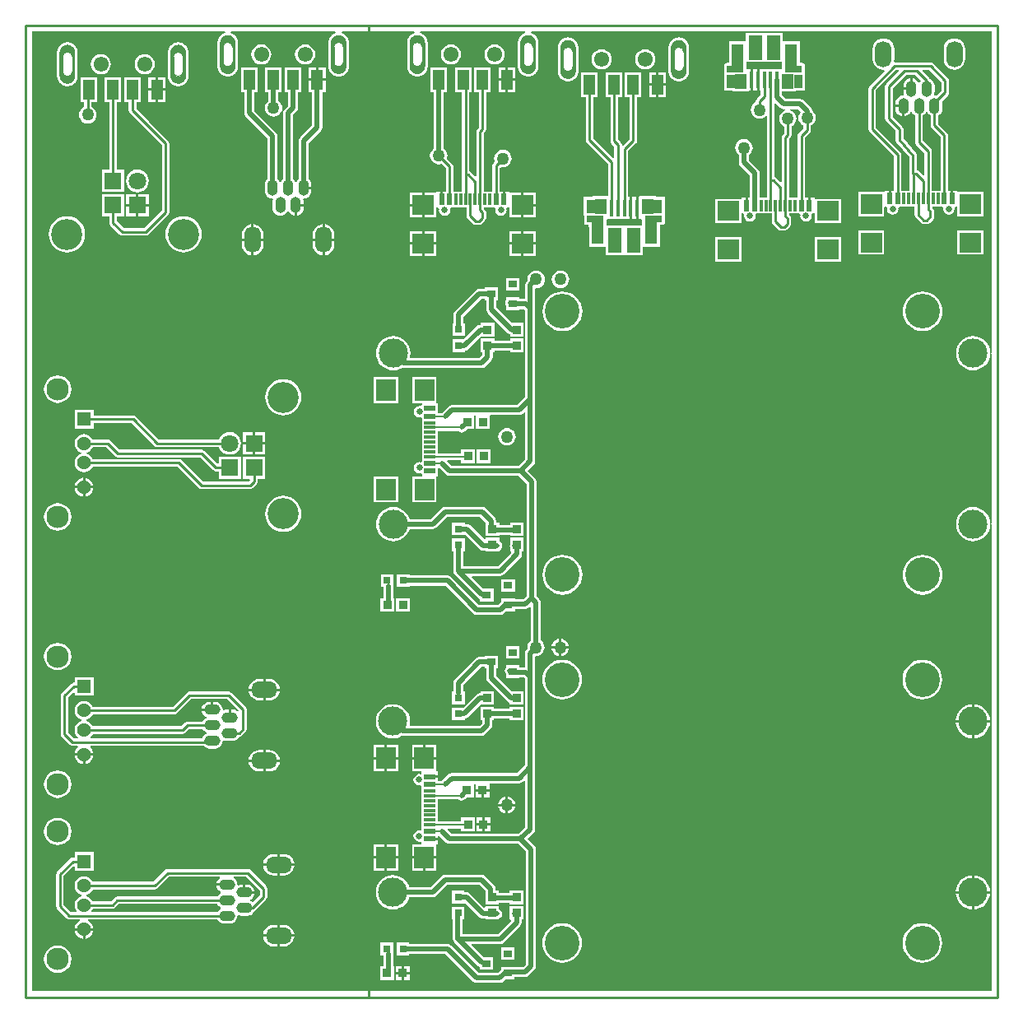
<source format=gtl>
G04*
G04 #@! TF.GenerationSoftware,Altium Limited,CircuitStudio,1.5.2 (1.5.2.30)*
G04*
G04 Layer_Physical_Order=1*
G04 Layer_Color=13260*
%FSLAX25Y25*%
%MOIN*%
G70*
G01*
G75*
%ADD10R,0.04724X0.07874*%
%ADD11R,0.00394X0.00394*%
%ADD12R,0.02362X0.04528*%
%ADD13R,0.01181X0.04528*%
%ADD14R,0.08583X0.07874*%
%ADD15R,0.03543X0.05512*%
%ADD16R,0.01575X0.06890*%
%ADD17R,0.05512X0.09843*%
%ADD18R,0.03543X0.03543*%
%ADD19R,0.03150X0.03150*%
%ADD20R,0.03543X0.03543*%
%ADD21R,0.03150X0.03150*%
%ADD22R,0.03543X0.03150*%
%ADD23R,0.04528X0.02362*%
%ADD24R,0.04528X0.01181*%
%ADD25R,0.07874X0.08583*%
%ADD26C,0.01969*%
%ADD27C,0.01000*%
%ADD28C,0.00984*%
%ADD29C,0.00787*%
%ADD30R,0.07087X0.02756*%
%ADD31R,0.05118X0.01870*%
%ADD32C,0.00000*%
%ADD33C,0.06102*%
%ADD34O,0.06693X0.10630*%
%ADD35O,0.04331X0.06496*%
%ADD36C,0.02559*%
%ADD37R,0.04724X0.06299*%
%ADD38R,0.05118X0.07087*%
%ADD39C,0.14016*%
%ADD40C,0.11811*%
%ADD41C,0.09055*%
%ADD42C,0.05622*%
%ADD43R,0.05622X0.05622*%
%ADD44O,0.10630X0.06693*%
%ADD45O,0.06496X0.04331*%
%ADD46R,0.07087X0.07087*%
%ADD47C,0.07087*%
%ADD48C,0.12598*%
%ADD49R,0.07087X0.07087*%
%ADD50C,0.05000*%
G36*
X226937Y489759D02*
X227101Y489747D01*
X227264Y489725D01*
X227427Y489695D01*
X227587Y489656D01*
X227745Y489610D01*
X227900Y489555D01*
X228053Y489492D01*
X228202Y489421D01*
X228346Y489342D01*
X228487Y489256D01*
X228623Y489162D01*
X228754Y489062D01*
X228879Y488955D01*
X228999Y488841D01*
X229112Y488722D01*
X229219Y488596D01*
X229320Y488465D01*
X229413Y488330D01*
X229499Y488189D01*
X229578Y488044D01*
X229649Y487895D01*
X229712Y487743D01*
X229767Y487587D01*
X229814Y487429D01*
X229852Y487269D01*
X229883Y487107D01*
X229904Y486943D01*
X229917Y486779D01*
X229921Y486614D01*
Y481890D01*
Y477165D01*
X229917Y477001D01*
X229904Y476836D01*
X229883Y476673D01*
X229852Y476510D01*
X229814Y476350D01*
X229767Y476192D01*
X229712Y476037D01*
X229649Y475884D01*
X229578Y475736D01*
X229499Y475591D01*
X229413Y475450D01*
X229320Y475314D01*
X229219Y475183D01*
X229112Y475058D01*
X228999Y474938D01*
X228879Y474825D01*
X228754Y474718D01*
X228623Y474617D01*
X228487Y474524D01*
X228346Y474438D01*
X228202Y474359D01*
X228053Y474288D01*
X227900Y474225D01*
X227745Y474170D01*
X227587Y474123D01*
X227427Y474085D01*
X227264Y474054D01*
X227101Y474033D01*
X226937Y474020D01*
X226772Y474016D01*
X226607Y474020D01*
X226442Y474033D01*
X226279Y474054D01*
X226117Y474085D01*
X225957Y474123D01*
X225798Y474170D01*
X225643Y474225D01*
X225491Y474288D01*
X225342Y474359D01*
X225197Y474438D01*
X225056Y474524D01*
X224920Y474617D01*
X224790Y474718D01*
X224664Y474825D01*
X224545Y474938D01*
X224431Y475058D01*
X224324Y475183D01*
X224224Y475314D01*
X224130Y475450D01*
X224044Y475591D01*
X223965Y475736D01*
X223894Y475884D01*
X223831Y476037D01*
X223776Y476192D01*
X223729Y476350D01*
X223691Y476510D01*
X223661Y476673D01*
X223639Y476836D01*
X223626Y477001D01*
X223622Y477165D01*
Y481890D01*
Y486614D01*
X223626Y486779D01*
X223639Y486943D01*
X223661Y487107D01*
X223691Y487269D01*
X223729Y487429D01*
X223776Y487587D01*
X223831Y487743D01*
X223894Y487895D01*
X223965Y488044D01*
X224044Y488189D01*
X224130Y488330D01*
X224224Y488465D01*
X224324Y488596D01*
X224431Y488722D01*
X224545Y488841D01*
X224664Y488955D01*
X224790Y489062D01*
X224920Y489162D01*
X225056Y489256D01*
X225197Y489342D01*
X225342Y489421D01*
X225491Y489492D01*
X225643Y489555D01*
X225798Y489610D01*
X225957Y489656D01*
X226117Y489695D01*
X226279Y489725D01*
X226442Y489747D01*
X226607Y489759D01*
X226772Y489764D01*
X226937Y489759D01*
D02*
G37*
G36*
X182055D02*
X182219Y489747D01*
X182383Y489725D01*
X182545Y489695D01*
X182705Y489656D01*
X182863Y489610D01*
X183019Y489555D01*
X183171Y489492D01*
X183320Y489421D01*
X183465Y489342D01*
X183605Y489256D01*
X183741Y489162D01*
X183872Y489062D01*
X183997Y488955D01*
X184117Y488841D01*
X184230Y488722D01*
X184337Y488596D01*
X184438Y488465D01*
X184531Y488330D01*
X184617Y488189D01*
X184696Y488044D01*
X184767Y487895D01*
X184830Y487743D01*
X184885Y487587D01*
X184932Y487429D01*
X184970Y487269D01*
X185001Y487107D01*
X185022Y486943D01*
X185035Y486779D01*
X185039Y486614D01*
Y481890D01*
Y477165D01*
X185035Y477001D01*
X185022Y476836D01*
X185001Y476673D01*
X184970Y476510D01*
X184932Y476350D01*
X184885Y476192D01*
X184830Y476037D01*
X184767Y475884D01*
X184696Y475736D01*
X184617Y475591D01*
X184531Y475450D01*
X184438Y475314D01*
X184337Y475183D01*
X184230Y475058D01*
X184117Y474938D01*
X183997Y474825D01*
X183872Y474718D01*
X183741Y474617D01*
X183605Y474524D01*
X183465Y474438D01*
X183320Y474359D01*
X183171Y474288D01*
X183019Y474225D01*
X182863Y474170D01*
X182705Y474123D01*
X182545Y474085D01*
X182383Y474054D01*
X182219Y474033D01*
X182055Y474020D01*
X181890Y474016D01*
X181725Y474020D01*
X181561Y474033D01*
X181397Y474054D01*
X181235Y474085D01*
X181075Y474123D01*
X180917Y474170D01*
X180761Y474225D01*
X180609Y474288D01*
X180460Y474359D01*
X180315Y474438D01*
X180174Y474524D01*
X180038Y474617D01*
X179908Y474718D01*
X179782Y474825D01*
X179663Y474938D01*
X179549Y475058D01*
X179442Y475183D01*
X179342Y475314D01*
X179248Y475450D01*
X179162Y475591D01*
X179083Y475736D01*
X179013Y475884D01*
X178949Y476037D01*
X178894Y476192D01*
X178848Y476350D01*
X178809Y476510D01*
X178779Y476673D01*
X178757Y476836D01*
X178744Y477001D01*
X178740Y477165D01*
Y481890D01*
Y486614D01*
X178744Y486779D01*
X178757Y486943D01*
X178779Y487107D01*
X178809Y487269D01*
X178848Y487429D01*
X178894Y487587D01*
X178949Y487743D01*
X179013Y487895D01*
X179083Y488044D01*
X179162Y488189D01*
X179248Y488330D01*
X179342Y488465D01*
X179442Y488596D01*
X179549Y488722D01*
X179663Y488841D01*
X179782Y488955D01*
X179908Y489062D01*
X180038Y489162D01*
X180174Y489256D01*
X180315Y489342D01*
X180460Y489421D01*
X180609Y489492D01*
X180761Y489555D01*
X180917Y489610D01*
X181075Y489656D01*
X181235Y489695D01*
X181397Y489725D01*
X181561Y489747D01*
X181725Y489759D01*
X181890Y489764D01*
X182055Y489759D01*
D02*
G37*
G36*
X303708D02*
X303872Y489747D01*
X304036Y489725D01*
X304198Y489695D01*
X304359Y489656D01*
X304517Y489610D01*
X304672Y489555D01*
X304824Y489492D01*
X304973Y489421D01*
X305118Y489342D01*
X305259Y489256D01*
X305395Y489162D01*
X305525Y489062D01*
X305651Y488955D01*
X305770Y488841D01*
X305884Y488722D01*
X305991Y488596D01*
X306091Y488465D01*
X306185Y488330D01*
X306271Y488189D01*
X306350Y488044D01*
X306421Y487895D01*
X306484Y487743D01*
X306539Y487587D01*
X306586Y487429D01*
X306624Y487269D01*
X306654Y487107D01*
X306676Y486943D01*
X306689Y486779D01*
X306693Y486614D01*
Y481890D01*
Y477165D01*
X306689Y477001D01*
X306676Y476836D01*
X306654Y476673D01*
X306624Y476510D01*
X306586Y476350D01*
X306539Y476192D01*
X306484Y476037D01*
X306421Y475884D01*
X306350Y475736D01*
X306271Y475591D01*
X306185Y475450D01*
X306091Y475314D01*
X305991Y475183D01*
X305884Y475058D01*
X305770Y474938D01*
X305651Y474825D01*
X305525Y474718D01*
X305395Y474617D01*
X305259Y474524D01*
X305118Y474438D01*
X304973Y474359D01*
X304824Y474288D01*
X304672Y474225D01*
X304517Y474170D01*
X304359Y474123D01*
X304198Y474085D01*
X304036Y474054D01*
X303872Y474033D01*
X303708Y474020D01*
X303543Y474016D01*
X303379Y474020D01*
X303214Y474033D01*
X303051Y474054D01*
X302888Y474085D01*
X302728Y474123D01*
X302570Y474170D01*
X302415Y474225D01*
X302262Y474288D01*
X302113Y474359D01*
X301969Y474438D01*
X301828Y474524D01*
X301692Y474617D01*
X301561Y474718D01*
X301436Y474825D01*
X301316Y474938D01*
X301203Y475058D01*
X301096Y475183D01*
X300995Y475314D01*
X300902Y475450D01*
X300816Y475591D01*
X300737Y475736D01*
X300666Y475884D01*
X300603Y476037D01*
X300548Y476192D01*
X300501Y476350D01*
X300463Y476510D01*
X300432Y476673D01*
X300411Y476836D01*
X300398Y477001D01*
X300394Y477165D01*
Y481890D01*
Y486614D01*
X300398Y486779D01*
X300411Y486943D01*
X300432Y487107D01*
X300463Y487269D01*
X300501Y487429D01*
X300548Y487587D01*
X300603Y487743D01*
X300666Y487895D01*
X300737Y488044D01*
X300816Y488189D01*
X300902Y488330D01*
X300995Y488465D01*
X301096Y488596D01*
X301203Y488722D01*
X301316Y488841D01*
X301436Y488955D01*
X301561Y489062D01*
X301692Y489162D01*
X301828Y489256D01*
X301969Y489342D01*
X302113Y489421D01*
X302262Y489492D01*
X302415Y489555D01*
X302570Y489610D01*
X302728Y489656D01*
X302888Y489695D01*
X303051Y489725D01*
X303214Y489747D01*
X303379Y489759D01*
X303543Y489764D01*
X303708Y489759D01*
D02*
G37*
G36*
X258826D02*
X258991Y489747D01*
X259154Y489725D01*
X259316Y489695D01*
X259477Y489656D01*
X259635Y489610D01*
X259790Y489555D01*
X259943Y489492D01*
X260091Y489421D01*
X260236Y489342D01*
X260377Y489256D01*
X260513Y489162D01*
X260644Y489062D01*
X260769Y488955D01*
X260889Y488841D01*
X261002Y488722D01*
X261109Y488596D01*
X261210Y488465D01*
X261303Y488330D01*
X261389Y488189D01*
X261468Y488044D01*
X261539Y487895D01*
X261602Y487743D01*
X261657Y487587D01*
X261704Y487429D01*
X261742Y487269D01*
X261772Y487107D01*
X261794Y486943D01*
X261807Y486779D01*
X261811Y486614D01*
Y481890D01*
Y477165D01*
X261807Y477001D01*
X261794Y476836D01*
X261772Y476673D01*
X261742Y476510D01*
X261704Y476350D01*
X261657Y476192D01*
X261602Y476037D01*
X261539Y475884D01*
X261468Y475736D01*
X261389Y475591D01*
X261303Y475450D01*
X261210Y475314D01*
X261109Y475183D01*
X261002Y475058D01*
X260889Y474938D01*
X260769Y474825D01*
X260644Y474718D01*
X260513Y474617D01*
X260377Y474524D01*
X260236Y474438D01*
X260091Y474359D01*
X259943Y474288D01*
X259790Y474225D01*
X259635Y474170D01*
X259477Y474123D01*
X259316Y474085D01*
X259154Y474054D01*
X258991Y474033D01*
X258826Y474020D01*
X258661Y474016D01*
X258497Y474020D01*
X258332Y474033D01*
X258169Y474054D01*
X258007Y474085D01*
X257846Y474123D01*
X257688Y474170D01*
X257533Y474225D01*
X257380Y474288D01*
X257231Y474359D01*
X257087Y474438D01*
X256946Y474524D01*
X256810Y474617D01*
X256679Y474718D01*
X256554Y474825D01*
X256434Y474938D01*
X256321Y475058D01*
X256214Y475183D01*
X256113Y475314D01*
X256020Y475450D01*
X255934Y475591D01*
X255855Y475736D01*
X255784Y475884D01*
X255721Y476037D01*
X255666Y476192D01*
X255619Y476350D01*
X255581Y476510D01*
X255551Y476673D01*
X255529Y476836D01*
X255516Y477001D01*
X255512Y477165D01*
Y481890D01*
Y486614D01*
X255516Y486779D01*
X255529Y486943D01*
X255551Y487107D01*
X255581Y487269D01*
X255619Y487429D01*
X255666Y487587D01*
X255721Y487743D01*
X255784Y487895D01*
X255855Y488044D01*
X255934Y488189D01*
X256020Y488330D01*
X256113Y488465D01*
X256214Y488596D01*
X256321Y488722D01*
X256434Y488841D01*
X256554Y488955D01*
X256679Y489062D01*
X256810Y489162D01*
X256946Y489256D01*
X257087Y489342D01*
X257231Y489421D01*
X257380Y489492D01*
X257533Y489555D01*
X257688Y489610D01*
X257846Y489656D01*
X258007Y489695D01*
X258169Y489725D01*
X258332Y489747D01*
X258497Y489759D01*
X258661Y489764D01*
X258826Y489759D01*
D02*
G37*
G36*
X491187Y361068D02*
X490725Y361045D01*
X490702Y361044D01*
X490689Y361044D01*
X490687Y361043D01*
X490663Y361289D01*
Y361289D01*
X490565Y362279D01*
X490171Y363581D01*
X489529Y364780D01*
X488666Y365832D01*
X487615Y366695D01*
X486415Y367336D01*
X485114Y367731D01*
X483760Y367864D01*
X482406Y367731D01*
X481105Y367336D01*
X479905Y366695D01*
X478853Y365832D01*
X477990Y364780D01*
X477349Y363581D01*
X476954Y362279D01*
X476821Y360925D01*
X476954Y359572D01*
X477349Y358270D01*
X477990Y357070D01*
X478853Y356019D01*
X479905Y355156D01*
X481105Y354515D01*
X482406Y354120D01*
X483760Y353986D01*
X485114Y354120D01*
X486415Y354515D01*
X487615Y355156D01*
X488666Y356019D01*
X489529Y357070D01*
X490171Y358270D01*
X490565Y359572D01*
X490663Y360561D01*
Y360561D01*
X490687Y360807D01*
X490689Y360807D01*
X490702Y360806D01*
X490725Y360805D01*
X491187Y360782D01*
Y291816D01*
X490725Y291793D01*
X490702Y291792D01*
X490689Y291792D01*
X490687Y291791D01*
X490663Y292037D01*
Y292037D01*
X490565Y293027D01*
X490171Y294329D01*
X489529Y295528D01*
X488666Y296580D01*
X487615Y297443D01*
X486415Y298084D01*
X485114Y298479D01*
X483760Y298612D01*
X482406Y298479D01*
X481105Y298084D01*
X479905Y297443D01*
X478853Y296580D01*
X477990Y295528D01*
X477349Y294329D01*
X476954Y293027D01*
X476821Y291673D01*
X476954Y290319D01*
X477349Y289018D01*
X477990Y287818D01*
X478853Y286767D01*
X479905Y285904D01*
X481105Y285262D01*
X482406Y284868D01*
X483760Y284734D01*
X485114Y284868D01*
X486415Y285262D01*
X487615Y285904D01*
X488666Y286767D01*
X489529Y287818D01*
X490171Y289018D01*
X490565Y290319D01*
X490663Y291309D01*
Y291309D01*
X490687Y291555D01*
X490689Y291555D01*
X490702Y291554D01*
X490725Y291553D01*
X491187Y291530D01*
Y250197D01*
Y248228D01*
Y102514D01*
X102514D01*
Y491187D01*
X180483D01*
X180808Y490687D01*
X180792Y490650D01*
X180579Y490571D01*
X180576Y490571D01*
X180421Y490516D01*
X180397Y490502D01*
X180371Y490497D01*
X180219Y490434D01*
X180196Y490418D01*
X180170Y490412D01*
X180021Y490341D01*
X179999Y490324D01*
X179973Y490316D01*
X179828Y490238D01*
X179808Y490220D01*
X179782Y490211D01*
X179642Y490125D01*
X179622Y490107D01*
X179597Y490096D01*
X179461Y490002D01*
X179442Y489983D01*
X179418Y489971D01*
X179287Y489871D01*
X179269Y489850D01*
X179245Y489837D01*
X179120Y489730D01*
X179103Y489709D01*
X179080Y489694D01*
X178961Y489581D01*
X178945Y489559D01*
X178923Y489543D01*
X178810Y489424D01*
X178795Y489401D01*
X178774Y489384D01*
X178667Y489258D01*
X178654Y489235D01*
X178633Y489217D01*
X178533Y489086D01*
X178521Y489062D01*
X178501Y489043D01*
X178408Y488907D01*
X178397Y488882D01*
X178379Y488862D01*
X178293Y488722D01*
X178283Y488696D01*
X178266Y488675D01*
X178187Y488531D01*
X178179Y488505D01*
X178163Y488483D01*
X178092Y488334D01*
X178085Y488308D01*
X178070Y488285D01*
X178007Y488133D01*
X178002Y488106D01*
X177988Y488083D01*
X177933Y487928D01*
X177929Y487901D01*
X177917Y487877D01*
X177870Y487719D01*
X177867Y487692D01*
X177856Y487667D01*
X177818Y487507D01*
X177816Y487480D01*
X177806Y487455D01*
X177776Y487293D01*
X177777Y487266D01*
X177768Y487240D01*
X177747Y487077D01*
X177748Y487049D01*
X177741Y487023D01*
X177728Y486859D01*
X177731Y486832D01*
X177725Y486806D01*
X177721Y486641D01*
X177723Y486627D01*
X177721Y486614D01*
Y481890D01*
Y477165D01*
X177723Y477152D01*
X177721Y477139D01*
X177725Y476974D01*
X177731Y476947D01*
X177728Y476921D01*
X177741Y476756D01*
X177748Y476730D01*
X177747Y476703D01*
X177768Y476540D01*
X177777Y476514D01*
X177776Y476487D01*
X177806Y476325D01*
X177816Y476300D01*
X177818Y476272D01*
X177856Y476112D01*
X177867Y476088D01*
X177870Y476061D01*
X177917Y475903D01*
X177929Y475878D01*
X177933Y475852D01*
X177988Y475696D01*
X178002Y475673D01*
X178007Y475646D01*
X178070Y475494D01*
X178085Y475472D01*
X178092Y475445D01*
X178163Y475296D01*
X178179Y475275D01*
X178187Y475249D01*
X178266Y475104D01*
X178283Y475083D01*
X178293Y475058D01*
X178379Y474917D01*
X178397Y474897D01*
X178408Y474872D01*
X178501Y474736D01*
X178521Y474718D01*
X178533Y474693D01*
X178633Y474563D01*
X178654Y474545D01*
X178667Y474521D01*
X178774Y474396D01*
X178795Y474379D01*
X178810Y474356D01*
X178923Y474236D01*
X178945Y474221D01*
X178961Y474199D01*
X179080Y474085D01*
X179103Y474071D01*
X179120Y474049D01*
X179245Y473942D01*
X179269Y473929D01*
X179287Y473909D01*
X179418Y473808D01*
X179442Y473796D01*
X179461Y473777D01*
X179597Y473684D01*
X179622Y473673D01*
X179642Y473655D01*
X179782Y473568D01*
X179808Y473559D01*
X179828Y473542D01*
X179973Y473463D01*
X179999Y473455D01*
X180021Y473439D01*
X180170Y473368D01*
X180196Y473361D01*
X180219Y473346D01*
X180371Y473283D01*
X180397Y473278D01*
X180421Y473264D01*
X180576Y473209D01*
X180603Y473205D01*
X180627Y473192D01*
X180785Y473145D01*
X180812Y473143D01*
X180837Y473132D01*
X180997Y473093D01*
X181024Y473092D01*
X181049Y473082D01*
X181211Y473052D01*
X181238Y473052D01*
X181264Y473044D01*
X181428Y473022D01*
X181455Y473024D01*
X181481Y473017D01*
X181645Y473004D01*
X181672Y473007D01*
X181698Y473001D01*
X181863Y472997D01*
X181890Y473001D01*
X181916Y472997D01*
X182081Y473001D01*
X182108Y473007D01*
X182135Y473004D01*
X182299Y473017D01*
X182325Y473024D01*
X182352Y473022D01*
X182516Y473044D01*
X182541Y473052D01*
X182568Y473052D01*
X182730Y473082D01*
X182756Y473092D01*
X182783Y473093D01*
X182943Y473132D01*
X182968Y473143D01*
X182995Y473145D01*
X183153Y473192D01*
X183177Y473205D01*
X183203Y473209D01*
X183359Y473264D01*
X183382Y473278D01*
X183409Y473283D01*
X183561Y473346D01*
X183583Y473361D01*
X183610Y473368D01*
X183759Y473439D01*
X183780Y473455D01*
X183806Y473463D01*
X183951Y473542D01*
X183972Y473559D01*
X183997Y473568D01*
X184138Y473655D01*
X184158Y473673D01*
X184183Y473684D01*
X184319Y473777D01*
X184337Y473796D01*
X184362Y473808D01*
X184493Y473909D01*
X184510Y473929D01*
X184534Y473942D01*
X184659Y474049D01*
X184676Y474071D01*
X184699Y474085D01*
X184819Y474199D01*
X184834Y474221D01*
X184856Y474236D01*
X184970Y474356D01*
X184984Y474379D01*
X185006Y474396D01*
X185113Y474521D01*
X185126Y474545D01*
X185146Y474563D01*
X185247Y474693D01*
X185259Y474718D01*
X185278Y474736D01*
X185371Y474872D01*
X185382Y474897D01*
X185401Y474917D01*
X185487Y475058D01*
X185496Y475083D01*
X185513Y475104D01*
X185592Y475249D01*
X185600Y475275D01*
X185616Y475296D01*
X185687Y475445D01*
X185694Y475472D01*
X185709Y475494D01*
X185772Y475646D01*
X185777Y475673D01*
X185791Y475696D01*
X185846Y475852D01*
X185850Y475878D01*
X185863Y475903D01*
X185910Y476061D01*
X185912Y476088D01*
X185924Y476112D01*
X185962Y476272D01*
X185963Y476299D01*
X185973Y476325D01*
X186003Y476487D01*
X186003Y476514D01*
X186011Y476540D01*
X186033Y476703D01*
X186031Y476730D01*
X186039Y476756D01*
X186051Y476921D01*
X186048Y476947D01*
X186054Y476974D01*
X186059Y477139D01*
X186056Y477152D01*
X186059Y477165D01*
Y481890D01*
Y486614D01*
X186056Y486627D01*
X186059Y486641D01*
X186054Y486806D01*
X186048Y486832D01*
X186051Y486859D01*
X186039Y487023D01*
X186031Y487049D01*
X186033Y487077D01*
X186011Y487240D01*
X186003Y487266D01*
X186003Y487293D01*
X185973Y487455D01*
X185963Y487480D01*
X185962Y487507D01*
X185924Y487667D01*
X185912Y487692D01*
X185910Y487719D01*
X185863Y487877D01*
X185850Y487901D01*
X185846Y487928D01*
X185791Y488083D01*
X185777Y488106D01*
X185772Y488133D01*
X185709Y488285D01*
X185694Y488308D01*
X185687Y488334D01*
X185616Y488483D01*
X185600Y488505D01*
X185592Y488531D01*
X185513Y488675D01*
X185496Y488696D01*
X185487Y488722D01*
X185401Y488862D01*
X185382Y488882D01*
X185371Y488907D01*
X185278Y489043D01*
X185259Y489062D01*
X185247Y489086D01*
X185146Y489217D01*
X185126Y489235D01*
X185113Y489258D01*
X185006Y489384D01*
X184984Y489401D01*
X184970Y489424D01*
X184856Y489543D01*
X184834Y489559D01*
X184819Y489581D01*
X184699Y489694D01*
X184676Y489709D01*
X184659Y489730D01*
X184534Y489837D01*
X184510Y489850D01*
X184493Y489871D01*
X184362Y489971D01*
X184337Y489983D01*
X184319Y490002D01*
X184183Y490096D01*
X184158Y490107D01*
X184138Y490125D01*
X183997Y490211D01*
X183972Y490220D01*
X183951Y490238D01*
X183806Y490316D01*
X183780Y490324D01*
X183759Y490341D01*
X183610Y490412D01*
X183583Y490418D01*
X183561Y490434D01*
X183409Y490497D01*
X183382Y490502D01*
X183359Y490516D01*
X183203Y490571D01*
X183200Y490571D01*
X182987Y490650D01*
X182971Y490687D01*
X183296Y491187D01*
X225365D01*
X225690Y490687D01*
X225674Y490650D01*
X225461Y490571D01*
X225458Y490571D01*
X225303Y490516D01*
X225279Y490502D01*
X225253Y490497D01*
X225100Y490434D01*
X225078Y490418D01*
X225052Y490412D01*
X224903Y490341D01*
X224881Y490324D01*
X224855Y490316D01*
X224710Y490238D01*
X224690Y490220D01*
X224664Y490211D01*
X224523Y490125D01*
X224504Y490107D01*
X224479Y490096D01*
X224343Y490002D01*
X224324Y489983D01*
X224300Y489971D01*
X224169Y489871D01*
X224151Y489850D01*
X224127Y489837D01*
X224002Y489730D01*
X223985Y489709D01*
X223962Y489694D01*
X223843Y489581D01*
X223827Y489559D01*
X223805Y489543D01*
X223692Y489424D01*
X223677Y489401D01*
X223656Y489384D01*
X223549Y489258D01*
X223535Y489235D01*
X223515Y489217D01*
X223415Y489086D01*
X223403Y489062D01*
X223383Y489043D01*
X223290Y488907D01*
X223279Y488882D01*
X223261Y488862D01*
X223175Y488722D01*
X223165Y488696D01*
X223148Y488675D01*
X223069Y488531D01*
X223061Y488505D01*
X223045Y488483D01*
X222974Y488334D01*
X222967Y488308D01*
X222952Y488285D01*
X222889Y488133D01*
X222884Y488106D01*
X222870Y488083D01*
X222815Y487928D01*
X222811Y487901D01*
X222799Y487877D01*
X222752Y487719D01*
X222749Y487692D01*
X222738Y487667D01*
X222699Y487507D01*
X222698Y487480D01*
X222688Y487455D01*
X222658Y487293D01*
X222659Y487266D01*
X222650Y487240D01*
X222628Y487077D01*
X222630Y487049D01*
X222623Y487023D01*
X222610Y486859D01*
X222613Y486832D01*
X222607Y486806D01*
X222603Y486641D01*
X222605Y486627D01*
X222603Y486614D01*
Y481890D01*
Y477165D01*
X222605Y477152D01*
X222603Y477139D01*
X222607Y476974D01*
X222613Y476947D01*
X222610Y476921D01*
X222623Y476756D01*
X222630Y476730D01*
X222628Y476703D01*
X222650Y476540D01*
X222659Y476514D01*
X222658Y476487D01*
X222688Y476325D01*
X222698Y476300D01*
X222699Y476272D01*
X222738Y476112D01*
X222749Y476088D01*
X222752Y476061D01*
X222799Y475903D01*
X222811Y475878D01*
X222815Y475852D01*
X222870Y475696D01*
X222884Y475673D01*
X222889Y475646D01*
X222952Y475494D01*
X222967Y475472D01*
X222974Y475445D01*
X223045Y475296D01*
X223061Y475275D01*
X223069Y475249D01*
X223148Y475104D01*
X223165Y475083D01*
X223175Y475058D01*
X223261Y474917D01*
X223279Y474897D01*
X223290Y474872D01*
X223383Y474736D01*
X223403Y474718D01*
X223415Y474693D01*
X223515Y474563D01*
X223535Y474545D01*
X223549Y474521D01*
X223656Y474396D01*
X223677Y474379D01*
X223692Y474356D01*
X223805Y474236D01*
X223827Y474221D01*
X223843Y474199D01*
X223962Y474085D01*
X223985Y474071D01*
X224002Y474049D01*
X224127Y473942D01*
X224151Y473929D01*
X224169Y473909D01*
X224300Y473808D01*
X224324Y473796D01*
X224343Y473777D01*
X224479Y473684D01*
X224504Y473673D01*
X224523Y473655D01*
X224664Y473568D01*
X224690Y473559D01*
X224710Y473542D01*
X224855Y473463D01*
X224881Y473455D01*
X224903Y473439D01*
X225052Y473368D01*
X225078Y473361D01*
X225100Y473346D01*
X225253Y473283D01*
X225279Y473278D01*
X225303Y473264D01*
X225458Y473209D01*
X225485Y473205D01*
X225509Y473192D01*
X225667Y473145D01*
X225694Y473143D01*
X225718Y473132D01*
X225879Y473093D01*
X225906Y473092D01*
X225931Y473082D01*
X226093Y473052D01*
X226120Y473052D01*
X226146Y473044D01*
X226309Y473022D01*
X226336Y473024D01*
X226362Y473017D01*
X226527Y473004D01*
X226554Y473007D01*
X226580Y473001D01*
X226745Y472997D01*
X226772Y473001D01*
X226798Y472997D01*
X226963Y473001D01*
X226990Y473007D01*
X227016Y473004D01*
X227181Y473017D01*
X227207Y473024D01*
X227234Y473022D01*
X227397Y473044D01*
X227423Y473052D01*
X227450Y473052D01*
X227612Y473082D01*
X227637Y473092D01*
X227664Y473093D01*
X227825Y473132D01*
X227849Y473143D01*
X227876Y473145D01*
X228034Y473192D01*
X228059Y473205D01*
X228085Y473209D01*
X228241Y473264D01*
X228264Y473278D01*
X228291Y473283D01*
X228443Y473346D01*
X228465Y473361D01*
X228492Y473368D01*
X228641Y473439D01*
X228662Y473455D01*
X228688Y473463D01*
X228833Y473542D01*
X228854Y473559D01*
X228879Y473568D01*
X229020Y473655D01*
X229040Y473673D01*
X229065Y473684D01*
X229201Y473777D01*
X229219Y473796D01*
X229244Y473808D01*
X229374Y473909D01*
X229392Y473929D01*
X229416Y473942D01*
X229541Y474049D01*
X229558Y474071D01*
X229581Y474085D01*
X229701Y474199D01*
X229716Y474221D01*
X229738Y474236D01*
X229852Y474356D01*
X229866Y474379D01*
X229888Y474396D01*
X229995Y474521D01*
X230008Y474545D01*
X230028Y474563D01*
X230129Y474693D01*
X230141Y474718D01*
X230160Y474736D01*
X230253Y474872D01*
X230264Y474897D01*
X230282Y474917D01*
X230369Y475058D01*
X230378Y475083D01*
X230395Y475104D01*
X230474Y475249D01*
X230482Y475275D01*
X230498Y475296D01*
X230569Y475445D01*
X230576Y475472D01*
X230591Y475494D01*
X230654Y475646D01*
X230659Y475673D01*
X230673Y475696D01*
X230728Y475852D01*
X230732Y475878D01*
X230745Y475903D01*
X230792Y476061D01*
X230794Y476088D01*
X230805Y476112D01*
X230844Y476272D01*
X230845Y476299D01*
X230855Y476325D01*
X230885Y476487D01*
X230885Y476514D01*
X230893Y476540D01*
X230915Y476703D01*
X230913Y476730D01*
X230921Y476756D01*
X230933Y476921D01*
X230930Y476947D01*
X230936Y476974D01*
X230941Y477139D01*
X230938Y477152D01*
X230941Y477165D01*
Y481890D01*
Y486614D01*
X230938Y486627D01*
X230941Y486641D01*
X230936Y486806D01*
X230930Y486832D01*
X230933Y486859D01*
X230921Y487023D01*
X230913Y487049D01*
X230915Y487077D01*
X230893Y487240D01*
X230885Y487266D01*
X230885Y487293D01*
X230855Y487455D01*
X230845Y487480D01*
X230844Y487507D01*
X230805Y487667D01*
X230794Y487692D01*
X230792Y487719D01*
X230745Y487877D01*
X230732Y487901D01*
X230728Y487928D01*
X230673Y488083D01*
X230659Y488106D01*
X230654Y488133D01*
X230591Y488285D01*
X230576Y488308D01*
X230569Y488334D01*
X230498Y488483D01*
X230482Y488505D01*
X230474Y488531D01*
X230395Y488675D01*
X230378Y488696D01*
X230369Y488722D01*
X230282Y488862D01*
X230264Y488882D01*
X230253Y488907D01*
X230160Y489043D01*
X230141Y489062D01*
X230129Y489086D01*
X230028Y489217D01*
X230008Y489235D01*
X229995Y489258D01*
X229888Y489384D01*
X229866Y489401D01*
X229852Y489424D01*
X229738Y489543D01*
X229716Y489559D01*
X229701Y489581D01*
X229581Y489694D01*
X229558Y489709D01*
X229541Y489730D01*
X229416Y489837D01*
X229392Y489850D01*
X229374Y489871D01*
X229244Y489971D01*
X229219Y489983D01*
X229201Y490002D01*
X229065Y490096D01*
X229040Y490107D01*
X229020Y490125D01*
X228879Y490211D01*
X228854Y490220D01*
X228833Y490238D01*
X228688Y490316D01*
X228662Y490324D01*
X228641Y490341D01*
X228492Y490412D01*
X228465Y490418D01*
X228443Y490434D01*
X228291Y490497D01*
X228264Y490502D01*
X228241Y490516D01*
X228085Y490571D01*
X228082Y490571D01*
X227869Y490650D01*
X227853Y490687D01*
X228178Y491187D01*
X257255D01*
X257580Y490687D01*
X257564Y490650D01*
X257351Y490571D01*
X257348Y490571D01*
X257192Y490516D01*
X257169Y490502D01*
X257142Y490497D01*
X256990Y490434D01*
X256968Y490418D01*
X256941Y490412D01*
X256793Y490341D01*
X256771Y490324D01*
X256745Y490316D01*
X256600Y490238D01*
X256579Y490220D01*
X256554Y490211D01*
X256413Y490125D01*
X256393Y490107D01*
X256368Y490096D01*
X256233Y490002D01*
X256214Y489983D01*
X256189Y489971D01*
X256059Y489871D01*
X256041Y489850D01*
X256017Y489837D01*
X255892Y489730D01*
X255875Y489709D01*
X255852Y489694D01*
X255732Y489581D01*
X255717Y489559D01*
X255695Y489543D01*
X255581Y489424D01*
X255567Y489401D01*
X255545Y489384D01*
X255438Y489258D01*
X255425Y489235D01*
X255405Y489217D01*
X255304Y489086D01*
X255293Y489062D01*
X255273Y489043D01*
X255180Y488907D01*
X255169Y488882D01*
X255151Y488862D01*
X255064Y488722D01*
X255055Y488696D01*
X255038Y488675D01*
X254959Y488531D01*
X254951Y488505D01*
X254935Y488483D01*
X254864Y488334D01*
X254857Y488308D01*
X254842Y488285D01*
X254779Y488133D01*
X254774Y488106D01*
X254760Y488083D01*
X254705Y487928D01*
X254701Y487901D01*
X254688Y487877D01*
X254642Y487719D01*
X254639Y487692D01*
X254628Y487667D01*
X254589Y487507D01*
X254588Y487480D01*
X254578Y487455D01*
X254548Y487293D01*
X254548Y487266D01*
X254540Y487240D01*
X254518Y487077D01*
X254520Y487049D01*
X254513Y487023D01*
X254500Y486859D01*
X254503Y486832D01*
X254497Y486806D01*
X254493Y486641D01*
X254495Y486627D01*
X254492Y486614D01*
Y481890D01*
Y477165D01*
X254495Y477152D01*
X254493Y477139D01*
X254497Y476974D01*
X254503Y476947D01*
X254500Y476921D01*
X254513Y476756D01*
X254520Y476730D01*
X254518Y476703D01*
X254540Y476540D01*
X254548Y476514D01*
X254548Y476487D01*
X254578Y476325D01*
X254588Y476300D01*
X254589Y476272D01*
X254628Y476112D01*
X254639Y476088D01*
X254642Y476061D01*
X254688Y475903D01*
X254701Y475878D01*
X254705Y475852D01*
X254760Y475696D01*
X254774Y475673D01*
X254779Y475646D01*
X254842Y475494D01*
X254857Y475472D01*
X254864Y475445D01*
X254935Y475296D01*
X254951Y475275D01*
X254959Y475249D01*
X255038Y475104D01*
X255055Y475083D01*
X255064Y475058D01*
X255151Y474917D01*
X255169Y474897D01*
X255180Y474872D01*
X255273Y474736D01*
X255293Y474718D01*
X255304Y474693D01*
X255405Y474563D01*
X255425Y474545D01*
X255438Y474521D01*
X255545Y474396D01*
X255567Y474379D01*
X255581Y474356D01*
X255695Y474236D01*
X255717Y474221D01*
X255732Y474199D01*
X255852Y474085D01*
X255875Y474071D01*
X255892Y474049D01*
X256017Y473942D01*
X256041Y473929D01*
X256059Y473909D01*
X256189Y473808D01*
X256214Y473796D01*
X256233Y473777D01*
X256368Y473684D01*
X256393Y473673D01*
X256413Y473655D01*
X256554Y473568D01*
X256579Y473559D01*
X256600Y473542D01*
X256745Y473463D01*
X256771Y473455D01*
X256793Y473439D01*
X256941Y473368D01*
X256968Y473361D01*
X256990Y473346D01*
X257142Y473283D01*
X257169Y473278D01*
X257192Y473264D01*
X257348Y473209D01*
X257375Y473205D01*
X257399Y473192D01*
X257557Y473145D01*
X257584Y473143D01*
X257608Y473132D01*
X257769Y473093D01*
X257796Y473092D01*
X257821Y473082D01*
X257983Y473052D01*
X258010Y473052D01*
X258036Y473044D01*
X258199Y473022D01*
X258226Y473024D01*
X258252Y473017D01*
X258417Y473004D01*
X258443Y473007D01*
X258470Y473001D01*
X258635Y472997D01*
X258661Y473001D01*
X258688Y472997D01*
X258853Y473001D01*
X258879Y473007D01*
X258906Y473004D01*
X259071Y473017D01*
X259097Y473024D01*
X259124Y473022D01*
X259287Y473044D01*
X259313Y473052D01*
X259340Y473052D01*
X259502Y473082D01*
X259527Y473092D01*
X259554Y473093D01*
X259715Y473132D01*
X259739Y473143D01*
X259766Y473145D01*
X259924Y473192D01*
X259948Y473205D01*
X259975Y473209D01*
X260131Y473264D01*
X260154Y473278D01*
X260180Y473283D01*
X260333Y473346D01*
X260355Y473361D01*
X260381Y473368D01*
X260530Y473439D01*
X260552Y473455D01*
X260578Y473463D01*
X260723Y473542D01*
X260744Y473559D01*
X260769Y473568D01*
X260910Y473655D01*
X260929Y473673D01*
X260954Y473684D01*
X261090Y473777D01*
X261109Y473796D01*
X261133Y473808D01*
X261264Y473909D01*
X261282Y473929D01*
X261306Y473942D01*
X261431Y474049D01*
X261448Y474071D01*
X261471Y474085D01*
X261590Y474199D01*
X261606Y474221D01*
X261628Y474236D01*
X261742Y474356D01*
X261756Y474379D01*
X261777Y474396D01*
X261884Y474521D01*
X261898Y474545D01*
X261918Y474563D01*
X262018Y474693D01*
X262030Y474718D01*
X262050Y474736D01*
X262143Y474872D01*
X262154Y474897D01*
X262172Y474917D01*
X262258Y475058D01*
X262268Y475083D01*
X262285Y475104D01*
X262364Y475249D01*
X262372Y475275D01*
X262388Y475296D01*
X262459Y475445D01*
X262466Y475472D01*
X262481Y475494D01*
X262544Y475646D01*
X262549Y475673D01*
X262563Y475696D01*
X262618Y475852D01*
X262622Y475878D01*
X262634Y475903D01*
X262681Y476061D01*
X262684Y476088D01*
X262695Y476112D01*
X262734Y476272D01*
X262735Y476299D01*
X262745Y476325D01*
X262775Y476487D01*
X262774Y476514D01*
X262783Y476540D01*
X262805Y476703D01*
X262803Y476730D01*
X262810Y476756D01*
X262823Y476921D01*
X262820Y476947D01*
X262826Y476974D01*
X262830Y477139D01*
X262828Y477152D01*
X262831Y477165D01*
Y481890D01*
Y486614D01*
X262828Y486627D01*
X262830Y486641D01*
X262826Y486806D01*
X262820Y486832D01*
X262823Y486859D01*
X262810Y487023D01*
X262803Y487049D01*
X262805Y487077D01*
X262783Y487240D01*
X262774Y487266D01*
X262775Y487293D01*
X262745Y487455D01*
X262735Y487480D01*
X262734Y487507D01*
X262695Y487667D01*
X262684Y487692D01*
X262681Y487719D01*
X262634Y487877D01*
X262622Y487901D01*
X262618Y487928D01*
X262563Y488083D01*
X262549Y488106D01*
X262544Y488133D01*
X262481Y488285D01*
X262466Y488308D01*
X262459Y488334D01*
X262388Y488483D01*
X262372Y488505D01*
X262364Y488531D01*
X262285Y488675D01*
X262268Y488696D01*
X262258Y488722D01*
X262172Y488862D01*
X262154Y488882D01*
X262143Y488907D01*
X262050Y489043D01*
X262030Y489062D01*
X262018Y489086D01*
X261918Y489217D01*
X261898Y489235D01*
X261884Y489258D01*
X261777Y489384D01*
X261756Y489401D01*
X261742Y489424D01*
X261628Y489543D01*
X261606Y489559D01*
X261590Y489581D01*
X261471Y489694D01*
X261448Y489709D01*
X261431Y489730D01*
X261306Y489837D01*
X261282Y489850D01*
X261264Y489871D01*
X261133Y489971D01*
X261109Y489983D01*
X261090Y490002D01*
X260954Y490096D01*
X260929Y490107D01*
X260910Y490125D01*
X260769Y490211D01*
X260744Y490220D01*
X260723Y490238D01*
X260578Y490316D01*
X260552Y490324D01*
X260530Y490341D01*
X260381Y490412D01*
X260355Y490418D01*
X260333Y490434D01*
X260180Y490497D01*
X260154Y490502D01*
X260131Y490516D01*
X259975Y490571D01*
X259972Y490571D01*
X259759Y490650D01*
X259743Y490687D01*
X260068Y491187D01*
X302137D01*
X302462Y490687D01*
X302446Y490650D01*
X302233Y490571D01*
X302230Y490571D01*
X302074Y490516D01*
X302051Y490502D01*
X302024Y490497D01*
X301872Y490434D01*
X301850Y490418D01*
X301823Y490412D01*
X301675Y490341D01*
X301653Y490324D01*
X301627Y490316D01*
X301482Y490238D01*
X301461Y490220D01*
X301436Y490211D01*
X301295Y490125D01*
X301275Y490107D01*
X301250Y490096D01*
X301115Y490002D01*
X301096Y489983D01*
X301071Y489971D01*
X300940Y489871D01*
X300923Y489850D01*
X300899Y489837D01*
X300774Y489730D01*
X300757Y489709D01*
X300734Y489694D01*
X300614Y489581D01*
X300599Y489559D01*
X300577Y489543D01*
X300463Y489424D01*
X300449Y489401D01*
X300427Y489384D01*
X300320Y489258D01*
X300307Y489235D01*
X300287Y489217D01*
X300186Y489086D01*
X300174Y489062D01*
X300155Y489043D01*
X300062Y488907D01*
X300051Y488882D01*
X300032Y488862D01*
X299946Y488722D01*
X299937Y488696D01*
X299920Y488675D01*
X299841Y488531D01*
X299833Y488505D01*
X299817Y488483D01*
X299746Y488334D01*
X299739Y488308D01*
X299724Y488285D01*
X299661Y488133D01*
X299656Y488106D01*
X299642Y488083D01*
X299587Y487928D01*
X299583Y487901D01*
X299570Y487877D01*
X299523Y487719D01*
X299521Y487692D01*
X299510Y487667D01*
X299471Y487507D01*
X299470Y487480D01*
X299460Y487455D01*
X299430Y487293D01*
X299430Y487266D01*
X299422Y487240D01*
X299400Y487077D01*
X299402Y487049D01*
X299394Y487023D01*
X299382Y486859D01*
X299385Y486832D01*
X299379Y486806D01*
X299375Y486641D01*
X299377Y486627D01*
X299374Y486614D01*
Y481890D01*
Y477165D01*
X299377Y477152D01*
X299375Y477139D01*
X299379Y476974D01*
X299385Y476947D01*
X299382Y476921D01*
X299394Y476756D01*
X299402Y476730D01*
X299400Y476703D01*
X299422Y476540D01*
X299430Y476514D01*
X299430Y476487D01*
X299460Y476325D01*
X299470Y476300D01*
X299471Y476272D01*
X299510Y476112D01*
X299521Y476088D01*
X299523Y476061D01*
X299570Y475903D01*
X299583Y475878D01*
X299587Y475852D01*
X299642Y475696D01*
X299656Y475673D01*
X299661Y475646D01*
X299724Y475494D01*
X299739Y475472D01*
X299746Y475445D01*
X299817Y475296D01*
X299833Y475275D01*
X299841Y475249D01*
X299920Y475104D01*
X299937Y475083D01*
X299946Y475058D01*
X300032Y474917D01*
X300051Y474897D01*
X300062Y474872D01*
X300155Y474736D01*
X300174Y474718D01*
X300186Y474693D01*
X300287Y474563D01*
X300307Y474545D01*
X300320Y474521D01*
X300427Y474396D01*
X300449Y474379D01*
X300463Y474356D01*
X300577Y474236D01*
X300599Y474221D01*
X300614Y474199D01*
X300734Y474085D01*
X300757Y474071D01*
X300774Y474049D01*
X300899Y473942D01*
X300923Y473929D01*
X300940Y473909D01*
X301071Y473808D01*
X301096Y473796D01*
X301115Y473777D01*
X301250Y473684D01*
X301275Y473673D01*
X301295Y473655D01*
X301436Y473568D01*
X301461Y473559D01*
X301482Y473542D01*
X301627Y473463D01*
X301653Y473455D01*
X301675Y473439D01*
X301823Y473368D01*
X301850Y473361D01*
X301872Y473346D01*
X302024Y473283D01*
X302051Y473278D01*
X302074Y473264D01*
X302230Y473209D01*
X302256Y473205D01*
X302280Y473192D01*
X302438Y473145D01*
X302466Y473143D01*
X302490Y473132D01*
X302650Y473093D01*
X302677Y473092D01*
X302703Y473082D01*
X302865Y473052D01*
X302892Y473052D01*
X302918Y473044D01*
X303081Y473022D01*
X303108Y473024D01*
X303134Y473017D01*
X303298Y473004D01*
X303325Y473007D01*
X303352Y473001D01*
X303517Y472997D01*
X303543Y473001D01*
X303570Y472997D01*
X303735Y473001D01*
X303761Y473007D01*
X303788Y473004D01*
X303953Y473017D01*
X303979Y473024D01*
X304006Y473022D01*
X304169Y473044D01*
X304195Y473052D01*
X304222Y473052D01*
X304384Y473082D01*
X304409Y473092D01*
X304436Y473093D01*
X304596Y473132D01*
X304621Y473143D01*
X304648Y473145D01*
X304806Y473192D01*
X304830Y473205D01*
X304857Y473209D01*
X305012Y473264D01*
X305036Y473278D01*
X305062Y473283D01*
X305215Y473346D01*
X305237Y473361D01*
X305263Y473368D01*
X305412Y473439D01*
X305434Y473455D01*
X305460Y473463D01*
X305605Y473542D01*
X305625Y473559D01*
X305651Y473568D01*
X305791Y473655D01*
X305811Y473673D01*
X305836Y473684D01*
X305972Y473777D01*
X305991Y473796D01*
X306015Y473808D01*
X306146Y473909D01*
X306164Y473929D01*
X306188Y473942D01*
X306313Y474049D01*
X306330Y474071D01*
X306353Y474085D01*
X306472Y474199D01*
X306488Y474221D01*
X306510Y474236D01*
X306624Y474356D01*
X306638Y474379D01*
X306659Y474396D01*
X306766Y474521D01*
X306780Y474545D01*
X306800Y474563D01*
X306900Y474693D01*
X306912Y474718D01*
X306932Y474736D01*
X307025Y474872D01*
X307036Y474897D01*
X307054Y474917D01*
X307140Y475058D01*
X307150Y475083D01*
X307167Y475104D01*
X307246Y475249D01*
X307254Y475275D01*
X307270Y475296D01*
X307341Y475445D01*
X307347Y475472D01*
X307363Y475494D01*
X307426Y475646D01*
X307431Y475673D01*
X307445Y475696D01*
X307500Y475852D01*
X307504Y475878D01*
X307516Y475903D01*
X307563Y476061D01*
X307566Y476088D01*
X307577Y476112D01*
X307615Y476272D01*
X307617Y476299D01*
X307627Y476325D01*
X307657Y476487D01*
X307656Y476514D01*
X307665Y476540D01*
X307686Y476703D01*
X307685Y476730D01*
X307692Y476756D01*
X307705Y476921D01*
X307702Y476947D01*
X307708Y476974D01*
X307712Y477139D01*
X307710Y477152D01*
X307713Y477165D01*
Y481890D01*
Y486614D01*
X307710Y486627D01*
X307712Y486641D01*
X307708Y486806D01*
X307702Y486832D01*
X307705Y486859D01*
X307692Y487023D01*
X307685Y487049D01*
X307686Y487077D01*
X307665Y487240D01*
X307656Y487266D01*
X307657Y487293D01*
X307627Y487455D01*
X307617Y487480D01*
X307615Y487507D01*
X307577Y487667D01*
X307566Y487692D01*
X307563Y487719D01*
X307516Y487877D01*
X307504Y487901D01*
X307500Y487928D01*
X307445Y488083D01*
X307431Y488106D01*
X307426Y488133D01*
X307363Y488285D01*
X307347Y488308D01*
X307341Y488334D01*
X307270Y488483D01*
X307254Y488505D01*
X307246Y488531D01*
X307167Y488675D01*
X307150Y488696D01*
X307140Y488722D01*
X307054Y488862D01*
X307036Y488882D01*
X307025Y488907D01*
X306932Y489043D01*
X306912Y489062D01*
X306900Y489086D01*
X306800Y489217D01*
X306780Y489235D01*
X306766Y489258D01*
X306659Y489384D01*
X306638Y489401D01*
X306624Y489424D01*
X306510Y489543D01*
X306488Y489559D01*
X306472Y489581D01*
X306353Y489694D01*
X306330Y489709D01*
X306313Y489730D01*
X306188Y489837D01*
X306164Y489850D01*
X306146Y489871D01*
X306015Y489971D01*
X305991Y489983D01*
X305972Y490002D01*
X305836Y490096D01*
X305811Y490107D01*
X305791Y490125D01*
X305651Y490211D01*
X305625Y490220D01*
X305605Y490238D01*
X305460Y490316D01*
X305434Y490324D01*
X305412Y490341D01*
X305263Y490412D01*
X305237Y490418D01*
X305215Y490434D01*
X305062Y490497D01*
X305036Y490502D01*
X305012Y490516D01*
X304857Y490571D01*
X304854Y490571D01*
X304641Y490650D01*
X304625Y490687D01*
X304950Y491187D01*
X491187D01*
Y361068D01*
D02*
G37*
%LPC*%
G36*
X316035Y241232D02*
X313071D01*
X313125Y240819D01*
X313478Y239967D01*
X314039Y239236D01*
X314770Y238675D01*
X315622Y238322D01*
X316035Y238268D01*
Y241232D01*
D02*
G37*
G36*
X320000D02*
X317035D01*
Y238268D01*
X317449Y238322D01*
X318301Y238675D01*
X319032Y239236D01*
X319593Y239967D01*
X319945Y240819D01*
X320000Y241232D01*
D02*
G37*
G36*
X300016Y242339D02*
X294472D01*
Y237189D01*
X300016D01*
Y242339D01*
D02*
G37*
G36*
X112992Y243646D02*
X111549Y243456D01*
X110205Y242899D01*
X109050Y242013D01*
X108164Y240859D01*
X107607Y239514D01*
X107417Y238071D01*
X107607Y236628D01*
X108164Y235283D01*
X109050Y234129D01*
X110205Y233243D01*
X111549Y232686D01*
X112992Y232496D01*
X114435Y232686D01*
X115780Y233243D01*
X116934Y234129D01*
X117821Y235283D01*
X118377Y236628D01*
X118567Y238071D01*
X118377Y239514D01*
X117821Y240859D01*
X116934Y242013D01*
X115780Y242899D01*
X114435Y243456D01*
X112992Y243646D01*
D02*
G37*
G36*
X317421Y279208D02*
X315851Y279053D01*
X314342Y278595D01*
X312951Y277852D01*
X311731Y276851D01*
X310731Y275632D01*
X309987Y274241D01*
X309529Y272731D01*
X309375Y271161D01*
X309529Y269592D01*
X309987Y268082D01*
X310731Y266691D01*
X311731Y265472D01*
X312951Y264471D01*
X314342Y263727D01*
X315851Y263269D01*
X317421Y263115D01*
X318991Y263269D01*
X320501Y263727D01*
X321892Y264471D01*
X323111Y265472D01*
X324112Y266691D01*
X324855Y268082D01*
X325313Y269592D01*
X325468Y271161D01*
X325313Y272731D01*
X324855Y274241D01*
X324112Y275632D01*
X323111Y276851D01*
X321892Y277852D01*
X320501Y278595D01*
X318991Y279053D01*
X317421Y279208D01*
D02*
G37*
G36*
X316035Y245197D02*
X315622Y245142D01*
X314770Y244790D01*
X314039Y244229D01*
X313478Y243497D01*
X313125Y242646D01*
X313071Y242232D01*
X316035D01*
Y245197D01*
D02*
G37*
G36*
X317035D02*
Y242232D01*
X320000D01*
X319945Y242646D01*
X319593Y243497D01*
X319032Y244229D01*
X318301Y244790D01*
X317449Y245142D01*
X317035Y245197D01*
D02*
G37*
G36*
X255626Y261732D02*
X250083D01*
Y256189D01*
X255626D01*
Y261732D01*
D02*
G37*
G36*
X249031Y271374D02*
X243882D01*
Y266224D01*
X244925D01*
Y261732D01*
X243783D01*
Y256189D01*
X249327D01*
Y261732D01*
X248972D01*
Y266224D01*
X249031D01*
Y271374D01*
D02*
G37*
G36*
X289784Y224032D02*
X284240D01*
Y223283D01*
X284055D01*
X283281Y223129D01*
X282625Y222691D01*
X277371Y217437D01*
X272721D01*
Y212287D01*
X277870D01*
Y212881D01*
X278432Y212993D01*
X279088Y213432D01*
X283869Y218213D01*
X284240Y218488D01*
Y218488D01*
X284240Y218488D01*
X289784D01*
Y224032D01*
D02*
G37*
G36*
X483161Y218701D02*
X482308Y218617D01*
X481006Y218222D01*
X479806Y217581D01*
X478755Y216718D01*
X477892Y215666D01*
X477251Y214466D01*
X476856Y213165D01*
X476772Y212311D01*
X483161D01*
Y218701D01*
D02*
G37*
G36*
X484161D02*
Y212311D01*
X490551D01*
X490467Y213165D01*
X490072Y214466D01*
X489431Y215666D01*
X488568Y216718D01*
X487516Y217581D01*
X486317Y218222D01*
X485015Y218617D01*
X484161Y218701D01*
D02*
G37*
G36*
X248780Y218750D02*
X247426Y218617D01*
X246124Y218222D01*
X244924Y217581D01*
X243873Y216718D01*
X243010Y215666D01*
X242369Y214466D01*
X241974Y213165D01*
X241841Y211811D01*
X241974Y210457D01*
X242369Y209156D01*
X243010Y207956D01*
X243873Y206905D01*
X244924Y206042D01*
X246124Y205400D01*
X247426Y205005D01*
X248780Y204872D01*
X250133Y205005D01*
X251435Y205400D01*
X252397Y205914D01*
X252716Y205851D01*
X284646D01*
X285420Y206005D01*
X286076Y206444D01*
X288442Y208810D01*
X288881Y209466D01*
X289035Y210240D01*
Y212189D01*
X289784D01*
Y212937D01*
X296051D01*
Y212189D01*
X301595D01*
Y217732D01*
X296051D01*
Y216984D01*
X289784D01*
Y217732D01*
X284240D01*
Y212189D01*
X284989D01*
Y211078D01*
X283808Y209897D01*
X255835D01*
X255537Y210299D01*
X255585Y210457D01*
X255718Y211811D01*
X255585Y213165D01*
X255190Y214466D01*
X254549Y215666D01*
X253686Y216718D01*
X252635Y217581D01*
X251435Y218222D01*
X250133Y218617D01*
X248780Y218750D01*
D02*
G37*
G36*
X127472Y229795D02*
X119850D01*
Y227514D01*
X119587D01*
X119001Y227397D01*
X118505Y227066D01*
X114667Y223227D01*
X114335Y222731D01*
X114219Y222146D01*
Y206693D01*
X114335Y206108D01*
X114667Y205611D01*
X118013Y202265D01*
X118509Y201934D01*
X119095Y201817D01*
X121000D01*
X121170Y201317D01*
X120943Y201143D01*
X120333Y200347D01*
X119948Y199420D01*
X119883Y198925D01*
X123661D01*
X127439D01*
X127374Y199420D01*
X126990Y200347D01*
X126380Y201143D01*
X126153Y201317D01*
X126323Y201817D01*
X172145D01*
X172250Y201679D01*
X172912Y201172D01*
X173681Y200853D01*
X174508Y200744D01*
X176673D01*
X177499Y200853D01*
X178270Y201172D01*
X178931Y201679D01*
X179438Y202341D01*
X179757Y203111D01*
X179853Y203840D01*
X180101Y204058D01*
X180338Y204181D01*
X180768Y204003D01*
X181595Y203894D01*
X183760D01*
X184586Y204003D01*
X185356Y204322D01*
X186017Y204829D01*
X186525Y205490D01*
X186556Y205565D01*
X187101Y205674D01*
X187597Y206005D01*
X189074Y207482D01*
X189405Y207978D01*
X189522Y208563D01*
Y216732D01*
X189405Y217318D01*
X189074Y217814D01*
X183463Y223424D01*
X182967Y223756D01*
X182382Y223872D01*
X166339D01*
X165753Y223756D01*
X165257Y223424D01*
X159504Y217671D01*
X127153D01*
X126990Y218064D01*
X126380Y218860D01*
X125583Y219471D01*
X124656Y219855D01*
X123661Y219986D01*
X122667Y219855D01*
X121739Y219471D01*
X120943Y218860D01*
X120333Y218064D01*
X119948Y217137D01*
X119817Y216142D01*
X119948Y215147D01*
X120333Y214220D01*
X120943Y213424D01*
X121739Y212813D01*
X122581Y212464D01*
X122627Y212205D01*
X122581Y211945D01*
X121739Y211597D01*
X120943Y210986D01*
X120333Y210190D01*
X119948Y209263D01*
X119817Y208268D01*
X119948Y207273D01*
X120333Y206346D01*
X120943Y205550D01*
X121170Y205376D01*
X121000Y204876D01*
X119728D01*
X117277Y207326D01*
Y221512D01*
X119388Y223623D01*
X119850Y223432D01*
Y222173D01*
X127472D01*
Y229795D01*
D02*
G37*
G36*
X483161Y211311D02*
X476772D01*
X476856Y210457D01*
X477251Y209156D01*
X477892Y207956D01*
X478755Y206905D01*
X479806Y206042D01*
X481006Y205400D01*
X482308Y205005D01*
X483161Y204921D01*
Y211311D01*
D02*
G37*
G36*
X490551D02*
X484161D01*
Y204921D01*
X485015Y205005D01*
X486317Y205400D01*
X487516Y206042D01*
X488568Y206905D01*
X489431Y207956D01*
X490072Y209156D01*
X490467Y210457D01*
X490551Y211311D01*
D02*
G37*
G36*
X463189Y236787D02*
X461619Y236632D01*
X460110Y236174D01*
X458718Y235431D01*
X457499Y234430D01*
X456498Y233211D01*
X455755Y231820D01*
X455297Y230310D01*
X455142Y228740D01*
X455297Y227170D01*
X455755Y225661D01*
X456498Y224270D01*
X457499Y223050D01*
X458718Y222050D01*
X460110Y221306D01*
X461619Y220848D01*
X463189Y220693D01*
X464759Y220848D01*
X466268Y221306D01*
X467659Y222050D01*
X468879Y223050D01*
X469879Y224270D01*
X470623Y225661D01*
X471081Y227170D01*
X471236Y228740D01*
X471081Y230310D01*
X470623Y231820D01*
X469879Y233211D01*
X468879Y234430D01*
X467659Y235431D01*
X466268Y236174D01*
X464759Y236632D01*
X463189Y236787D01*
D02*
G37*
G36*
X196153Y228990D02*
X194685D01*
X193550Y228841D01*
X192493Y228403D01*
X191585Y227706D01*
X190888Y226798D01*
X190451Y225741D01*
X190367Y225106D01*
X196153D01*
Y228990D01*
D02*
G37*
G36*
X198622D02*
X197153D01*
Y225106D01*
X202940D01*
X202857Y225741D01*
X202419Y226798D01*
X201722Y227706D01*
X200814Y228403D01*
X199757Y228841D01*
X198622Y228990D01*
D02*
G37*
G36*
X317323Y236787D02*
X315753Y236632D01*
X314244Y236174D01*
X312852Y235431D01*
X311633Y234430D01*
X310632Y233211D01*
X309889Y231820D01*
X309431Y230310D01*
X309276Y228740D01*
X309431Y227170D01*
X309889Y225661D01*
X310632Y224270D01*
X311633Y223050D01*
X312852Y222050D01*
X314244Y221306D01*
X315753Y220848D01*
X317323Y220693D01*
X318893Y220848D01*
X320402Y221306D01*
X321793Y222050D01*
X323013Y223050D01*
X324013Y224270D01*
X324757Y225661D01*
X325215Y227170D01*
X325370Y228740D01*
X325215Y230310D01*
X324757Y231820D01*
X324013Y233211D01*
X323013Y234430D01*
X321793Y235431D01*
X320402Y236174D01*
X318893Y236632D01*
X317323Y236787D01*
D02*
G37*
G36*
X291354Y238402D02*
X285811D01*
Y237850D01*
X283661D01*
X282887Y237696D01*
X282231Y237257D01*
X273766Y228793D01*
X273328Y228136D01*
X273174Y227362D01*
Y223933D01*
X272721D01*
Y218783D01*
X277870D01*
Y223933D01*
X277220D01*
Y226524D01*
X284499Y233804D01*
X285811D01*
Y233252D01*
X286560D01*
Y229429D01*
X286714Y228655D01*
X287152Y227999D01*
X295321Y219829D01*
X295760Y219536D01*
X295978Y219391D01*
X296051Y219376D01*
Y218488D01*
X301595D01*
Y224032D01*
X296841D01*
X290606Y230267D01*
Y233252D01*
X291354D01*
Y238402D01*
D02*
G37*
G36*
X196153Y224106D02*
X190367D01*
X190451Y223472D01*
X190888Y222414D01*
X191585Y221506D01*
X192493Y220810D01*
X193550Y220372D01*
X194685Y220222D01*
X196153D01*
Y224106D01*
D02*
G37*
G36*
X202940D02*
X197153D01*
Y220222D01*
X198622D01*
X199757Y220372D01*
X200814Y220810D01*
X201722Y221506D01*
X202419Y222414D01*
X202857Y223472D01*
X202940Y224106D01*
D02*
G37*
G36*
X463287Y279208D02*
X461718Y279053D01*
X460208Y278595D01*
X458817Y277852D01*
X457598Y276851D01*
X456597Y275632D01*
X455853Y274241D01*
X455395Y272731D01*
X455241Y271161D01*
X455395Y269592D01*
X455853Y268082D01*
X456597Y266691D01*
X457598Y265472D01*
X458817Y264471D01*
X460208Y263727D01*
X461718Y263269D01*
X463287Y263115D01*
X464857Y263269D01*
X466367Y263727D01*
X467758Y264471D01*
X468977Y265472D01*
X469978Y266691D01*
X470721Y268082D01*
X471179Y269592D01*
X471334Y271161D01*
X471179Y272731D01*
X470721Y274241D01*
X469978Y275632D01*
X468977Y276851D01*
X467758Y277852D01*
X466367Y278595D01*
X464857Y279053D01*
X463287Y279208D01*
D02*
G37*
G36*
X192020Y328953D02*
X187976D01*
Y324909D01*
X192020D01*
Y328953D01*
D02*
G37*
G36*
X197063D02*
X193020D01*
Y324909D01*
X197063D01*
Y328953D01*
D02*
G37*
G36*
Y323909D02*
X193020D01*
Y319866D01*
X197063D01*
Y323909D01*
D02*
G37*
G36*
X127472Y338063D02*
X119850D01*
Y330441D01*
X127472D01*
Y332723D01*
X142870D01*
X152265Y323328D01*
X152761Y322996D01*
X153347Y322880D01*
X178393D01*
X178709Y322118D01*
X179437Y321169D01*
X180386Y320441D01*
X181491Y319983D01*
X182677Y319827D01*
X183863Y319983D01*
X184968Y320441D01*
X185917Y321169D01*
X186646Y322118D01*
X187103Y323223D01*
X187260Y324410D01*
X187103Y325595D01*
X186646Y326701D01*
X185917Y327650D01*
X184968Y328378D01*
X183863Y328836D01*
X182677Y328992D01*
X181491Y328836D01*
X180386Y328378D01*
X179437Y327650D01*
X178709Y326701D01*
X178393Y325939D01*
X153980D01*
X144585Y335333D01*
X144089Y335665D01*
X143504Y335781D01*
X127472D01*
Y338063D01*
D02*
G37*
G36*
X192020Y323909D02*
X187976D01*
Y319866D01*
X192020D01*
Y323909D01*
D02*
G37*
G36*
X204331Y350445D02*
X202900Y350304D01*
X201524Y349886D01*
X200256Y349209D01*
X199144Y348296D01*
X198232Y347185D01*
X197555Y345917D01*
X197137Y344541D01*
X196996Y343110D01*
X197137Y341679D01*
X197555Y340303D01*
X198232Y339035D01*
X199144Y337924D01*
X200256Y337012D01*
X201524Y336334D01*
X202900Y335917D01*
X204331Y335776D01*
X205762Y335917D01*
X207137Y336334D01*
X208406Y337012D01*
X209517Y337924D01*
X210429Y339035D01*
X211107Y340303D01*
X211524Y341679D01*
X211665Y343110D01*
X211524Y344541D01*
X211107Y345917D01*
X210429Y347185D01*
X209517Y348296D01*
X208406Y349209D01*
X207137Y349886D01*
X205762Y350304D01*
X204331Y350445D01*
D02*
G37*
G36*
X289882Y373146D02*
X284339D01*
Y372397D01*
X284154D01*
X283380Y372243D01*
X282723Y371805D01*
X277470Y366551D01*
X272819D01*
Y361402D01*
X277969D01*
Y361996D01*
X278530Y362107D01*
X279187Y362546D01*
X283968Y367327D01*
X284339Y367602D01*
Y367602D01*
X284339Y367602D01*
X289882D01*
Y373146D01*
D02*
G37*
G36*
X291453Y387516D02*
X285910D01*
Y386964D01*
X283760D01*
X282986Y386810D01*
X282329Y386371D01*
X273865Y377907D01*
X273426Y377251D01*
X273272Y376476D01*
Y373047D01*
X272819D01*
Y367898D01*
X277969D01*
Y373047D01*
X277318D01*
Y375638D01*
X284598Y382918D01*
X285910D01*
Y382366D01*
X286658D01*
Y378543D01*
X286812Y377769D01*
X287250Y377113D01*
X295420Y368944D01*
X295858Y368651D01*
X296076Y368505D01*
X296150Y368490D01*
Y367602D01*
X301693D01*
Y373146D01*
X296940D01*
X290704Y379381D01*
Y382366D01*
X291453D01*
Y387516D01*
D02*
G37*
G36*
X248878Y367864D02*
X247524Y367731D01*
X246222Y367336D01*
X245023Y366695D01*
X243971Y365832D01*
X243108Y364780D01*
X242467Y363581D01*
X242072Y362279D01*
X241939Y360925D01*
X242072Y359572D01*
X242467Y358270D01*
X243108Y357070D01*
X243971Y356019D01*
X245023Y355156D01*
X246222Y354515D01*
X247524Y354120D01*
X248878Y353986D01*
X250232Y354120D01*
X251533Y354515D01*
X252495Y355029D01*
X252815Y354965D01*
X284744D01*
X285518Y355119D01*
X286175Y355558D01*
X288541Y357924D01*
X288980Y358580D01*
X289134Y359354D01*
Y361303D01*
X289882D01*
Y362052D01*
X296150D01*
Y361303D01*
X301693D01*
Y366846D01*
X296150D01*
Y366098D01*
X289882D01*
Y366846D01*
X284339D01*
Y361303D01*
X285087D01*
Y360192D01*
X283906Y359011D01*
X255933D01*
X255635Y359413D01*
X255683Y359572D01*
X255817Y360925D01*
X255683Y362279D01*
X255289Y363581D01*
X254647Y364780D01*
X253784Y365832D01*
X252733Y366695D01*
X251533Y367336D01*
X250232Y367731D01*
X248878Y367864D01*
D02*
G37*
G36*
X250980Y351295D02*
X241106D01*
Y340713D01*
X250980D01*
Y351295D01*
D02*
G37*
G36*
X112992Y351914D02*
X111549Y351724D01*
X110205Y351167D01*
X109050Y350281D01*
X108164Y349126D01*
X107607Y347782D01*
X107417Y346339D01*
X107607Y344896D01*
X108164Y343551D01*
X109050Y342396D01*
X110205Y341510D01*
X111549Y340953D01*
X112992Y340763D01*
X114435Y340953D01*
X115780Y341510D01*
X116934Y342396D01*
X117821Y343551D01*
X118377Y344896D01*
X118567Y346339D01*
X118377Y347782D01*
X117821Y349126D01*
X116934Y350281D01*
X115780Y351167D01*
X114435Y351724D01*
X112992Y351914D01*
D02*
G37*
G36*
X123661Y328253D02*
X122667Y328122D01*
X121739Y327738D01*
X120943Y327128D01*
X120333Y326331D01*
X119948Y325404D01*
X119817Y324410D01*
X119948Y323415D01*
X120333Y322487D01*
X120943Y321691D01*
X121739Y321080D01*
X122581Y320732D01*
X122627Y320472D01*
X122581Y320213D01*
X121739Y319864D01*
X120943Y319253D01*
X120333Y318457D01*
X119948Y317530D01*
X119817Y316535D01*
X119948Y315541D01*
X120333Y314614D01*
X120943Y313817D01*
X121739Y313207D01*
X122667Y312823D01*
X123661Y312691D01*
X124656Y312823D01*
X125583Y313207D01*
X126380Y313817D01*
X126990Y314614D01*
X127153Y315006D01*
X161473D01*
X170178Y306300D01*
X170675Y305969D01*
X171260Y305853D01*
X190847D01*
X191432Y305969D01*
X191928Y306300D01*
X193601Y307974D01*
X193933Y308470D01*
X193952Y308567D01*
X194049Y309055D01*
Y310024D01*
X197063D01*
Y319110D01*
X187976D01*
Y310024D01*
X190618D01*
X190825Y309524D01*
X190213Y308911D01*
X171893D01*
X163188Y317617D01*
X162692Y317948D01*
X162106Y318065D01*
X127153D01*
X126990Y318457D01*
X126380Y319253D01*
X125583Y319864D01*
X124742Y320213D01*
X124696Y320472D01*
X124742Y320732D01*
X125583Y321080D01*
X126380Y321691D01*
X126990Y322487D01*
X127153Y322880D01*
X132536D01*
X136222Y319194D01*
X136718Y318863D01*
X137303Y318746D01*
X170725D01*
X175986Y313486D01*
X176482Y313154D01*
X176579Y313135D01*
X177067Y313037D01*
X178134D01*
Y310024D01*
X187221D01*
Y319110D01*
X178134D01*
Y316257D01*
X177634Y316163D01*
X172440Y321357D01*
X171943Y321689D01*
X171358Y321805D01*
X137937D01*
X134251Y325491D01*
X133755Y325822D01*
X133169Y325939D01*
X127153D01*
X126990Y326331D01*
X126380Y327128D01*
X125583Y327738D01*
X124656Y328122D01*
X123661Y328253D01*
D02*
G37*
G36*
X204331Y303201D02*
X202900Y303060D01*
X201524Y302642D01*
X200256Y301965D01*
X199144Y301052D01*
X198232Y299941D01*
X197555Y298673D01*
X197137Y297297D01*
X196996Y295866D01*
X197137Y294435D01*
X197555Y293059D01*
X198232Y291791D01*
X199144Y290680D01*
X200256Y289768D01*
X201524Y289090D01*
X202900Y288672D01*
X204331Y288532D01*
X205762Y288672D01*
X207137Y289090D01*
X208406Y289768D01*
X209517Y290680D01*
X210429Y291791D01*
X211107Y293059D01*
X211524Y294435D01*
X211665Y295866D01*
X211524Y297297D01*
X211107Y298673D01*
X210429Y299941D01*
X209517Y301052D01*
X208406Y301965D01*
X207137Y302642D01*
X205762Y303060D01*
X204331Y303201D01*
D02*
G37*
G36*
X112992Y300182D02*
X111549Y299992D01*
X110205Y299435D01*
X109050Y298549D01*
X108164Y297394D01*
X107607Y296049D01*
X107417Y294606D01*
X107607Y293163D01*
X108164Y291819D01*
X109050Y290664D01*
X110205Y289778D01*
X111549Y289221D01*
X112992Y289031D01*
X114435Y289221D01*
X115780Y289778D01*
X116934Y290664D01*
X117821Y291819D01*
X118377Y293163D01*
X118567Y294606D01*
X118377Y296049D01*
X117821Y297394D01*
X116934Y298549D01*
X115780Y299435D01*
X114435Y299992D01*
X112992Y300182D01*
D02*
G37*
G36*
X277870Y292339D02*
X272721D01*
Y287189D01*
X277870D01*
X277870Y287189D01*
Y287189D01*
X278342Y287203D01*
X284003Y281542D01*
X284659Y281103D01*
X285433Y280949D01*
X286299D01*
Y280594D01*
X291842D01*
Y281122D01*
X292470Y281542D01*
X292908Y282198D01*
X293062Y282972D01*
X292908Y283747D01*
X292470Y284403D01*
X291842Y284822D01*
Y286138D01*
X286299D01*
Y285675D01*
X285799Y285468D01*
X280072Y291194D01*
X279416Y291633D01*
X278642Y291787D01*
X277870D01*
Y292339D01*
D02*
G37*
G36*
X298146Y269406D02*
X292602D01*
Y264256D01*
X298146D01*
Y269406D01*
D02*
G37*
G36*
X301685Y286138D02*
X296142D01*
Y283168D01*
X296103Y282972D01*
X296142Y282777D01*
Y280594D01*
X296514D01*
X296721Y280094D01*
X291399Y274772D01*
X277220D01*
Y280693D01*
X277870D01*
Y285842D01*
X272721D01*
Y280693D01*
X273174D01*
Y272835D01*
X273328Y272060D01*
X273766Y271404D01*
X273852Y271318D01*
X283313Y261857D01*
X283941Y261438D01*
Y260319D01*
X289484D01*
Y265469D01*
X285424D01*
X280629Y270264D01*
X280820Y270726D01*
X292237D01*
X293011Y270880D01*
X293668Y271318D01*
X300446Y278097D01*
X300885Y278753D01*
X301039Y279528D01*
Y280594D01*
X301685D01*
Y286138D01*
D02*
G37*
G36*
X284842Y298775D02*
X269980D01*
X269206Y298621D01*
X268550Y298183D01*
X264064Y293696D01*
X255480D01*
X255289Y294329D01*
X254647Y295528D01*
X253784Y296580D01*
X252733Y297443D01*
X251533Y298084D01*
X250232Y298479D01*
X248878Y298612D01*
X247524Y298479D01*
X246222Y298084D01*
X245023Y297443D01*
X243971Y296580D01*
X243108Y295528D01*
X242467Y294329D01*
X242072Y293027D01*
X241939Y291673D01*
X242072Y290319D01*
X242467Y289018D01*
X243108Y287818D01*
X243971Y286767D01*
X245023Y285904D01*
X246222Y285262D01*
X247524Y284868D01*
X248878Y284734D01*
X250232Y284868D01*
X251533Y285262D01*
X252733Y285904D01*
X253784Y286767D01*
X254647Y287818D01*
X255289Y289018D01*
X255480Y289650D01*
X264902D01*
X265676Y289804D01*
X266332Y290243D01*
X270818Y294729D01*
X284004D01*
X286299Y292434D01*
Y286894D01*
X291842D01*
Y287249D01*
X296142D01*
Y286894D01*
X301685D01*
Y292437D01*
X296142D01*
Y291295D01*
X291842D01*
Y292437D01*
X290507D01*
Y293110D01*
X290353Y293884D01*
X289915Y294541D01*
X286273Y298183D01*
X285617Y298621D01*
X284842Y298775D01*
D02*
G37*
G36*
X123161Y310471D02*
X122667Y310406D01*
X121739Y310022D01*
X120943Y309411D01*
X120333Y308615D01*
X119948Y307688D01*
X119883Y307193D01*
X123161D01*
Y310471D01*
D02*
G37*
G36*
X124161D02*
Y307193D01*
X127439D01*
X127374Y307688D01*
X126990Y308615D01*
X126380Y309411D01*
X125583Y310022D01*
X124656Y310406D01*
X124161Y310471D01*
D02*
G37*
G36*
X123161Y306193D02*
X119883D01*
X119948Y305698D01*
X120333Y304771D01*
X120943Y303975D01*
X121739Y303364D01*
X122667Y302980D01*
X123161Y302915D01*
Y306193D01*
D02*
G37*
G36*
X250980Y311059D02*
X241106D01*
Y300476D01*
X250980D01*
Y311059D01*
D02*
G37*
G36*
X127439Y306193D02*
X124161D01*
Y302915D01*
X124656Y302980D01*
X125583Y303364D01*
X126380Y303975D01*
X126990Y304771D01*
X127374Y305698D01*
X127439Y306193D01*
D02*
G37*
G36*
X301587Y137023D02*
X296043D01*
Y134054D01*
X296004Y133858D01*
X296043Y133663D01*
Y131480D01*
X296416D01*
X296623Y130980D01*
X291301Y125658D01*
X277121D01*
Y131579D01*
X277772D01*
Y136728D01*
X272622D01*
Y131579D01*
X273075D01*
Y123721D01*
X273229Y122946D01*
X273668Y122290D01*
X273754Y122204D01*
X283215Y112743D01*
X283842Y112323D01*
Y111205D01*
X289386D01*
Y116354D01*
X285326D01*
X280530Y121150D01*
X280722Y121612D01*
X292139D01*
X292913Y121766D01*
X293569Y122204D01*
X300348Y128983D01*
X300786Y129639D01*
X300940Y130413D01*
Y131480D01*
X301587D01*
Y137023D01*
D02*
G37*
G36*
X277772Y143224D02*
X272622D01*
Y138075D01*
X277772D01*
X277772Y138075D01*
Y138075D01*
X278243Y138088D01*
X283904Y132428D01*
X284561Y131989D01*
X285335Y131835D01*
X286201D01*
Y131480D01*
X291744D01*
Y132008D01*
X292371Y132428D01*
X292810Y133084D01*
X292964Y133858D01*
X292810Y134632D01*
X292371Y135289D01*
X291744Y135708D01*
Y137023D01*
X286201D01*
Y136560D01*
X285701Y136353D01*
X279974Y142080D01*
X279317Y142519D01*
X278543Y142673D01*
X277772D01*
Y143224D01*
D02*
G37*
G36*
X204528Y129384D02*
X203059D01*
Y125500D01*
X208846D01*
X208762Y126135D01*
X208324Y127192D01*
X207628Y128100D01*
X206719Y128797D01*
X205662Y129235D01*
X204528Y129384D01*
D02*
G37*
G36*
X127439Y127059D02*
X124161D01*
Y123781D01*
X124656Y123846D01*
X125583Y124230D01*
X126380Y124841D01*
X126990Y125637D01*
X127374Y126564D01*
X127439Y127059D01*
D02*
G37*
G36*
X202059Y129384D02*
X200591D01*
X199456Y129235D01*
X198399Y128797D01*
X197491Y128100D01*
X196794Y127192D01*
X196356Y126135D01*
X196272Y125500D01*
X202059D01*
Y129384D01*
D02*
G37*
G36*
X483161Y142059D02*
X476772D01*
X476856Y141205D01*
X477251Y139904D01*
X477892Y138704D01*
X478755Y137653D01*
X479806Y136790D01*
X481006Y136148D01*
X482308Y135754D01*
X483161Y135669D01*
Y142059D01*
D02*
G37*
G36*
X284744Y149661D02*
X269882D01*
X269108Y149507D01*
X268451Y149068D01*
X263965Y144582D01*
X255382D01*
X255190Y145214D01*
X254549Y146414D01*
X253686Y147466D01*
X252635Y148328D01*
X251435Y148970D01*
X250133Y149365D01*
X248780Y149498D01*
X247426Y149365D01*
X246124Y148970D01*
X244924Y148328D01*
X243873Y147466D01*
X243010Y146414D01*
X242369Y145214D01*
X241974Y143913D01*
X241841Y142559D01*
X241974Y141205D01*
X242369Y139904D01*
X243010Y138704D01*
X243873Y137653D01*
X244924Y136790D01*
X246124Y136148D01*
X247426Y135754D01*
X248780Y135620D01*
X250133Y135754D01*
X251435Y136148D01*
X252635Y136790D01*
X253686Y137653D01*
X254549Y138704D01*
X255190Y139904D01*
X255382Y140536D01*
X264803D01*
X265577Y140690D01*
X266234Y141129D01*
X270720Y145615D01*
X283906D01*
X286201Y143320D01*
Y137780D01*
X291744D01*
Y138135D01*
X296043D01*
Y137780D01*
X301587D01*
Y143323D01*
X296043D01*
Y142181D01*
X291744D01*
Y143323D01*
X290409D01*
Y143996D01*
X290255Y144770D01*
X289816Y145427D01*
X286175Y149068D01*
X285518Y149507D01*
X284744Y149661D01*
D02*
G37*
G36*
X202059Y153240D02*
X196272D01*
X196356Y152605D01*
X196794Y151548D01*
X197491Y150640D01*
X198399Y149943D01*
X199456Y149506D01*
X200591Y149356D01*
X202059D01*
Y153240D01*
D02*
G37*
G36*
X484161Y149449D02*
Y143059D01*
X490551D01*
X490467Y143913D01*
X490072Y145214D01*
X489431Y146414D01*
X488568Y147466D01*
X487516Y148328D01*
X486317Y148970D01*
X485015Y149365D01*
X484161Y149449D01*
D02*
G37*
G36*
X490551Y142059D02*
X484161D01*
Y135669D01*
X485015Y135754D01*
X486317Y136148D01*
X487516Y136790D01*
X488568Y137653D01*
X489431Y138704D01*
X490072Y139904D01*
X490467Y141205D01*
X490551Y142059D01*
D02*
G37*
G36*
X483161Y149449D02*
X482308Y149365D01*
X481006Y148970D01*
X479806Y148328D01*
X478755Y147466D01*
X477892Y146414D01*
X477251Y145214D01*
X476856Y143913D01*
X476772Y143059D01*
X483161D01*
Y149449D01*
D02*
G37*
G36*
X123161Y127059D02*
X119883D01*
X119948Y126564D01*
X120333Y125637D01*
X120943Y124841D01*
X121739Y124230D01*
X122667Y123846D01*
X123161Y123781D01*
Y127059D01*
D02*
G37*
G36*
X112992Y121048D02*
X111549Y120858D01*
X110205Y120301D01*
X109050Y119415D01*
X108164Y118260D01*
X107607Y116915D01*
X107417Y115472D01*
X107607Y114030D01*
X108164Y112685D01*
X109050Y111530D01*
X110205Y110644D01*
X111549Y110087D01*
X112992Y109897D01*
X114435Y110087D01*
X115780Y110644D01*
X116934Y111530D01*
X117821Y112685D01*
X118377Y114030D01*
X118567Y115472D01*
X118377Y116915D01*
X117821Y118260D01*
X116934Y119415D01*
X115780Y120301D01*
X114435Y120858D01*
X112992Y121048D01*
D02*
G37*
G36*
X252256Y112618D02*
X249984D01*
Y110347D01*
X252256D01*
Y112618D01*
D02*
G37*
G36*
X255528Y109347D02*
X253256D01*
Y107075D01*
X255528D01*
Y109347D01*
D02*
G37*
G36*
X248933Y122260D02*
X243783D01*
Y117110D01*
X244827D01*
Y112618D01*
X243685D01*
Y107075D01*
X249228D01*
Y112618D01*
X248873D01*
Y117110D01*
X248933D01*
Y122260D01*
D02*
G37*
G36*
X252256Y109347D02*
X249984D01*
Y107075D01*
X252256D01*
Y109347D01*
D02*
G37*
G36*
X255528Y112618D02*
X253256D01*
Y110347D01*
X255528D01*
Y112618D01*
D02*
G37*
G36*
X202059Y124500D02*
X196272D01*
X196356Y123865D01*
X196794Y122808D01*
X197491Y121900D01*
X198399Y121203D01*
X199456Y120765D01*
X200591Y120616D01*
X202059D01*
Y124500D01*
D02*
G37*
G36*
X208846D02*
X203059D01*
Y120616D01*
X204528D01*
X205662Y120765D01*
X206719Y121203D01*
X207628Y121900D01*
X208324Y122808D01*
X208762Y123865D01*
X208846Y124500D01*
D02*
G37*
G36*
X298047Y120291D02*
X292504D01*
Y115142D01*
X298047D01*
Y120291D01*
D02*
G37*
G36*
X317323Y130094D02*
X315753Y129939D01*
X314244Y129481D01*
X312852Y128738D01*
X311633Y127737D01*
X310632Y126518D01*
X309889Y125127D01*
X309431Y123617D01*
X309276Y122047D01*
X309431Y120477D01*
X309889Y118968D01*
X310632Y117577D01*
X311633Y116357D01*
X312852Y115357D01*
X314244Y114613D01*
X315753Y114155D01*
X317323Y114001D01*
X318893Y114155D01*
X320402Y114613D01*
X321793Y115357D01*
X323013Y116357D01*
X324013Y117577D01*
X324757Y118968D01*
X325215Y120477D01*
X325370Y122047D01*
X325215Y123617D01*
X324757Y125127D01*
X324013Y126518D01*
X323013Y127737D01*
X321793Y128738D01*
X320402Y129481D01*
X318893Y129939D01*
X317323Y130094D01*
D02*
G37*
G36*
X463189D02*
X461619Y129939D01*
X460110Y129481D01*
X458718Y128738D01*
X457499Y127737D01*
X456498Y126518D01*
X455755Y125127D01*
X455297Y123617D01*
X455142Y122047D01*
X455297Y120477D01*
X455755Y118968D01*
X456498Y117577D01*
X457499Y116357D01*
X458718Y115357D01*
X460110Y114613D01*
X461619Y114155D01*
X463189Y114001D01*
X464759Y114155D01*
X466268Y114613D01*
X467659Y115357D01*
X468879Y116357D01*
X469879Y117577D01*
X470623Y118968D01*
X471081Y120477D01*
X471236Y122047D01*
X471081Y123617D01*
X470623Y125127D01*
X469879Y126518D01*
X468879Y127737D01*
X467659Y128738D01*
X466268Y129481D01*
X464759Y129939D01*
X463189Y130094D01*
D02*
G37*
G36*
X208846Y153240D02*
X203059D01*
Y149356D01*
X204528D01*
X205662Y149506D01*
X206719Y149943D01*
X207628Y150640D01*
X208324Y151548D01*
X208762Y152605D01*
X208846Y153240D01*
D02*
G37*
G36*
X127439Y197925D02*
X124161D01*
Y194647D01*
X124656Y194712D01*
X125583Y195096D01*
X126380Y195707D01*
X126990Y196503D01*
X127374Y197430D01*
X127439Y197925D01*
D02*
G37*
G36*
X123161D02*
X119883D01*
X119948Y197430D01*
X120333Y196503D01*
X120943Y195707D01*
X121739Y195096D01*
X122667Y194712D01*
X123161Y194647D01*
Y197925D01*
D02*
G37*
G36*
X250882Y196390D02*
X246445D01*
Y191598D01*
X250882D01*
Y196390D01*
D02*
G37*
G36*
X202940Y195366D02*
X197153D01*
Y191482D01*
X198622D01*
X199757Y191632D01*
X200814Y192069D01*
X201722Y192766D01*
X202419Y193674D01*
X202857Y194731D01*
X202940Y195366D01*
D02*
G37*
G36*
X245445Y196390D02*
X241008D01*
Y191598D01*
X245445D01*
Y196390D01*
D02*
G37*
G36*
X196153Y200250D02*
X194685D01*
X193550Y200101D01*
X192493Y199663D01*
X191585Y198966D01*
X190888Y198058D01*
X190451Y197001D01*
X190367Y196366D01*
X196153D01*
Y200250D01*
D02*
G37*
G36*
X250882Y202181D02*
X246445D01*
Y197390D01*
X250882D01*
Y202181D01*
D02*
G37*
G36*
X266354D02*
X261917D01*
Y197390D01*
X266354D01*
Y202181D01*
D02*
G37*
G36*
X260917D02*
X256480D01*
Y197390D01*
X260917D01*
Y202181D01*
D02*
G37*
G36*
X198622Y200250D02*
X197153D01*
Y196366D01*
X202940D01*
X202857Y197001D01*
X202419Y198058D01*
X201722Y198966D01*
X200814Y199663D01*
X199757Y200101D01*
X198622Y200250D01*
D02*
G37*
G36*
X245445Y202181D02*
X241008D01*
Y197390D01*
X245445D01*
Y202181D01*
D02*
G37*
G36*
X196153Y195366D02*
X190367D01*
X190451Y194731D01*
X190888Y193674D01*
X191585Y192766D01*
X192493Y192069D01*
X193550Y191632D01*
X194685Y191482D01*
X196153D01*
Y195366D01*
D02*
G37*
G36*
X260917Y156154D02*
X256480D01*
Y151362D01*
X260917D01*
Y156154D01*
D02*
G37*
G36*
X266354D02*
X261917D01*
Y151362D01*
X266354D01*
Y156154D01*
D02*
G37*
G36*
X250882D02*
X246445D01*
Y151362D01*
X250882D01*
Y156154D01*
D02*
G37*
G36*
X127472Y158929D02*
X119850D01*
Y156648D01*
X119193D01*
X118608Y156531D01*
X118112Y156200D01*
X112796Y150885D01*
X112465Y150388D01*
X112349Y149803D01*
Y136909D01*
X112465Y136324D01*
X112796Y135828D01*
X116635Y131989D01*
X117131Y131658D01*
X117717Y131542D01*
X122011D01*
X122110Y131042D01*
X121739Y130888D01*
X120943Y130277D01*
X120333Y129481D01*
X119948Y128554D01*
X119883Y128059D01*
X123661D01*
X127439D01*
X127374Y128554D01*
X126990Y129481D01*
X126380Y130277D01*
X125583Y130888D01*
X125213Y131042D01*
X125312Y131542D01*
X177621D01*
X177648Y131474D01*
X178156Y130813D01*
X178817Y130306D01*
X179587Y129987D01*
X180413Y129878D01*
X182579D01*
X183405Y129987D01*
X184175Y130306D01*
X184836Y130813D01*
X185344Y131474D01*
X185663Y132245D01*
X185759Y132974D01*
X186006Y133192D01*
X186244Y133315D01*
X186674Y133137D01*
X187500Y133028D01*
X189665D01*
X190492Y133137D01*
X191262Y133456D01*
X191923Y133963D01*
X192430Y134624D01*
X192541Y134891D01*
X192912Y135139D01*
X197440Y139667D01*
X197771Y140163D01*
X197888Y140748D01*
Y144095D01*
X197771Y144680D01*
X197440Y145176D01*
X191140Y151475D01*
X190644Y151807D01*
X190059Y151923D01*
X157480D01*
X156895Y151807D01*
X156399Y151475D01*
X151729Y146805D01*
X127153D01*
X126990Y147198D01*
X126380Y147994D01*
X125583Y148605D01*
X124656Y148988D01*
X123661Y149119D01*
X122667Y148988D01*
X121739Y148605D01*
X120943Y147994D01*
X120333Y147198D01*
X119948Y146271D01*
X119817Y145276D01*
X119948Y144281D01*
X120333Y143354D01*
X120943Y142558D01*
X121739Y141947D01*
X122581Y141598D01*
X122627Y141339D01*
X122581Y141079D01*
X121739Y140731D01*
X120943Y140120D01*
X120333Y139323D01*
X119948Y138397D01*
X119817Y137402D01*
X119948Y136407D01*
X120333Y135480D01*
X120624Y135100D01*
X120377Y134600D01*
X118350D01*
X115407Y137543D01*
Y149170D01*
X119350Y153113D01*
X119850Y152906D01*
Y151307D01*
X127472D01*
Y158929D01*
D02*
G37*
G36*
X245445Y156154D02*
X241008D01*
Y151362D01*
X245445D01*
Y156154D01*
D02*
G37*
G36*
X202059Y158124D02*
X200591D01*
X199456Y157975D01*
X198399Y157537D01*
X197491Y156840D01*
X196794Y155932D01*
X196356Y154875D01*
X196272Y154240D01*
X202059D01*
Y158124D01*
D02*
G37*
G36*
X112992Y172780D02*
X111549Y172590D01*
X110205Y172033D01*
X109050Y171147D01*
X108164Y169992D01*
X107607Y168648D01*
X107417Y167205D01*
X107607Y165762D01*
X108164Y164417D01*
X109050Y163262D01*
X110205Y162376D01*
X111549Y161819D01*
X112992Y161629D01*
X114435Y161819D01*
X115780Y162376D01*
X116934Y163262D01*
X117821Y164417D01*
X118377Y165762D01*
X118567Y167205D01*
X118377Y168648D01*
X117821Y169992D01*
X116934Y171147D01*
X115780Y172033D01*
X114435Y172590D01*
X112992Y172780D01*
D02*
G37*
G36*
Y191914D02*
X111549Y191724D01*
X110205Y191167D01*
X109050Y190281D01*
X108164Y189126D01*
X107607Y187782D01*
X107417Y186339D01*
X107607Y184896D01*
X108164Y183551D01*
X109050Y182396D01*
X110205Y181510D01*
X111549Y180953D01*
X112992Y180763D01*
X114435Y180953D01*
X115780Y181510D01*
X116934Y182396D01*
X117821Y183551D01*
X118377Y184896D01*
X118567Y186339D01*
X118377Y187782D01*
X117821Y189126D01*
X116934Y190281D01*
X115780Y191167D01*
X114435Y191724D01*
X112992Y191914D01*
D02*
G37*
G36*
X250882Y161945D02*
X246445D01*
Y157153D01*
X250882D01*
Y161945D01*
D02*
G37*
G36*
X204528Y158124D02*
X203059D01*
Y154240D01*
X208846D01*
X208762Y154875D01*
X208324Y155932D01*
X207628Y156840D01*
X206719Y157537D01*
X205662Y157975D01*
X204528Y158124D01*
D02*
G37*
G36*
X245445Y161945D02*
X241008D01*
Y157153D01*
X245445D01*
Y161945D01*
D02*
G37*
G36*
X317421Y385901D02*
X315851Y385746D01*
X314342Y385288D01*
X312951Y384545D01*
X311731Y383544D01*
X310731Y382325D01*
X309987Y380934D01*
X309529Y379424D01*
X309375Y377854D01*
X309529Y376285D01*
X309987Y374775D01*
X310731Y373384D01*
X311731Y372165D01*
X312951Y371164D01*
X314342Y370420D01*
X315851Y369962D01*
X317421Y369808D01*
X318991Y369962D01*
X320501Y370420D01*
X321892Y371164D01*
X323111Y372165D01*
X324112Y373384D01*
X324855Y374775D01*
X325313Y376285D01*
X325468Y377854D01*
X325313Y379424D01*
X324855Y380934D01*
X324112Y382325D01*
X323111Y383544D01*
X321892Y384545D01*
X320501Y385288D01*
X318991Y385746D01*
X317421Y385901D01*
D02*
G37*
G36*
X394595Y476098D02*
Y471654D01*
Y467209D01*
X396154D01*
Y471654D01*
Y476098D01*
X394595D01*
D02*
G37*
G36*
X152650Y472653D02*
X149787D01*
Y468217D01*
X152650D01*
Y472653D01*
D02*
G37*
G36*
X298244Y471153D02*
X295382D01*
Y466716D01*
X298244D01*
Y471153D01*
D02*
G37*
G36*
X359268Y469185D02*
X356405D01*
Y464748D01*
X359268D01*
Y469185D01*
D02*
G37*
G36*
X294382Y471153D02*
X291520D01*
Y466716D01*
X294382D01*
Y471153D01*
D02*
G37*
G36*
X217610Y476590D02*
X214748D01*
Y472154D01*
X217610D01*
Y476590D01*
D02*
G37*
G36*
X294382D02*
X291520D01*
Y472154D01*
X294382D01*
Y476590D01*
D02*
G37*
G36*
X359268Y474622D02*
X356405D01*
Y470185D01*
X359268D01*
Y474622D01*
D02*
G37*
G36*
X156512Y472653D02*
X153650D01*
Y468217D01*
X156512D01*
Y472653D01*
D02*
G37*
G36*
X355405Y474622D02*
X352543D01*
Y470185D01*
X355405D01*
Y474622D01*
D02*
G37*
G36*
X288402Y476590D02*
X281677D01*
Y466716D01*
X283510D01*
Y452208D01*
X282974Y451672D01*
X282642Y451176D01*
X282526Y450591D01*
Y432692D01*
X282064Y432501D01*
X280314Y434251D01*
X279818Y434582D01*
X279679Y434610D01*
Y466716D01*
X280528D01*
Y476590D01*
X273803D01*
Y466716D01*
X276620D01*
Y433169D01*
Y426394D01*
X273175D01*
Y436614D01*
X273175Y436614D01*
X273059Y437196D01*
X272729Y437690D01*
X270632Y439787D01*
X270733Y440031D01*
X270853Y440945D01*
X270733Y441859D01*
X270380Y442710D01*
X269819Y443441D01*
X269346Y443804D01*
Y466716D01*
X270685D01*
Y476590D01*
X263961D01*
Y466716D01*
X265300D01*
Y443804D01*
X264827Y443441D01*
X264266Y442710D01*
X263913Y441859D01*
X263793Y440945D01*
X263913Y440031D01*
X264266Y439180D01*
X264827Y438449D01*
X265558Y437888D01*
X266409Y437535D01*
X267323Y437415D01*
X268236Y437535D01*
X268480Y437636D01*
X270132Y435984D01*
Y426394D01*
X269004D01*
Y423130D01*
X268004D01*
Y426394D01*
X266323D01*
Y426284D01*
X266276Y425803D01*
X265823Y425803D01*
X261484D01*
Y420866D01*
Y415929D01*
X266276D01*
Y419386D01*
X266323Y419866D01*
X266776Y419866D01*
X267083D01*
X267493Y419366D01*
X267400Y418898D01*
X267577Y418008D01*
X268081Y417254D01*
X268835Y416750D01*
X269724Y416573D01*
X270614Y416750D01*
X271368Y417254D01*
X271872Y418008D01*
X272049Y418898D01*
X271955Y419366D01*
X272366Y419866D01*
X278589D01*
Y416535D01*
X278705Y415950D01*
X279037Y415454D01*
X281202Y413289D01*
X281698Y412957D01*
X282283Y412841D01*
X283563D01*
X284148Y412957D01*
X284644Y413289D01*
X286022Y414667D01*
X286354Y415163D01*
X286470Y415748D01*
Y417913D01*
X286354Y418499D01*
X286022Y418995D01*
X285651Y419366D01*
X285745Y419866D01*
X289839D01*
X290249Y419366D01*
X290156Y418898D01*
X290333Y418008D01*
X290837Y417254D01*
X291591Y416750D01*
X292480Y416573D01*
X293370Y416750D01*
X294124Y417254D01*
X294628Y418008D01*
X294805Y418898D01*
X294711Y419366D01*
X295122Y419866D01*
X295429D01*
X295882Y419866D01*
X295929Y419386D01*
Y419386D01*
Y415929D01*
X300721D01*
Y420866D01*
Y425803D01*
X296382D01*
X295929Y425803D01*
X295882Y426284D01*
Y426394D01*
X294201D01*
Y423130D01*
X293201D01*
Y426394D01*
X292073D01*
Y435946D01*
X292169Y436068D01*
X292572Y436330D01*
X293307Y436234D01*
X294221Y436354D01*
X295072Y436706D01*
X295803Y437268D01*
X296364Y437999D01*
X296717Y438850D01*
X296837Y439764D01*
X296717Y440677D01*
X296364Y441529D01*
X295803Y442260D01*
X295072Y442821D01*
X294221Y443174D01*
X293307Y443294D01*
X292393Y443174D01*
X291542Y442821D01*
X290811Y442260D01*
X290250Y441529D01*
X289897Y440677D01*
X289777Y439764D01*
X289897Y438850D01*
X289998Y438606D01*
X289475Y438084D01*
X289146Y437590D01*
X289030Y437008D01*
Y426394D01*
X285584D01*
Y449957D01*
X286121Y450493D01*
X286452Y450989D01*
X286569Y451575D01*
Y466716D01*
X288402D01*
Y476590D01*
D02*
G37*
G36*
X349425Y474622D02*
X342701D01*
Y464748D01*
X344534D01*
Y447681D01*
X341941Y445089D01*
X341755Y445166D01*
X341479Y445333D01*
X341374Y445861D01*
X341042Y446357D01*
X339915Y447484D01*
Y464748D01*
X341551D01*
Y474622D01*
X334827D01*
Y464748D01*
X336856D01*
Y446850D01*
X336973Y446265D01*
X337304Y445769D01*
X338431Y444642D01*
Y440074D01*
X337969Y439883D01*
X329876Y447976D01*
Y464748D01*
X331709D01*
Y474622D01*
X324984D01*
Y464748D01*
X326817D01*
Y447342D01*
X326934Y446757D01*
X327265Y446261D01*
X335872Y437654D01*
Y424524D01*
X329610D01*
Y424130D01*
X326067D01*
Y416618D01*
X326146D01*
Y413878D01*
X326223Y413488D01*
X326444Y413157D01*
X326775Y412936D01*
X327165Y412858D01*
X328114D01*
Y412008D01*
X328134Y411909D01*
Y404020D01*
X335024D01*
Y400673D01*
X350016D01*
Y404020D01*
X356906D01*
Y411909D01*
X356925Y412008D01*
Y412858D01*
X357874D01*
X358264Y412936D01*
X358595Y413157D01*
X358816Y413488D01*
X358894Y413878D01*
Y416634D01*
X358874Y416732D01*
Y424130D01*
X355429D01*
Y424524D01*
X348705D01*
Y424130D01*
X348138D01*
Y419685D01*
Y415240D01*
X349425D01*
X349768Y414882D01*
Y413878D01*
X349768Y413878D01*
Y412516D01*
X335272D01*
Y413878D01*
X335272Y413878D01*
Y414882D01*
X335614Y415240D01*
X344579D01*
Y419685D01*
Y424130D01*
X344049D01*
Y442871D01*
X347144Y445966D01*
X347476Y446462D01*
X347592Y447047D01*
Y464748D01*
X349425D01*
Y474622D01*
D02*
G37*
G36*
X211630Y476590D02*
X204906D01*
Y466716D01*
X206245D01*
Y461074D01*
X204869Y459698D01*
X204430Y459042D01*
X204276Y458268D01*
Y431473D01*
X204042Y431293D01*
X203534Y430632D01*
X203420Y430356D01*
X202879D01*
X202765Y430632D01*
X202257Y431293D01*
X202023Y431473D01*
Y448819D01*
X201869Y449593D01*
X201431Y450249D01*
X192574Y459106D01*
Y466716D01*
X193913D01*
Y476590D01*
X187189D01*
Y466716D01*
X188528D01*
Y458268D01*
X188682Y457493D01*
X189121Y456837D01*
X197977Y447981D01*
Y431473D01*
X197742Y431293D01*
X197235Y430632D01*
X196916Y429862D01*
X196807Y429035D01*
Y426870D01*
X196916Y426044D01*
X197235Y425274D01*
X197742Y424613D01*
X198404Y424105D01*
X199174Y423786D01*
X199904Y423690D01*
X200121Y423443D01*
X200244Y423205D01*
X200066Y422775D01*
X199957Y421949D01*
Y419783D01*
X200066Y418957D01*
X200385Y418187D01*
X200892Y417526D01*
X201553Y417019D01*
X202323Y416700D01*
X203150Y416591D01*
X203976Y416700D01*
X204746Y417019D01*
X205407Y417526D01*
X205914Y418187D01*
X206029Y418463D01*
X206570D01*
X206684Y418187D01*
X207191Y417526D01*
X207853Y417019D01*
X208623Y416700D01*
X208949Y416657D01*
Y420866D01*
X209449D01*
Y421366D01*
X212642D01*
Y421949D01*
X212533Y422775D01*
X212355Y423205D01*
X212477Y423443D01*
X212695Y423690D01*
X213425Y423786D01*
X214195Y424105D01*
X214856Y424613D01*
X215363Y425274D01*
X215682Y426044D01*
X215791Y426870D01*
Y427453D01*
X212598D01*
Y428453D01*
X215791D01*
Y429035D01*
X215682Y429862D01*
X215363Y430632D01*
X214856Y431293D01*
X214621Y431473D01*
Y446012D01*
X219541Y450932D01*
X219979Y451588D01*
X220133Y452362D01*
Y466716D01*
X221472D01*
Y471153D01*
X218110D01*
X214748D01*
Y466716D01*
X216087D01*
Y453200D01*
X211168Y448281D01*
X210729Y447625D01*
X210575Y446850D01*
Y431473D01*
X210341Y431293D01*
X209834Y430632D01*
X209719Y430356D01*
X209178D01*
X209064Y430632D01*
X208557Y431293D01*
X208322Y431473D01*
Y457430D01*
X209698Y458806D01*
X210137Y459462D01*
X210291Y460236D01*
Y466716D01*
X211630D01*
Y476590D01*
D02*
G37*
G36*
X145276Y435291D02*
X144090Y435135D01*
X142984Y434677D01*
X142035Y433949D01*
X141307Y433000D01*
X140849Y431895D01*
X140693Y430709D01*
X140849Y429523D01*
X141307Y428417D01*
X142035Y427468D01*
X142984Y426740D01*
X144090Y426282D01*
X145276Y426126D01*
X146462Y426282D01*
X147567Y426740D01*
X148516Y427468D01*
X149244Y428417D01*
X149702Y429523D01*
X149858Y430709D01*
X149702Y431895D01*
X149244Y433000D01*
X148516Y433949D01*
X147567Y434677D01*
X146462Y435135D01*
X145276Y435291D01*
D02*
G37*
G36*
X138795Y472653D02*
X132071D01*
Y462780D01*
X133904D01*
Y435252D01*
X130890D01*
Y426165D01*
X139976D01*
Y435252D01*
X136962D01*
Y462780D01*
X138795D01*
Y472653D01*
D02*
G37*
G36*
X156512Y467217D02*
X153650D01*
Y462780D01*
X156512D01*
Y467217D01*
D02*
G37*
G36*
X355405Y469185D02*
X352543D01*
Y464748D01*
X355405D01*
Y469185D01*
D02*
G37*
G36*
X152650Y467217D02*
X149787D01*
Y462780D01*
X152650D01*
Y467217D01*
D02*
G37*
G36*
X128953Y472653D02*
X122228D01*
Y462780D01*
X123668D01*
Y460635D01*
X123432Y460538D01*
X122701Y459976D01*
X122140Y459245D01*
X121787Y458394D01*
X121667Y457480D01*
X121787Y456567D01*
X122140Y455715D01*
X122701Y454984D01*
X123432Y454423D01*
X124283Y454070D01*
X125197Y453950D01*
X126110Y454070D01*
X126962Y454423D01*
X127693Y454984D01*
X128254Y455715D01*
X128607Y456567D01*
X128727Y457480D01*
X128607Y458394D01*
X128254Y459245D01*
X127693Y459976D01*
X126962Y460538D01*
X126726Y460635D01*
Y462780D01*
X128953D01*
Y472653D01*
D02*
G37*
G36*
X203756Y476590D02*
X197031D01*
Y466716D01*
X198371D01*
Y463096D01*
X197898Y462732D01*
X197336Y462001D01*
X196984Y461150D01*
X196863Y460236D01*
X196984Y459323D01*
X197336Y458471D01*
X197898Y457740D01*
X198629Y457179D01*
X199480Y456826D01*
X200394Y456706D01*
X201307Y456826D01*
X202159Y457179D01*
X202890Y457740D01*
X203451Y458471D01*
X203804Y459323D01*
X203924Y460236D01*
X203804Y461150D01*
X203451Y462001D01*
X202890Y462732D01*
X202417Y463096D01*
Y466716D01*
X203756D01*
Y476590D01*
D02*
G37*
G36*
X213189Y485976D02*
X212131Y485837D01*
X211146Y485428D01*
X210300Y484779D01*
X209650Y483933D01*
X209242Y482947D01*
X209103Y481890D01*
X209242Y480832D01*
X209650Y479847D01*
X210300Y479000D01*
X211146Y478351D01*
X212131Y477943D01*
X213189Y477804D01*
X214247Y477943D01*
X215232Y478351D01*
X216078Y479000D01*
X216728Y479847D01*
X217136Y480832D01*
X217275Y481890D01*
X217136Y482947D01*
X216728Y483933D01*
X216078Y484779D01*
X215232Y485428D01*
X214247Y485837D01*
X213189Y485976D01*
D02*
G37*
G36*
X272244D02*
X271186Y485837D01*
X270201Y485428D01*
X269355Y484779D01*
X268705Y483933D01*
X268297Y482947D01*
X268158Y481890D01*
X268297Y480832D01*
X268705Y479847D01*
X269355Y479000D01*
X270201Y478351D01*
X271186Y477943D01*
X272244Y477804D01*
X273302Y477943D01*
X274287Y478351D01*
X275133Y479000D01*
X275783Y479847D01*
X276191Y480832D01*
X276330Y481890D01*
X276191Y482947D01*
X275783Y483933D01*
X275133Y484779D01*
X274287Y485428D01*
X273302Y485837D01*
X272244Y485976D01*
D02*
G37*
G36*
X195472D02*
X194415Y485837D01*
X193429Y485428D01*
X192583Y484779D01*
X191934Y483933D01*
X191525Y482947D01*
X191386Y481890D01*
X191525Y480832D01*
X191934Y479847D01*
X192583Y479000D01*
X193429Y478351D01*
X194415Y477943D01*
X195472Y477804D01*
X196530Y477943D01*
X197515Y478351D01*
X198362Y479000D01*
X199011Y479847D01*
X199419Y480832D01*
X199559Y481890D01*
X199419Y482947D01*
X199011Y483933D01*
X198362Y484779D01*
X197515Y485428D01*
X196530Y485837D01*
X195472Y485976D01*
D02*
G37*
G36*
X258661Y486811D02*
X258558Y486808D01*
X258456Y486800D01*
X258353Y486787D01*
X258252Y486768D01*
X258152Y486744D01*
X258053Y486715D01*
X257956Y486680D01*
X257861Y486641D01*
X257768Y486596D01*
X257677Y486547D01*
X257589Y486493D01*
X257504Y486435D01*
X257423Y486372D01*
X257344Y486305D01*
X257270Y486235D01*
X257199Y486160D01*
X257132Y486081D01*
X257069Y486000D01*
X257011Y485915D01*
X256957Y485827D01*
X256908Y485736D01*
X256863Y485643D01*
X256824Y485548D01*
X256789Y485451D01*
X256760Y485352D01*
X256736Y485252D01*
X256717Y485150D01*
X256704Y485048D01*
X256696Y484945D01*
X256693Y484842D01*
Y481890D01*
Y478937D01*
X256696Y478834D01*
X256704Y478731D01*
X256717Y478629D01*
X256736Y478528D01*
X256760Y478428D01*
X256789Y478329D01*
X256824Y478232D01*
X256863Y478136D01*
X256908Y478043D01*
X256957Y477953D01*
X257011Y477865D01*
X257069Y477780D01*
X257132Y477698D01*
X257199Y477620D01*
X257270Y477545D01*
X257344Y477474D01*
X257423Y477407D01*
X257504Y477344D01*
X257589Y477286D01*
X257677Y477232D01*
X257768Y477183D01*
X257861Y477139D01*
X257956Y477099D01*
X258053Y477065D01*
X258152Y477036D01*
X258252Y477011D01*
X258353Y476993D01*
X258456Y476979D01*
X258558Y476971D01*
X258661Y476968D01*
X258764Y476971D01*
X258867Y476979D01*
X258969Y476993D01*
X259071Y477011D01*
X259171Y477036D01*
X259270Y477065D01*
X259367Y477099D01*
X259462Y477139D01*
X259555Y477183D01*
X259646Y477232D01*
X259734Y477286D01*
X259819Y477344D01*
X259900Y477407D01*
X259979Y477474D01*
X260053Y477545D01*
X260124Y477620D01*
X260191Y477698D01*
X260254Y477780D01*
X260312Y477865D01*
X260366Y477953D01*
X260415Y478043D01*
X260460Y478136D01*
X260499Y478232D01*
X260534Y478329D01*
X260563Y478428D01*
X260587Y478528D01*
X260606Y478629D01*
X260619Y478731D01*
X260627Y478834D01*
X260630Y478937D01*
Y481890D01*
Y484842D01*
X260627Y484945D01*
X260619Y485048D01*
X260606Y485150D01*
X260587Y485252D01*
X260563Y485352D01*
X260534Y485451D01*
X260499Y485548D01*
X260460Y485643D01*
X260415Y485736D01*
X260366Y485827D01*
X260312Y485915D01*
X260254Y486000D01*
X260191Y486081D01*
X260124Y486160D01*
X260053Y486235D01*
X259979Y486305D01*
X259900Y486372D01*
X259819Y486435D01*
X259734Y486493D01*
X259646Y486547D01*
X259555Y486596D01*
X259462Y486641D01*
X259367Y486680D01*
X259270Y486715D01*
X259171Y486744D01*
X259071Y486768D01*
X258969Y486787D01*
X258867Y486800D01*
X258764Y486808D01*
X258661Y486811D01*
D02*
G37*
G36*
X303543D02*
X303440Y486808D01*
X303338Y486800D01*
X303235Y486787D01*
X303134Y486768D01*
X303034Y486744D01*
X302935Y486715D01*
X302838Y486680D01*
X302743Y486641D01*
X302650Y486596D01*
X302559Y486547D01*
X302471Y486493D01*
X302386Y486435D01*
X302305Y486372D01*
X302226Y486305D01*
X302151Y486235D01*
X302080Y486160D01*
X302013Y486081D01*
X301951Y486000D01*
X301892Y485915D01*
X301838Y485827D01*
X301789Y485736D01*
X301745Y485643D01*
X301706Y485548D01*
X301671Y485451D01*
X301642Y485352D01*
X301618Y485252D01*
X301599Y485150D01*
X301586Y485048D01*
X301577Y484945D01*
X301575Y484842D01*
Y481890D01*
Y478937D01*
X301577Y478834D01*
X301586Y478731D01*
X301599Y478629D01*
X301618Y478528D01*
X301642Y478428D01*
X301671Y478329D01*
X301706Y478232D01*
X301745Y478136D01*
X301789Y478043D01*
X301838Y477953D01*
X301892Y477865D01*
X301951Y477780D01*
X302013Y477698D01*
X302080Y477620D01*
X302151Y477545D01*
X302226Y477474D01*
X302305Y477407D01*
X302386Y477344D01*
X302471Y477286D01*
X302559Y477232D01*
X302650Y477183D01*
X302743Y477139D01*
X302838Y477099D01*
X302935Y477065D01*
X303034Y477036D01*
X303134Y477011D01*
X303235Y476993D01*
X303338Y476979D01*
X303440Y476971D01*
X303543Y476968D01*
X303646Y476971D01*
X303749Y476979D01*
X303851Y476993D01*
X303953Y477011D01*
X304053Y477036D01*
X304152Y477065D01*
X304249Y477099D01*
X304344Y477139D01*
X304437Y477183D01*
X304528Y477232D01*
X304615Y477286D01*
X304700Y477344D01*
X304782Y477407D01*
X304860Y477474D01*
X304935Y477545D01*
X305006Y477620D01*
X305073Y477698D01*
X305136Y477780D01*
X305194Y477865D01*
X305248Y477953D01*
X305297Y478043D01*
X305342Y478136D01*
X305381Y478232D01*
X305416Y478329D01*
X305445Y478428D01*
X305469Y478528D01*
X305488Y478629D01*
X305501Y478731D01*
X305509Y478834D01*
X305512Y478937D01*
Y481890D01*
Y484842D01*
X305509Y484945D01*
X305501Y485048D01*
X305488Y485150D01*
X305469Y485252D01*
X305445Y485352D01*
X305416Y485451D01*
X305381Y485548D01*
X305342Y485643D01*
X305297Y485736D01*
X305248Y485827D01*
X305194Y485915D01*
X305136Y486000D01*
X305073Y486081D01*
X305006Y486160D01*
X304935Y486235D01*
X304860Y486305D01*
X304782Y486372D01*
X304700Y486435D01*
X304615Y486493D01*
X304528Y486547D01*
X304437Y486596D01*
X304344Y486641D01*
X304249Y486680D01*
X304152Y486715D01*
X304053Y486744D01*
X303953Y486768D01*
X303851Y486787D01*
X303749Y486800D01*
X303646Y486808D01*
X303543Y486811D01*
D02*
G37*
G36*
X319712Y488814D02*
X319685Y488810D01*
X319658Y488814D01*
X319494Y488810D01*
X319467Y488804D01*
X319440Y488807D01*
X319276Y488795D01*
X319250Y488787D01*
X319223Y488789D01*
X319059Y488767D01*
X319034Y488759D01*
X319006Y488759D01*
X318844Y488729D01*
X318819Y488719D01*
X318792Y488718D01*
X318632Y488679D01*
X318607Y488668D01*
X318580Y488665D01*
X318422Y488619D01*
X318398Y488606D01*
X318371Y488602D01*
X318216Y488547D01*
X318193Y488533D01*
X318166Y488528D01*
X318014Y488465D01*
X317991Y488450D01*
X317965Y488443D01*
X317816Y488372D01*
X317794Y488356D01*
X317769Y488348D01*
X317624Y488269D01*
X317603Y488252D01*
X317578Y488243D01*
X317437Y488157D01*
X317417Y488138D01*
X317392Y488127D01*
X317256Y488034D01*
X317237Y488015D01*
X317213Y488003D01*
X317082Y487902D01*
X317064Y487882D01*
X317041Y487869D01*
X316915Y487762D01*
X316899Y487740D01*
X316876Y487726D01*
X316756Y487612D01*
X316740Y487590D01*
X316718Y487575D01*
X316605Y487455D01*
X316590Y487432D01*
X316569Y487415D01*
X316462Y487290D01*
X316449Y487266D01*
X316428Y487249D01*
X316328Y487118D01*
X316316Y487093D01*
X316297Y487075D01*
X316203Y486939D01*
X316193Y486914D01*
X316174Y486894D01*
X316088Y486753D01*
X316079Y486728D01*
X316061Y486707D01*
X315983Y486562D01*
X315975Y486536D01*
X315958Y486515D01*
X315887Y486366D01*
X315881Y486340D01*
X315866Y486317D01*
X315803Y486165D01*
X315797Y486138D01*
X315784Y486115D01*
X315728Y485959D01*
X315725Y485932D01*
X315712Y485909D01*
X315665Y485750D01*
X315663Y485723D01*
X315651Y485699D01*
X315613Y485538D01*
X315612Y485511D01*
X315602Y485486D01*
X315572Y485324D01*
X315572Y485297D01*
X315563Y485272D01*
X315542Y485108D01*
X315544Y485081D01*
X315536Y485055D01*
X315523Y484891D01*
X315527Y484864D01*
X315521Y484837D01*
X315516Y484672D01*
X315518Y484659D01*
X315516Y484646D01*
Y479921D01*
Y475197D01*
X315518Y475183D01*
X315516Y475170D01*
X315521Y475005D01*
X315527Y474979D01*
X315523Y474952D01*
X315536Y474788D01*
X315544Y474762D01*
X315542Y474734D01*
X315563Y474571D01*
X315572Y474545D01*
X315572Y474518D01*
X315602Y474356D01*
X315612Y474331D01*
X315613Y474304D01*
X315651Y474144D01*
X315663Y474119D01*
X315665Y474092D01*
X315712Y473934D01*
X315725Y473910D01*
X315728Y473883D01*
X315784Y473728D01*
X315797Y473704D01*
X315803Y473678D01*
X315866Y473526D01*
X315881Y473503D01*
X315887Y473477D01*
X315958Y473328D01*
X315975Y473306D01*
X315983Y473280D01*
X316061Y473136D01*
X316079Y473115D01*
X316088Y473089D01*
X316174Y472949D01*
X316193Y472929D01*
X316203Y472904D01*
X316297Y472768D01*
X316316Y472749D01*
X316328Y472725D01*
X316428Y472594D01*
X316449Y472576D01*
X316462Y472553D01*
X316569Y472427D01*
X316590Y472410D01*
X316605Y472388D01*
X316718Y472268D01*
X316740Y472252D01*
X316756Y472230D01*
X316876Y472117D01*
X316899Y472102D01*
X316915Y472081D01*
X317041Y471974D01*
X317064Y471961D01*
X317082Y471940D01*
X317213Y471840D01*
X317237Y471828D01*
X317256Y471808D01*
X317392Y471715D01*
X317417Y471704D01*
X317437Y471686D01*
X317578Y471600D01*
X317603Y471591D01*
X317624Y471573D01*
X317769Y471494D01*
X317794Y471487D01*
X317816Y471470D01*
X317965Y471399D01*
X317991Y471393D01*
X318014Y471378D01*
X318166Y471314D01*
X318193Y471309D01*
X318216Y471295D01*
X318371Y471240D01*
X318398Y471236D01*
X318422Y471224D01*
X318580Y471177D01*
X318607Y471174D01*
X318632Y471163D01*
X318792Y471125D01*
X318819Y471124D01*
X318844Y471114D01*
X319006Y471083D01*
X319034Y471084D01*
X319059Y471075D01*
X319223Y471054D01*
X319250Y471055D01*
X319276Y471048D01*
X319440Y471035D01*
X319467Y471038D01*
X319494Y471032D01*
X319658Y471028D01*
X319685Y471033D01*
X319712Y471028D01*
X319877Y471032D01*
X319903Y471038D01*
X319930Y471035D01*
X320094Y471048D01*
X320120Y471055D01*
X320147Y471054D01*
X320311Y471075D01*
X320337Y471084D01*
X320363Y471083D01*
X320526Y471114D01*
X320551Y471124D01*
X320578Y471125D01*
X320738Y471163D01*
X320763Y471174D01*
X320790Y471177D01*
X320948Y471224D01*
X320972Y471236D01*
X320999Y471240D01*
X321154Y471295D01*
X321177Y471309D01*
X321204Y471314D01*
X321356Y471378D01*
X321379Y471393D01*
X321405Y471399D01*
X321554Y471470D01*
X321576Y471487D01*
X321601Y471494D01*
X321746Y471573D01*
X321767Y471591D01*
X321793Y471600D01*
X321933Y471686D01*
X321953Y471704D01*
X321978Y471715D01*
X322114Y471808D01*
X322133Y471828D01*
X322157Y471840D01*
X322288Y471940D01*
X322306Y471961D01*
X322329Y471974D01*
X322455Y472081D01*
X322471Y472102D01*
X322494Y472117D01*
X322614Y472230D01*
X322630Y472252D01*
X322652Y472268D01*
X322765Y472388D01*
X322780Y472410D01*
X322801Y472427D01*
X322908Y472553D01*
X322921Y472576D01*
X322942Y472594D01*
X323042Y472725D01*
X323054Y472749D01*
X323073Y472768D01*
X323167Y472904D01*
X323178Y472929D01*
X323196Y472949D01*
X323282Y473089D01*
X323291Y473115D01*
X323309Y473136D01*
X323387Y473280D01*
X323395Y473306D01*
X323412Y473328D01*
X323483Y473477D01*
X323489Y473503D01*
X323504Y473526D01*
X323567Y473678D01*
X323573Y473704D01*
X323587Y473728D01*
X323642Y473883D01*
X323645Y473910D01*
X323658Y473934D01*
X323705Y474092D01*
X323707Y474119D01*
X323719Y474144D01*
X323757Y474304D01*
X323758Y474331D01*
X323768Y474356D01*
X323798Y474518D01*
X323798Y474545D01*
X323807Y474571D01*
X323828Y474734D01*
X323827Y474762D01*
X323834Y474788D01*
X323847Y474952D01*
X323844Y474979D01*
X323850Y475005D01*
X323854Y475170D01*
X323852Y475183D01*
X323854Y475197D01*
Y479921D01*
Y484646D01*
X323852Y484659D01*
X323854Y484672D01*
X323850Y484837D01*
X323844Y484864D01*
X323847Y484891D01*
X323834Y485055D01*
X323827Y485081D01*
X323828Y485108D01*
X323807Y485272D01*
X323798Y485297D01*
X323798Y485324D01*
X323768Y485486D01*
X323758Y485511D01*
X323757Y485538D01*
X323719Y485699D01*
X323707Y485723D01*
X323705Y485750D01*
X323658Y485909D01*
X323645Y485932D01*
X323642Y485959D01*
X323587Y486115D01*
X323573Y486138D01*
X323567Y486165D01*
X323504Y486317D01*
X323489Y486340D01*
X323483Y486366D01*
X323412Y486515D01*
X323395Y486536D01*
X323387Y486562D01*
X323309Y486707D01*
X323291Y486728D01*
X323282Y486753D01*
X323196Y486894D01*
X323178Y486914D01*
X323167Y486939D01*
X323073Y487075D01*
X323054Y487093D01*
X323042Y487118D01*
X322942Y487249D01*
X322921Y487266D01*
X322908Y487290D01*
X322801Y487415D01*
X322780Y487432D01*
X322765Y487455D01*
X322652Y487575D01*
X322630Y487590D01*
X322614Y487612D01*
X322494Y487726D01*
X322471Y487740D01*
X322455Y487762D01*
X322329Y487869D01*
X322306Y487882D01*
X322288Y487902D01*
X322157Y488003D01*
X322133Y488015D01*
X322114Y488034D01*
X321978Y488127D01*
X321953Y488138D01*
X321933Y488157D01*
X321793Y488243D01*
X321767Y488252D01*
X321746Y488269D01*
X321601Y488348D01*
X321576Y488356D01*
X321554Y488372D01*
X321405Y488443D01*
X321379Y488450D01*
X321356Y488465D01*
X321204Y488528D01*
X321177Y488533D01*
X321154Y488547D01*
X320999Y488602D01*
X320972Y488606D01*
X320948Y488619D01*
X320790Y488665D01*
X320763Y488668D01*
X320738Y488679D01*
X320578Y488718D01*
X320551Y488719D01*
X320526Y488729D01*
X320363Y488759D01*
X320337Y488759D01*
X320311Y488767D01*
X320147Y488789D01*
X320120Y488787D01*
X320094Y488795D01*
X319930Y488807D01*
X319903Y488804D01*
X319877Y488810D01*
X319712Y488814D01*
D02*
G37*
G36*
X364594D02*
X364567Y488810D01*
X364540Y488814D01*
X364375Y488810D01*
X364349Y488804D01*
X364322Y488807D01*
X364158Y488795D01*
X364132Y488787D01*
X364105Y488789D01*
X363941Y488767D01*
X363915Y488759D01*
X363888Y488759D01*
X363726Y488729D01*
X363701Y488719D01*
X363674Y488718D01*
X363514Y488679D01*
X363489Y488668D01*
X363462Y488665D01*
X363304Y488619D01*
X363280Y488606D01*
X363253Y488602D01*
X363098Y488547D01*
X363075Y488533D01*
X363048Y488528D01*
X362896Y488465D01*
X362873Y488450D01*
X362847Y488443D01*
X362698Y488372D01*
X362676Y488356D01*
X362650Y488348D01*
X362506Y488269D01*
X362485Y488252D01*
X362459Y488243D01*
X362319Y488157D01*
X362299Y488138D01*
X362274Y488127D01*
X362138Y488034D01*
X362119Y488015D01*
X362095Y488003D01*
X361964Y487902D01*
X361946Y487882D01*
X361923Y487869D01*
X361797Y487762D01*
X361781Y487740D01*
X361758Y487726D01*
X361638Y487612D01*
X361622Y487590D01*
X361600Y487575D01*
X361487Y487455D01*
X361472Y487432D01*
X361451Y487415D01*
X361344Y487290D01*
X361331Y487266D01*
X361310Y487249D01*
X361210Y487118D01*
X361198Y487093D01*
X361179Y487075D01*
X361085Y486939D01*
X361074Y486914D01*
X361056Y486894D01*
X360970Y486753D01*
X360961Y486728D01*
X360943Y486707D01*
X360865Y486562D01*
X360857Y486536D01*
X360840Y486515D01*
X360769Y486366D01*
X360763Y486340D01*
X360748Y486317D01*
X360684Y486165D01*
X360679Y486138D01*
X360665Y486115D01*
X360610Y485959D01*
X360607Y485932D01*
X360594Y485909D01*
X360547Y485750D01*
X360544Y485723D01*
X360533Y485699D01*
X360495Y485538D01*
X360494Y485511D01*
X360484Y485486D01*
X360454Y485324D01*
X360454Y485297D01*
X360445Y485272D01*
X360424Y485108D01*
X360425Y485081D01*
X360418Y485055D01*
X360405Y484891D01*
X360408Y484864D01*
X360402Y484837D01*
X360398Y484672D01*
X360400Y484659D01*
X360398Y484646D01*
Y479921D01*
Y475197D01*
X360400Y475183D01*
X360398Y475170D01*
X360402Y475005D01*
X360408Y474979D01*
X360405Y474952D01*
X360418Y474788D01*
X360425Y474762D01*
X360424Y474734D01*
X360445Y474571D01*
X360454Y474545D01*
X360454Y474518D01*
X360484Y474356D01*
X360494Y474331D01*
X360495Y474304D01*
X360533Y474144D01*
X360544Y474119D01*
X360547Y474092D01*
X360594Y473934D01*
X360607Y473910D01*
X360610Y473883D01*
X360665Y473728D01*
X360679Y473704D01*
X360684Y473678D01*
X360748Y473526D01*
X360763Y473503D01*
X360769Y473477D01*
X360840Y473328D01*
X360857Y473306D01*
X360865Y473280D01*
X360943Y473136D01*
X360961Y473115D01*
X360970Y473089D01*
X361056Y472949D01*
X361074Y472929D01*
X361085Y472904D01*
X361179Y472768D01*
X361198Y472749D01*
X361210Y472725D01*
X361310Y472594D01*
X361331Y472576D01*
X361344Y472553D01*
X361451Y472427D01*
X361472Y472410D01*
X361487Y472388D01*
X361600Y472268D01*
X361622Y472252D01*
X361638Y472230D01*
X361758Y472117D01*
X361781Y472102D01*
X361797Y472081D01*
X361923Y471974D01*
X361946Y471961D01*
X361964Y471940D01*
X362095Y471840D01*
X362119Y471828D01*
X362138Y471808D01*
X362274Y471715D01*
X362299Y471704D01*
X362319Y471686D01*
X362459Y471600D01*
X362485Y471591D01*
X362506Y471573D01*
X362650Y471494D01*
X362676Y471487D01*
X362698Y471470D01*
X362847Y471399D01*
X362873Y471393D01*
X362896Y471378D01*
X363048Y471314D01*
X363075Y471309D01*
X363098Y471295D01*
X363253Y471240D01*
X363280Y471236D01*
X363304Y471224D01*
X363462Y471177D01*
X363489Y471174D01*
X363514Y471163D01*
X363674Y471125D01*
X363701Y471124D01*
X363726Y471114D01*
X363888Y471083D01*
X363915Y471084D01*
X363941Y471075D01*
X364105Y471054D01*
X364132Y471055D01*
X364158Y471048D01*
X364322Y471035D01*
X364349Y471038D01*
X364375Y471032D01*
X364540Y471028D01*
X364567Y471033D01*
X364594Y471028D01*
X364758Y471032D01*
X364785Y471038D01*
X364812Y471035D01*
X364976Y471048D01*
X365002Y471055D01*
X365029Y471054D01*
X365193Y471075D01*
X365218Y471084D01*
X365245Y471083D01*
X365408Y471114D01*
X365433Y471124D01*
X365460Y471125D01*
X365620Y471163D01*
X365645Y471174D01*
X365672Y471177D01*
X365830Y471224D01*
X365854Y471236D01*
X365880Y471240D01*
X366036Y471295D01*
X366059Y471309D01*
X366086Y471314D01*
X366238Y471378D01*
X366261Y471393D01*
X366287Y471399D01*
X366436Y471470D01*
X366458Y471487D01*
X366483Y471494D01*
X366628Y471573D01*
X366649Y471591D01*
X366674Y471600D01*
X366815Y471686D01*
X366835Y471704D01*
X366860Y471715D01*
X366996Y471808D01*
X367015Y471828D01*
X367039Y471840D01*
X367170Y471940D01*
X367188Y471961D01*
X367211Y471974D01*
X367337Y472081D01*
X367353Y472102D01*
X367376Y472117D01*
X367496Y472230D01*
X367512Y472252D01*
X367534Y472268D01*
X367647Y472388D01*
X367662Y472410D01*
X367683Y472427D01*
X367790Y472553D01*
X367803Y472576D01*
X367824Y472594D01*
X367924Y472725D01*
X367936Y472749D01*
X367955Y472768D01*
X368049Y472904D01*
X368059Y472929D01*
X368078Y472949D01*
X368164Y473089D01*
X368173Y473115D01*
X368191Y473136D01*
X368269Y473280D01*
X368277Y473306D01*
X368293Y473328D01*
X368365Y473477D01*
X368371Y473503D01*
X368386Y473526D01*
X368449Y473678D01*
X368455Y473704D01*
X368468Y473728D01*
X368524Y473883D01*
X368527Y473910D01*
X368540Y473934D01*
X368587Y474092D01*
X368589Y474119D01*
X368601Y474144D01*
X368639Y474304D01*
X368640Y474331D01*
X368650Y474356D01*
X368680Y474518D01*
X368680Y474545D01*
X368689Y474571D01*
X368710Y474734D01*
X368708Y474762D01*
X368716Y474788D01*
X368729Y474952D01*
X368725Y474979D01*
X368731Y475005D01*
X368736Y475170D01*
X368734Y475183D01*
X368736Y475197D01*
Y479921D01*
Y484646D01*
X368734Y484659D01*
X368736Y484672D01*
X368731Y484837D01*
X368725Y484864D01*
X368729Y484891D01*
X368716Y485055D01*
X368708Y485081D01*
X368710Y485108D01*
X368689Y485272D01*
X368680Y485297D01*
X368680Y485324D01*
X368650Y485486D01*
X368640Y485511D01*
X368639Y485538D01*
X368601Y485699D01*
X368589Y485723D01*
X368587Y485750D01*
X368540Y485909D01*
X368527Y485932D01*
X368524Y485959D01*
X368468Y486115D01*
X368455Y486138D01*
X368449Y486165D01*
X368386Y486317D01*
X368371Y486340D01*
X368365Y486366D01*
X368293Y486515D01*
X368277Y486536D01*
X368269Y486562D01*
X368191Y486707D01*
X368173Y486728D01*
X368164Y486753D01*
X368078Y486894D01*
X368059Y486914D01*
X368049Y486939D01*
X367955Y487075D01*
X367936Y487093D01*
X367924Y487118D01*
X367824Y487249D01*
X367803Y487266D01*
X367790Y487290D01*
X367683Y487415D01*
X367662Y487432D01*
X367647Y487455D01*
X367534Y487575D01*
X367512Y487590D01*
X367496Y487612D01*
X367376Y487726D01*
X367353Y487740D01*
X367337Y487762D01*
X367211Y487869D01*
X367188Y487882D01*
X367170Y487902D01*
X367039Y488003D01*
X367015Y488015D01*
X366996Y488034D01*
X366860Y488127D01*
X366835Y488138D01*
X366815Y488157D01*
X366674Y488243D01*
X366649Y488252D01*
X366628Y488269D01*
X366483Y488348D01*
X366458Y488356D01*
X366436Y488372D01*
X366287Y488443D01*
X366261Y488450D01*
X366238Y488465D01*
X366086Y488528D01*
X366059Y488533D01*
X366036Y488547D01*
X365880Y488602D01*
X365854Y488606D01*
X365830Y488619D01*
X365672Y488665D01*
X365645Y488668D01*
X365620Y488679D01*
X365460Y488718D01*
X365433Y488719D01*
X365408Y488729D01*
X365245Y488759D01*
X365218Y488759D01*
X365193Y488767D01*
X365029Y488789D01*
X365002Y488787D01*
X364976Y488795D01*
X364812Y488807D01*
X364785Y488804D01*
X364758Y488810D01*
X364594Y488814D01*
D02*
G37*
G36*
X161838Y486846D02*
X161811Y486841D01*
X161784Y486846D01*
X161619Y486842D01*
X161593Y486836D01*
X161566Y486839D01*
X161402Y486826D01*
X161376Y486819D01*
X161349Y486820D01*
X161185Y486799D01*
X161160Y486790D01*
X161133Y486791D01*
X160970Y486761D01*
X160945Y486750D01*
X160918Y486749D01*
X160758Y486711D01*
X160733Y486699D01*
X160706Y486697D01*
X160548Y486650D01*
X160524Y486638D01*
X160497Y486634D01*
X160342Y486579D01*
X160319Y486565D01*
X160292Y486560D01*
X160140Y486496D01*
X160117Y486481D01*
X160091Y486475D01*
X159942Y486404D01*
X159921Y486388D01*
X159895Y486379D01*
X159750Y486301D01*
X159729Y486283D01*
X159704Y486274D01*
X159563Y486188D01*
X159543Y486170D01*
X159518Y486159D01*
X159382Y486065D01*
X159363Y486046D01*
X159339Y486034D01*
X159208Y485934D01*
X159190Y485913D01*
X159167Y485900D01*
X159041Y485793D01*
X159025Y485772D01*
X159002Y485757D01*
X158882Y485644D01*
X158867Y485622D01*
X158844Y485606D01*
X158731Y485487D01*
X158716Y485464D01*
X158695Y485447D01*
X158588Y485321D01*
X158575Y485298D01*
X158554Y485280D01*
X158454Y485149D01*
X158442Y485125D01*
X158423Y485106D01*
X158329Y484970D01*
X158319Y484945D01*
X158300Y484925D01*
X158214Y484785D01*
X158205Y484759D01*
X158187Y484738D01*
X158109Y484594D01*
X158101Y484568D01*
X158084Y484546D01*
X158013Y484397D01*
X158007Y484371D01*
X157992Y484348D01*
X157929Y484196D01*
X157923Y484169D01*
X157910Y484146D01*
X157854Y483991D01*
X157851Y483964D01*
X157838Y483940D01*
X157791Y483782D01*
X157789Y483755D01*
X157777Y483730D01*
X157739Y483570D01*
X157738Y483543D01*
X157728Y483518D01*
X157698Y483356D01*
X157698Y483329D01*
X157689Y483303D01*
X157668Y483140D01*
X157670Y483112D01*
X157662Y483086D01*
X157649Y482922D01*
X157652Y482895D01*
X157647Y482869D01*
X157642Y482704D01*
X157644Y482690D01*
X157642Y482677D01*
Y477953D01*
Y473228D01*
X157644Y473215D01*
X157642Y473202D01*
X157647Y473037D01*
X157652Y473010D01*
X157649Y472984D01*
X157662Y472819D01*
X157670Y472793D01*
X157668Y472766D01*
X157689Y472603D01*
X157698Y472577D01*
X157698Y472550D01*
X157728Y472388D01*
X157738Y472363D01*
X157739Y472335D01*
X157777Y472175D01*
X157789Y472151D01*
X157791Y472124D01*
X157838Y471966D01*
X157851Y471942D01*
X157854Y471915D01*
X157910Y471759D01*
X157923Y471736D01*
X157929Y471709D01*
X157992Y471557D01*
X158007Y471535D01*
X158013Y471508D01*
X158084Y471359D01*
X158101Y471338D01*
X158109Y471312D01*
X158187Y471167D01*
X158205Y471146D01*
X158214Y471121D01*
X158300Y470980D01*
X158319Y470960D01*
X158329Y470935D01*
X158423Y470799D01*
X158442Y470781D01*
X158454Y470756D01*
X158554Y470626D01*
X158575Y470608D01*
X158588Y470584D01*
X158695Y470459D01*
X158716Y470442D01*
X158731Y470419D01*
X158844Y470299D01*
X158867Y470284D01*
X158882Y470262D01*
X159002Y470148D01*
X159025Y470134D01*
X159041Y470112D01*
X159167Y470005D01*
X159190Y469992D01*
X159208Y469972D01*
X159339Y469871D01*
X159363Y469859D01*
X159382Y469840D01*
X159518Y469747D01*
X159543Y469736D01*
X159563Y469718D01*
X159704Y469631D01*
X159729Y469622D01*
X159750Y469605D01*
X159895Y469526D01*
X159921Y469518D01*
X159942Y469502D01*
X160091Y469431D01*
X160117Y469424D01*
X160140Y469409D01*
X160292Y469346D01*
X160319Y469341D01*
X160342Y469327D01*
X160497Y469272D01*
X160524Y469268D01*
X160548Y469255D01*
X160706Y469208D01*
X160733Y469206D01*
X160758Y469195D01*
X160918Y469156D01*
X160945Y469155D01*
X160970Y469145D01*
X161133Y469115D01*
X161160Y469115D01*
X161185Y469107D01*
X161349Y469085D01*
X161376Y469087D01*
X161402Y469080D01*
X161566Y469067D01*
X161593Y469070D01*
X161619Y469064D01*
X161784Y469060D01*
X161811Y469064D01*
X161838Y469060D01*
X162003Y469064D01*
X162029Y469070D01*
X162056Y469067D01*
X162220Y469080D01*
X162246Y469087D01*
X162273Y469085D01*
X162437Y469107D01*
X162462Y469115D01*
X162489Y469115D01*
X162652Y469145D01*
X162677Y469155D01*
X162704Y469156D01*
X162864Y469195D01*
X162889Y469206D01*
X162916Y469208D01*
X163074Y469255D01*
X163098Y469268D01*
X163125Y469272D01*
X163280Y469327D01*
X163303Y469341D01*
X163330Y469346D01*
X163482Y469409D01*
X163505Y469424D01*
X163531Y469431D01*
X163680Y469502D01*
X163702Y469518D01*
X163727Y469526D01*
X163872Y469605D01*
X163893Y469622D01*
X163919Y469631D01*
X164059Y469718D01*
X164079Y469736D01*
X164104Y469747D01*
X164240Y469840D01*
X164259Y469859D01*
X164283Y469871D01*
X164414Y469972D01*
X164432Y469992D01*
X164455Y470005D01*
X164581Y470112D01*
X164597Y470134D01*
X164620Y470148D01*
X164740Y470262D01*
X164756Y470284D01*
X164778Y470299D01*
X164891Y470419D01*
X164906Y470442D01*
X164927Y470459D01*
X165034Y470584D01*
X165047Y470608D01*
X165068Y470626D01*
X165168Y470756D01*
X165180Y470781D01*
X165199Y470799D01*
X165293Y470935D01*
X165304Y470960D01*
X165322Y470980D01*
X165408Y471121D01*
X165417Y471146D01*
X165435Y471167D01*
X165513Y471312D01*
X165521Y471338D01*
X165538Y471359D01*
X165609Y471508D01*
X165615Y471535D01*
X165630Y471557D01*
X165693Y471709D01*
X165699Y471736D01*
X165713Y471759D01*
X165768Y471915D01*
X165771Y471942D01*
X165784Y471966D01*
X165831Y472124D01*
X165833Y472151D01*
X165845Y472175D01*
X165883Y472335D01*
X165884Y472363D01*
X165894Y472388D01*
X165924Y472550D01*
X165924Y472577D01*
X165933Y472603D01*
X165954Y472766D01*
X165953Y472793D01*
X165960Y472819D01*
X165973Y472984D01*
X165970Y473010D01*
X165975Y473037D01*
X165980Y473202D01*
X165978Y473215D01*
X165980Y473228D01*
Y477953D01*
Y482677D01*
X165978Y482690D01*
X165980Y482704D01*
X165975Y482869D01*
X165970Y482895D01*
X165973Y482922D01*
X165960Y483086D01*
X165953Y483112D01*
X165954Y483140D01*
X165933Y483303D01*
X165924Y483329D01*
X165924Y483356D01*
X165894Y483518D01*
X165884Y483543D01*
X165883Y483570D01*
X165845Y483730D01*
X165833Y483755D01*
X165831Y483782D01*
X165784Y483940D01*
X165771Y483964D01*
X165768Y483991D01*
X165713Y484146D01*
X165699Y484169D01*
X165693Y484196D01*
X165630Y484348D01*
X165615Y484371D01*
X165609Y484397D01*
X165538Y484546D01*
X165521Y484568D01*
X165513Y484594D01*
X165435Y484738D01*
X165417Y484759D01*
X165408Y484785D01*
X165322Y484925D01*
X165304Y484945D01*
X165293Y484970D01*
X165199Y485106D01*
X165180Y485125D01*
X165168Y485149D01*
X165068Y485280D01*
X165047Y485298D01*
X165034Y485321D01*
X164927Y485447D01*
X164906Y485464D01*
X164891Y485487D01*
X164778Y485606D01*
X164756Y485622D01*
X164740Y485644D01*
X164620Y485757D01*
X164597Y485772D01*
X164581Y485793D01*
X164455Y485900D01*
X164432Y485913D01*
X164414Y485934D01*
X164283Y486034D01*
X164259Y486046D01*
X164240Y486065D01*
X164104Y486159D01*
X164079Y486170D01*
X164059Y486188D01*
X163919Y486274D01*
X163893Y486283D01*
X163872Y486301D01*
X163727Y486379D01*
X163702Y486388D01*
X163680Y486404D01*
X163531Y486475D01*
X163505Y486481D01*
X163482Y486496D01*
X163330Y486560D01*
X163303Y486565D01*
X163280Y486579D01*
X163125Y486634D01*
X163098Y486638D01*
X163074Y486650D01*
X162916Y486697D01*
X162889Y486699D01*
X162864Y486711D01*
X162704Y486749D01*
X162677Y486750D01*
X162652Y486761D01*
X162489Y486791D01*
X162462Y486790D01*
X162437Y486799D01*
X162273Y486820D01*
X162246Y486819D01*
X162220Y486826D01*
X162056Y486839D01*
X162029Y486836D01*
X162003Y486842D01*
X161838Y486846D01*
D02*
G37*
G36*
X289961Y485976D02*
X288903Y485837D01*
X287918Y485428D01*
X287071Y484779D01*
X286422Y483933D01*
X286014Y482947D01*
X285875Y481890D01*
X286014Y480832D01*
X286422Y479847D01*
X287071Y479000D01*
X287918Y478351D01*
X288903Y477943D01*
X289961Y477804D01*
X291018Y477943D01*
X292004Y478351D01*
X292850Y479000D01*
X293499Y479847D01*
X293907Y480832D01*
X294047Y481890D01*
X293907Y482947D01*
X293499Y483933D01*
X292850Y484779D01*
X292004Y485428D01*
X291018Y485837D01*
X289961Y485976D01*
D02*
G37*
G36*
X116956Y486846D02*
X116929Y486841D01*
X116902Y486846D01*
X116738Y486842D01*
X116711Y486836D01*
X116684Y486839D01*
X116520Y486826D01*
X116494Y486819D01*
X116467Y486820D01*
X116303Y486799D01*
X116278Y486790D01*
X116251Y486791D01*
X116088Y486761D01*
X116063Y486750D01*
X116036Y486749D01*
X115876Y486711D01*
X115851Y486699D01*
X115824Y486697D01*
X115666Y486650D01*
X115642Y486638D01*
X115615Y486634D01*
X115460Y486579D01*
X115437Y486565D01*
X115410Y486560D01*
X115258Y486496D01*
X115235Y486481D01*
X115209Y486475D01*
X115060Y486404D01*
X115039Y486388D01*
X115013Y486379D01*
X114868Y486301D01*
X114847Y486283D01*
X114822Y486274D01*
X114681Y486188D01*
X114661Y486170D01*
X114636Y486159D01*
X114500Y486065D01*
X114481Y486046D01*
X114457Y486034D01*
X114326Y485934D01*
X114309Y485913D01*
X114285Y485900D01*
X114159Y485793D01*
X114143Y485772D01*
X114120Y485757D01*
X114000Y485644D01*
X113985Y485622D01*
X113962Y485606D01*
X113849Y485487D01*
X113835Y485464D01*
X113813Y485447D01*
X113706Y485321D01*
X113693Y485298D01*
X113672Y485280D01*
X113572Y485149D01*
X113560Y485125D01*
X113541Y485106D01*
X113447Y484970D01*
X113437Y484945D01*
X113418Y484925D01*
X113332Y484785D01*
X113323Y484759D01*
X113305Y484738D01*
X113227Y484594D01*
X113219Y484568D01*
X113203Y484546D01*
X113132Y484397D01*
X113125Y484371D01*
X113110Y484348D01*
X113047Y484196D01*
X113041Y484169D01*
X113028Y484146D01*
X112973Y483991D01*
X112969Y483964D01*
X112956Y483940D01*
X112909Y483782D01*
X112907Y483755D01*
X112895Y483730D01*
X112857Y483570D01*
X112856Y483543D01*
X112846Y483518D01*
X112816Y483356D01*
X112816Y483329D01*
X112807Y483303D01*
X112786Y483140D01*
X112788Y483112D01*
X112780Y483086D01*
X112767Y482922D01*
X112771Y482895D01*
X112765Y482869D01*
X112760Y482704D01*
X112763Y482690D01*
X112760Y482677D01*
Y477953D01*
Y473228D01*
X112763Y473215D01*
X112760Y473202D01*
X112765Y473037D01*
X112771Y473010D01*
X112767Y472984D01*
X112780Y472819D01*
X112788Y472793D01*
X112786Y472766D01*
X112807Y472603D01*
X112816Y472577D01*
X112816Y472550D01*
X112846Y472388D01*
X112856Y472363D01*
X112857Y472335D01*
X112895Y472175D01*
X112907Y472151D01*
X112909Y472124D01*
X112956Y471966D01*
X112969Y471942D01*
X112973Y471915D01*
X113028Y471759D01*
X113041Y471736D01*
X113047Y471709D01*
X113110Y471557D01*
X113125Y471535D01*
X113132Y471508D01*
X113203Y471359D01*
X113219Y471338D01*
X113227Y471312D01*
X113305Y471167D01*
X113323Y471146D01*
X113332Y471121D01*
X113418Y470980D01*
X113437Y470960D01*
X113447Y470935D01*
X113541Y470799D01*
X113560Y470781D01*
X113572Y470756D01*
X113672Y470626D01*
X113693Y470608D01*
X113706Y470584D01*
X113813Y470459D01*
X113835Y470442D01*
X113849Y470419D01*
X113962Y470299D01*
X113985Y470284D01*
X114000Y470262D01*
X114120Y470148D01*
X114143Y470134D01*
X114159Y470112D01*
X114285Y470005D01*
X114309Y469992D01*
X114326Y469972D01*
X114457Y469871D01*
X114481Y469859D01*
X114500Y469840D01*
X114636Y469747D01*
X114661Y469736D01*
X114681Y469718D01*
X114822Y469631D01*
X114847Y469622D01*
X114868Y469605D01*
X115013Y469526D01*
X115039Y469518D01*
X115060Y469502D01*
X115209Y469431D01*
X115235Y469424D01*
X115258Y469409D01*
X115410Y469346D01*
X115437Y469341D01*
X115460Y469327D01*
X115615Y469272D01*
X115642Y469268D01*
X115666Y469255D01*
X115824Y469208D01*
X115851Y469206D01*
X115876Y469195D01*
X116036Y469156D01*
X116063Y469155D01*
X116088Y469145D01*
X116251Y469115D01*
X116278Y469115D01*
X116303Y469107D01*
X116467Y469085D01*
X116494Y469087D01*
X116520Y469080D01*
X116684Y469067D01*
X116711Y469070D01*
X116738Y469064D01*
X116902Y469060D01*
X116929Y469064D01*
X116956Y469060D01*
X117121Y469064D01*
X117147Y469070D01*
X117174Y469067D01*
X117338Y469080D01*
X117364Y469087D01*
X117391Y469085D01*
X117555Y469107D01*
X117580Y469115D01*
X117608Y469115D01*
X117770Y469145D01*
X117795Y469155D01*
X117822Y469156D01*
X117982Y469195D01*
X118007Y469206D01*
X118034Y469208D01*
X118192Y469255D01*
X118216Y469268D01*
X118243Y469272D01*
X118398Y469327D01*
X118421Y469341D01*
X118448Y469346D01*
X118600Y469409D01*
X118623Y469424D01*
X118649Y469431D01*
X118798Y469502D01*
X118820Y469518D01*
X118845Y469526D01*
X118991Y469605D01*
X119011Y469622D01*
X119037Y469631D01*
X119177Y469718D01*
X119197Y469736D01*
X119222Y469747D01*
X119358Y469840D01*
X119377Y469859D01*
X119401Y469871D01*
X119532Y469972D01*
X119550Y469992D01*
X119573Y470005D01*
X119699Y470112D01*
X119716Y470134D01*
X119738Y470148D01*
X119858Y470262D01*
X119874Y470284D01*
X119896Y470299D01*
X120009Y470419D01*
X120024Y470442D01*
X120045Y470459D01*
X120152Y470584D01*
X120165Y470608D01*
X120186Y470626D01*
X120286Y470756D01*
X120298Y470781D01*
X120317Y470799D01*
X120411Y470935D01*
X120422Y470960D01*
X120440Y470980D01*
X120526Y471121D01*
X120536Y471146D01*
X120553Y471167D01*
X120632Y471312D01*
X120640Y471338D01*
X120656Y471359D01*
X120727Y471508D01*
X120733Y471535D01*
X120748Y471557D01*
X120811Y471709D01*
X120817Y471736D01*
X120831Y471759D01*
X120886Y471915D01*
X120890Y471942D01*
X120902Y471966D01*
X120949Y472124D01*
X120951Y472151D01*
X120963Y472175D01*
X121001Y472335D01*
X121002Y472363D01*
X121012Y472388D01*
X121043Y472550D01*
X121042Y472577D01*
X121051Y472603D01*
X121072Y472766D01*
X121071Y472793D01*
X121078Y472819D01*
X121091Y472984D01*
X121088Y473010D01*
X121094Y473037D01*
X121098Y473202D01*
X121096Y473215D01*
X121098Y473228D01*
Y477953D01*
Y482677D01*
X121096Y482690D01*
X121098Y482704D01*
X121094Y482869D01*
X121088Y482895D01*
X121091Y482922D01*
X121078Y483086D01*
X121071Y483112D01*
X121072Y483140D01*
X121051Y483303D01*
X121042Y483329D01*
X121043Y483356D01*
X121012Y483518D01*
X121002Y483543D01*
X121001Y483570D01*
X120963Y483730D01*
X120951Y483755D01*
X120949Y483782D01*
X120902Y483940D01*
X120890Y483964D01*
X120886Y483991D01*
X120831Y484146D01*
X120817Y484169D01*
X120811Y484196D01*
X120748Y484348D01*
X120733Y484371D01*
X120727Y484397D01*
X120656Y484546D01*
X120640Y484568D01*
X120632Y484594D01*
X120553Y484738D01*
X120536Y484759D01*
X120526Y484785D01*
X120440Y484925D01*
X120422Y484945D01*
X120411Y484970D01*
X120317Y485106D01*
X120298Y485125D01*
X120286Y485149D01*
X120186Y485280D01*
X120165Y485298D01*
X120152Y485321D01*
X120045Y485447D01*
X120024Y485464D01*
X120009Y485487D01*
X119896Y485606D01*
X119874Y485622D01*
X119858Y485644D01*
X119738Y485757D01*
X119716Y485772D01*
X119699Y485793D01*
X119573Y485900D01*
X119550Y485913D01*
X119532Y485934D01*
X119401Y486034D01*
X119377Y486046D01*
X119358Y486065D01*
X119222Y486159D01*
X119197Y486170D01*
X119177Y486188D01*
X119037Y486274D01*
X119011Y486283D01*
X118991Y486301D01*
X118845Y486379D01*
X118820Y486388D01*
X118798Y486404D01*
X118649Y486475D01*
X118623Y486481D01*
X118600Y486496D01*
X118448Y486560D01*
X118421Y486565D01*
X118398Y486579D01*
X118243Y486634D01*
X118216Y486638D01*
X118192Y486650D01*
X118034Y486697D01*
X118007Y486699D01*
X117982Y486711D01*
X117822Y486749D01*
X117795Y486750D01*
X117770Y486761D01*
X117608Y486791D01*
X117580Y486790D01*
X117555Y486799D01*
X117391Y486820D01*
X117364Y486819D01*
X117338Y486826D01*
X117174Y486839D01*
X117147Y486836D01*
X117121Y486842D01*
X116956Y486846D01*
D02*
G37*
G36*
X148228Y482039D02*
X147171Y481900D01*
X146185Y481492D01*
X145339Y480842D01*
X144690Y479996D01*
X144281Y479010D01*
X144142Y477953D01*
X144281Y476895D01*
X144690Y475910D01*
X145339Y475063D01*
X146185Y474414D01*
X147171Y474006D01*
X148228Y473867D01*
X149286Y474006D01*
X150271Y474414D01*
X151118Y475063D01*
X151767Y475910D01*
X152175Y476895D01*
X152314Y477953D01*
X152175Y479010D01*
X151767Y479996D01*
X151118Y480842D01*
X150271Y481492D01*
X149286Y481900D01*
X148228Y482039D01*
D02*
G37*
G36*
X476181Y488439D02*
X475046Y488290D01*
X473989Y487852D01*
X473081Y487155D01*
X472385Y486247D01*
X471946Y485190D01*
X471797Y484055D01*
Y480118D01*
X471946Y478983D01*
X472385Y477926D01*
X473081Y477018D01*
X473989Y476322D01*
X475046Y475883D01*
X476181Y475734D01*
X477316Y475883D01*
X478373Y476322D01*
X479281Y477018D01*
X479978Y477926D01*
X480416Y478983D01*
X480565Y480118D01*
Y484055D01*
X480416Y485190D01*
X479978Y486247D01*
X479281Y487155D01*
X478373Y487852D01*
X477316Y488290D01*
X476181Y488439D01*
D02*
G37*
G36*
X130512Y482039D02*
X129454Y481900D01*
X128469Y481492D01*
X127622Y480842D01*
X126973Y479996D01*
X126565Y479010D01*
X126426Y477953D01*
X126565Y476895D01*
X126973Y475910D01*
X127622Y475063D01*
X128469Y474414D01*
X129454Y474006D01*
X130512Y473867D01*
X131569Y474006D01*
X132555Y474414D01*
X133401Y475063D01*
X134051Y475910D01*
X134459Y476895D01*
X134598Y477953D01*
X134459Y479010D01*
X134051Y479996D01*
X133401Y480842D01*
X132555Y481492D01*
X131569Y481900D01*
X130512Y482039D01*
D02*
G37*
G36*
X298244Y476590D02*
X295382D01*
Y472154D01*
X298244D01*
Y476590D01*
D02*
G37*
G36*
X221472D02*
X218610D01*
Y472154D01*
X221472D01*
Y476590D01*
D02*
G37*
G36*
X181890Y486811D02*
X181787Y486808D01*
X181684Y486800D01*
X181582Y486787D01*
X181481Y486768D01*
X181380Y486744D01*
X181281Y486715D01*
X181184Y486680D01*
X181089Y486641D01*
X180996Y486596D01*
X180905Y486547D01*
X180818Y486493D01*
X180733Y486435D01*
X180651Y486372D01*
X180573Y486305D01*
X180498Y486235D01*
X180427Y486160D01*
X180360Y486081D01*
X180297Y486000D01*
X180239Y485915D01*
X180185Y485827D01*
X180136Y485736D01*
X180092Y485643D01*
X180052Y485548D01*
X180018Y485451D01*
X179988Y485352D01*
X179964Y485252D01*
X179946Y485150D01*
X179932Y485048D01*
X179924Y484945D01*
X179921Y484842D01*
Y481890D01*
Y478937D01*
X179924Y478834D01*
X179932Y478731D01*
X179946Y478629D01*
X179964Y478528D01*
X179988Y478428D01*
X180018Y478329D01*
X180052Y478232D01*
X180092Y478136D01*
X180136Y478043D01*
X180185Y477953D01*
X180239Y477865D01*
X180297Y477780D01*
X180360Y477698D01*
X180427Y477620D01*
X180498Y477545D01*
X180573Y477474D01*
X180651Y477407D01*
X180733Y477344D01*
X180818Y477286D01*
X180905Y477232D01*
X180996Y477183D01*
X181089Y477139D01*
X181184Y477099D01*
X181281Y477065D01*
X181380Y477036D01*
X181481Y477011D01*
X181582Y476993D01*
X181684Y476979D01*
X181787Y476971D01*
X181890Y476968D01*
X181993Y476971D01*
X182096Y476979D01*
X182198Y476993D01*
X182299Y477011D01*
X182399Y477036D01*
X182498Y477065D01*
X182595Y477099D01*
X182690Y477139D01*
X182783Y477183D01*
X182874Y477232D01*
X182962Y477286D01*
X183047Y477344D01*
X183129Y477407D01*
X183207Y477474D01*
X183282Y477545D01*
X183353Y477620D01*
X183420Y477698D01*
X183482Y477780D01*
X183541Y477865D01*
X183595Y477953D01*
X183644Y478043D01*
X183688Y478136D01*
X183728Y478232D01*
X183762Y478329D01*
X183791Y478428D01*
X183815Y478528D01*
X183834Y478629D01*
X183847Y478731D01*
X183856Y478834D01*
X183858Y478937D01*
Y481890D01*
Y484842D01*
X183856Y484945D01*
X183847Y485048D01*
X183834Y485150D01*
X183815Y485252D01*
X183791Y485352D01*
X183762Y485451D01*
X183728Y485548D01*
X183688Y485643D01*
X183644Y485736D01*
X183595Y485827D01*
X183541Y485915D01*
X183482Y486000D01*
X183420Y486081D01*
X183353Y486160D01*
X183282Y486235D01*
X183207Y486305D01*
X183129Y486372D01*
X183047Y486435D01*
X182962Y486493D01*
X182874Y486547D01*
X182783Y486596D01*
X182690Y486641D01*
X182595Y486680D01*
X182498Y486715D01*
X182399Y486744D01*
X182299Y486768D01*
X182198Y486787D01*
X182096Y486800D01*
X181993Y486808D01*
X181890Y486811D01*
D02*
G37*
G36*
X226772D02*
X226669Y486808D01*
X226566Y486800D01*
X226464Y486787D01*
X226362Y486768D01*
X226262Y486744D01*
X226163Y486715D01*
X226066Y486680D01*
X225971Y486641D01*
X225878Y486596D01*
X225787Y486547D01*
X225699Y486493D01*
X225615Y486435D01*
X225533Y486372D01*
X225454Y486305D01*
X225380Y486235D01*
X225309Y486160D01*
X225242Y486081D01*
X225179Y486000D01*
X225121Y485915D01*
X225067Y485827D01*
X225018Y485736D01*
X224973Y485643D01*
X224934Y485548D01*
X224900Y485451D01*
X224870Y485352D01*
X224846Y485252D01*
X224827Y485150D01*
X224814Y485048D01*
X224806Y484945D01*
X224803Y484842D01*
Y481890D01*
Y478937D01*
X224806Y478834D01*
X224814Y478731D01*
X224827Y478629D01*
X224846Y478528D01*
X224870Y478428D01*
X224900Y478329D01*
X224934Y478232D01*
X224973Y478136D01*
X225018Y478043D01*
X225067Y477953D01*
X225121Y477865D01*
X225179Y477780D01*
X225242Y477698D01*
X225309Y477620D01*
X225380Y477545D01*
X225454Y477474D01*
X225533Y477407D01*
X225615Y477344D01*
X225699Y477286D01*
X225787Y477232D01*
X225878Y477183D01*
X225971Y477139D01*
X226066Y477099D01*
X226163Y477065D01*
X226262Y477036D01*
X226362Y477011D01*
X226464Y476993D01*
X226566Y476979D01*
X226669Y476971D01*
X226772Y476968D01*
X226875Y476971D01*
X226977Y476979D01*
X227080Y476993D01*
X227181Y477011D01*
X227281Y477036D01*
X227380Y477065D01*
X227477Y477099D01*
X227572Y477139D01*
X227665Y477183D01*
X227756Y477232D01*
X227844Y477286D01*
X227929Y477344D01*
X228011Y477407D01*
X228089Y477474D01*
X228164Y477545D01*
X228235Y477620D01*
X228302Y477698D01*
X228364Y477780D01*
X228423Y477865D01*
X228476Y477953D01*
X228526Y478043D01*
X228570Y478136D01*
X228609Y478232D01*
X228644Y478329D01*
X228673Y478428D01*
X228697Y478528D01*
X228716Y478629D01*
X228729Y478731D01*
X228737Y478834D01*
X228740Y478937D01*
Y481890D01*
Y484842D01*
X228737Y484945D01*
X228729Y485048D01*
X228716Y485150D01*
X228697Y485252D01*
X228673Y485352D01*
X228644Y485451D01*
X228609Y485548D01*
X228570Y485643D01*
X228526Y485736D01*
X228476Y485827D01*
X228423Y485915D01*
X228364Y486000D01*
X228302Y486081D01*
X228235Y486160D01*
X228164Y486235D01*
X228089Y486305D01*
X228011Y486372D01*
X227929Y486435D01*
X227844Y486493D01*
X227756Y486547D01*
X227665Y486596D01*
X227572Y486641D01*
X227477Y486680D01*
X227380Y486715D01*
X227281Y486744D01*
X227181Y486768D01*
X227080Y486787D01*
X226977Y486800D01*
X226875Y486808D01*
X226772Y486811D01*
D02*
G37*
G36*
X406709Y490665D02*
X391717D01*
Y487319D01*
X384827D01*
Y479429D01*
X384807Y479331D01*
Y478480D01*
X383858D01*
X383468Y478403D01*
X383137Y478182D01*
X382916Y477851D01*
X382839Y477461D01*
Y474705D01*
X382858Y474606D01*
Y467209D01*
X386303D01*
Y466815D01*
X393028D01*
Y467209D01*
X393595D01*
Y471654D01*
Y476098D01*
X392307D01*
X391965Y476456D01*
Y477461D01*
X391965Y477461D01*
Y478823D01*
X406461D01*
Y477461D01*
X406461Y477461D01*
Y476456D01*
X406118Y476098D01*
X397154D01*
Y471654D01*
Y467209D01*
X397683D01*
Y465594D01*
X396163Y464074D01*
X395831Y463577D01*
X395715Y462992D01*
Y462604D01*
X395479Y462506D01*
X394748Y461945D01*
X394187Y461214D01*
X393834Y460362D01*
X393714Y459449D01*
X393834Y458535D01*
X394187Y457684D01*
X394748Y456953D01*
X395479Y456392D01*
X396330Y456039D01*
X397244Y455919D01*
X398158Y456039D01*
X399009Y456392D01*
X399740Y456953D01*
X399769Y456990D01*
X400242Y456829D01*
Y430807D01*
Y424031D01*
X397299D01*
Y433858D01*
X397145Y434632D01*
X396706Y435289D01*
X392968Y439027D01*
Y441235D01*
X393441Y441598D01*
X394002Y442329D01*
X394355Y443181D01*
X394475Y444095D01*
X394355Y445008D01*
X394002Y445860D01*
X393441Y446591D01*
X392710Y447152D01*
X391859Y447504D01*
X390945Y447625D01*
X390031Y447504D01*
X389180Y447152D01*
X388449Y446591D01*
X387888Y445860D01*
X387535Y445008D01*
X387415Y444095D01*
X387535Y443181D01*
X387888Y442329D01*
X388449Y441598D01*
X388922Y441235D01*
Y438189D01*
X389076Y437415D01*
X389514Y436758D01*
X393252Y433020D01*
Y424031D01*
X392626D01*
Y420768D01*
X391626D01*
Y424031D01*
X389945D01*
Y423921D01*
X389898Y423441D01*
X389445Y423441D01*
X379315D01*
Y413567D01*
X389898D01*
Y417024D01*
X389945Y417504D01*
X390398Y417504D01*
X390705D01*
X391115Y417004D01*
X391022Y416535D01*
X391199Y415646D01*
X391703Y414892D01*
X392457Y414388D01*
X393347Y414211D01*
X394236Y414388D01*
X394990Y414892D01*
X395494Y415646D01*
X395671Y416535D01*
X395578Y417004D01*
X395988Y417504D01*
X402211D01*
Y414173D01*
X402327Y413588D01*
X402659Y413092D01*
X404824Y410926D01*
X405320Y410595D01*
X405905Y410478D01*
X407185D01*
X407770Y410595D01*
X408266Y410926D01*
X409644Y412304D01*
X409976Y412801D01*
X410092Y413386D01*
Y415551D01*
X409976Y416137D01*
X409644Y416633D01*
X409273Y417004D01*
X409367Y417504D01*
X413461D01*
X413871Y417004D01*
X413778Y416535D01*
X413955Y415646D01*
X414459Y414892D01*
X415213Y414388D01*
X416102Y414211D01*
X416992Y414388D01*
X417746Y414892D01*
X418250Y415646D01*
X418427Y416535D01*
X418333Y417004D01*
X418744Y417504D01*
X419051D01*
X419504Y417504D01*
X419551Y417024D01*
Y417024D01*
Y413567D01*
X430134D01*
Y423441D01*
X420004D01*
X419551Y423441D01*
X419504Y423921D01*
Y424031D01*
X417823D01*
Y420768D01*
X416823D01*
Y424031D01*
X415703D01*
Y448185D01*
X417617Y450100D01*
X417948Y450596D01*
X418065Y451181D01*
Y453144D01*
X418300Y453242D01*
X419032Y453803D01*
X419593Y454534D01*
X419945Y455385D01*
X420066Y456299D01*
X419945Y457213D01*
X419593Y458064D01*
X419032Y458795D01*
X418534Y459177D01*
X418405Y459829D01*
X417966Y460486D01*
X415210Y463242D01*
X414554Y463680D01*
X413779Y463834D01*
X407925D01*
X406354Y465405D01*
Y466815D01*
X412122D01*
Y467209D01*
X415665D01*
Y474720D01*
X415587D01*
Y477461D01*
X415509Y477851D01*
X415288Y478182D01*
X414957Y478403D01*
X414567Y478480D01*
X413618D01*
Y479331D01*
X413598Y479429D01*
Y487319D01*
X406709D01*
Y490665D01*
D02*
G37*
G36*
X333268Y484007D02*
X332210Y483868D01*
X331225Y483460D01*
X330378Y482811D01*
X329729Y481964D01*
X329321Y480979D01*
X329182Y479921D01*
X329321Y478864D01*
X329729Y477878D01*
X330378Y477032D01*
X331225Y476383D01*
X332210Y475974D01*
X333268Y475835D01*
X334325Y475974D01*
X335311Y476383D01*
X336157Y477032D01*
X336806Y477878D01*
X337215Y478864D01*
X337354Y479921D01*
X337215Y480979D01*
X336806Y481964D01*
X336157Y482811D01*
X335311Y483460D01*
X334325Y483868D01*
X333268Y484007D01*
D02*
G37*
G36*
X350984D02*
X349927Y483868D01*
X348941Y483460D01*
X348095Y482811D01*
X347446Y481964D01*
X347037Y480979D01*
X346898Y479921D01*
X347037Y478864D01*
X347446Y477878D01*
X348095Y477032D01*
X348941Y476383D01*
X349927Y475974D01*
X350984Y475835D01*
X352042Y475974D01*
X353027Y476383D01*
X353874Y477032D01*
X354523Y477878D01*
X354931Y478864D01*
X355070Y479921D01*
X354931Y480979D01*
X354523Y481964D01*
X353874Y482811D01*
X353027Y483460D01*
X352042Y483868D01*
X350984Y484007D01*
D02*
G37*
G36*
X447441Y488439D02*
X446306Y488290D01*
X445249Y487852D01*
X444341Y487155D01*
X443644Y486247D01*
X443206Y485190D01*
X443057Y484055D01*
Y480118D01*
X443206Y478983D01*
X443644Y477926D01*
X444341Y477018D01*
X445249Y476322D01*
X446306Y475883D01*
X447441Y475734D01*
X447745Y475774D01*
X447966Y475326D01*
X441832Y469192D01*
X441500Y468695D01*
X441384Y468110D01*
Y451575D01*
X441500Y450989D01*
X441832Y450493D01*
X451620Y440705D01*
Y426787D01*
X450500D01*
Y423524D01*
X449500D01*
Y426787D01*
X447819D01*
Y426677D01*
X447772Y426197D01*
X447319Y426197D01*
X437189D01*
Y416323D01*
X447772D01*
Y419779D01*
X447819Y420260D01*
X448272Y420260D01*
X448579D01*
X448989Y419760D01*
X448896Y419291D01*
X449073Y418402D01*
X449577Y417648D01*
X450331Y417144D01*
X451221Y416967D01*
X452110Y417144D01*
X452864Y417648D01*
X453368Y418402D01*
X453545Y419291D01*
X453451Y419760D01*
X453862Y420260D01*
X460085D01*
Y416929D01*
X460201Y416344D01*
X460533Y415848D01*
X462698Y413682D01*
X463194Y413351D01*
X463779Y413234D01*
X465059D01*
X465644Y413351D01*
X466141Y413682D01*
X467519Y415060D01*
X467850Y415556D01*
X467966Y416142D01*
Y418307D01*
X467850Y418892D01*
X467519Y419388D01*
X467147Y419760D01*
X467241Y420260D01*
X471335D01*
X471745Y419760D01*
X471652Y419291D01*
X471829Y418402D01*
X472333Y417648D01*
X473087Y417144D01*
X473976Y416967D01*
X474866Y417144D01*
X475620Y417648D01*
X476124Y418402D01*
X476301Y419291D01*
X476207Y419760D01*
X476618Y420260D01*
X476925D01*
X477378Y420260D01*
X477425Y419779D01*
Y419779D01*
Y416323D01*
X488008D01*
Y426197D01*
X477878D01*
X477425Y426197D01*
X477378Y426677D01*
Y426787D01*
X475697D01*
Y423524D01*
X474697D01*
Y426787D01*
X473577D01*
Y449213D01*
X473460Y449798D01*
X473129Y450294D01*
X469640Y453783D01*
Y457148D01*
X469707Y457176D01*
X470368Y457683D01*
X470875Y458345D01*
X471194Y459115D01*
X471303Y459941D01*
Y462106D01*
X471194Y462933D01*
X471138Y463069D01*
X473522Y465454D01*
X473854Y465950D01*
X473873Y466047D01*
X473970Y466535D01*
Y471260D01*
X473854Y471845D01*
X473522Y472341D01*
X467617Y478247D01*
X467121Y478578D01*
X466535Y478695D01*
X452097D01*
X451948Y478797D01*
X451835Y478919D01*
X451697Y479151D01*
X451825Y480118D01*
Y484055D01*
X451676Y485190D01*
X451238Y486247D01*
X450541Y487155D01*
X449633Y487852D01*
X448576Y488290D01*
X447441Y488439D01*
D02*
G37*
G36*
X260484Y404894D02*
X255693D01*
Y400457D01*
X260484D01*
Y404894D01*
D02*
G37*
G36*
X430134Y407969D02*
X419551D01*
Y398095D01*
X430134D01*
Y407969D01*
D02*
G37*
G36*
X266276Y404894D02*
X261484D01*
Y400457D01*
X266276D01*
Y404894D01*
D02*
G37*
G36*
X306512D02*
X301720D01*
Y400457D01*
X306512D01*
Y404894D01*
D02*
G37*
G36*
X300721D02*
X295929D01*
Y400457D01*
X300721D01*
Y404894D01*
D02*
G37*
G36*
X389898Y407969D02*
X379315D01*
Y398095D01*
X389898D01*
Y407969D01*
D02*
G37*
G36*
X220169Y413176D02*
X219535Y413093D01*
X218477Y412655D01*
X217569Y411958D01*
X216873Y411050D01*
X216435Y409993D01*
X216285Y408858D01*
Y407390D01*
X220169D01*
Y413176D01*
D02*
G37*
G36*
X191429D02*
X190795Y413093D01*
X189737Y412655D01*
X188829Y411958D01*
X188133Y411050D01*
X187695Y409993D01*
X187545Y408858D01*
Y407390D01*
X191429D01*
Y413176D01*
D02*
G37*
G36*
X300114Y391453D02*
X294571D01*
Y386303D01*
X300114D01*
Y391453D01*
D02*
G37*
G36*
X306512Y410331D02*
X301720D01*
Y405894D01*
X306512D01*
Y410331D01*
D02*
G37*
G36*
X316634Y394377D02*
X315720Y394256D01*
X314869Y393904D01*
X314138Y393343D01*
X313577Y392612D01*
X313224Y391760D01*
X313104Y390846D01*
X313224Y389933D01*
X313577Y389081D01*
X314138Y388350D01*
X314869Y387789D01*
X315720Y387437D01*
X316634Y387316D01*
X317547Y387437D01*
X318399Y387789D01*
X319130Y388350D01*
X319691Y389081D01*
X320044Y389933D01*
X320164Y390846D01*
X320044Y391760D01*
X319691Y392612D01*
X319130Y393343D01*
X318399Y393904D01*
X317547Y394256D01*
X316634Y394377D01*
D02*
G37*
G36*
X225053Y406390D02*
X221169D01*
Y400603D01*
X221804Y400687D01*
X222861Y401125D01*
X223769Y401821D01*
X224466Y402729D01*
X224904Y403787D01*
X225053Y404921D01*
Y406390D01*
D02*
G37*
G36*
X488008Y410724D02*
X477425D01*
Y400850D01*
X488008D01*
Y410724D01*
D02*
G37*
G36*
X447772D02*
X437189D01*
Y400850D01*
X447772D01*
Y410724D01*
D02*
G37*
G36*
X220169Y406390D02*
X216285D01*
Y404921D01*
X216435Y403787D01*
X216873Y402729D01*
X217569Y401821D01*
X218477Y401125D01*
X219535Y400687D01*
X220169Y400603D01*
Y406390D01*
D02*
G37*
G36*
X191429D02*
X187545D01*
Y404921D01*
X187695Y403787D01*
X188133Y402729D01*
X188829Y401821D01*
X189737Y401125D01*
X190795Y400687D01*
X191429Y400603D01*
Y406390D01*
D02*
G37*
G36*
X116732Y416390D02*
X115301Y416249D01*
X113926Y415831D01*
X112657Y415154D01*
X111546Y414241D01*
X110634Y413130D01*
X109956Y411862D01*
X109539Y410486D01*
X109398Y409055D01*
X109539Y407624D01*
X109956Y406248D01*
X110634Y404980D01*
X111546Y403869D01*
X112657Y402957D01*
X113926Y402279D01*
X115301Y401861D01*
X116732Y401721D01*
X118163Y401861D01*
X119539Y402279D01*
X120807Y402957D01*
X121919Y403869D01*
X122831Y404980D01*
X123509Y406248D01*
X123926Y407624D01*
X124067Y409055D01*
X123926Y410486D01*
X123509Y411862D01*
X122831Y413130D01*
X121919Y414241D01*
X120807Y415154D01*
X119539Y415831D01*
X118163Y416249D01*
X116732Y416390D01*
D02*
G37*
G36*
X300721Y410331D02*
X295929D01*
Y405894D01*
X300721D01*
Y410331D01*
D02*
G37*
G36*
X196313Y406390D02*
X192429D01*
Y400603D01*
X193064Y400687D01*
X194121Y401125D01*
X195029Y401821D01*
X195726Y402729D01*
X196164Y403787D01*
X196313Y404921D01*
Y406390D01*
D02*
G37*
G36*
X266276Y410331D02*
X261484D01*
Y405894D01*
X266276D01*
Y410331D01*
D02*
G37*
G36*
X163976Y416390D02*
X162546Y416249D01*
X161170Y415831D01*
X159901Y415154D01*
X158790Y414241D01*
X157878Y413130D01*
X157200Y411862D01*
X156783Y410486D01*
X156642Y409055D01*
X156783Y407624D01*
X157200Y406248D01*
X157878Y404980D01*
X158790Y403869D01*
X159901Y402957D01*
X161170Y402279D01*
X162546Y401861D01*
X163976Y401721D01*
X165407Y401861D01*
X166783Y402279D01*
X168051Y402957D01*
X169163Y403869D01*
X170075Y404980D01*
X170753Y406248D01*
X171170Y407624D01*
X171311Y409055D01*
X171170Y410486D01*
X170753Y411862D01*
X170075Y413130D01*
X169163Y414241D01*
X168051Y415154D01*
X166783Y415831D01*
X165407Y416249D01*
X163976Y416390D01*
D02*
G37*
G36*
X260484Y410331D02*
X255693D01*
Y405894D01*
X260484D01*
Y410331D01*
D02*
G37*
G36*
X149819Y420366D02*
X145776D01*
Y416323D01*
X149819D01*
Y420366D01*
D02*
G37*
G36*
X212642Y420366D02*
X209949D01*
Y416657D01*
X210275Y416700D01*
X211045Y417019D01*
X211706Y417526D01*
X212214Y418187D01*
X212533Y418957D01*
X212642Y419783D01*
Y420366D01*
D02*
G37*
G36*
X306791Y394377D02*
X305878Y394256D01*
X305026Y393904D01*
X304295Y393343D01*
X303734Y392612D01*
X303381Y391760D01*
X303261Y390846D01*
X303339Y390255D01*
X302999Y389915D01*
X302560Y389259D01*
X302406Y388484D01*
Y382830D01*
X300114D01*
Y383579D01*
X294571D01*
Y382595D01*
X294288Y382172D01*
X294134Y381398D01*
X294288Y380623D01*
X294571Y380200D01*
Y378429D01*
X300114D01*
Y378784D01*
X301918D01*
X302406Y378296D01*
Y343259D01*
X299064Y339917D01*
X272638D01*
X271864Y339763D01*
X271207Y339324D01*
X268648Y336765D01*
X268642Y336756D01*
X267043D01*
Y337516D01*
Y340665D01*
X266933D01*
X266453Y340713D01*
X266453Y341165D01*
Y351295D01*
X256579D01*
Y340713D01*
X260035D01*
X260516Y340665D01*
X260516Y340213D01*
Y339905D01*
X260016Y339495D01*
X259547Y339588D01*
X258658Y339411D01*
X257904Y338907D01*
X257400Y338153D01*
X257223Y337264D01*
X257400Y336374D01*
X257904Y335620D01*
X258658Y335117D01*
X259547Y334940D01*
X260016Y335033D01*
X260516Y334622D01*
Y333154D01*
Y331185D01*
Y329217D01*
Y327248D01*
Y325279D01*
Y323311D01*
Y321342D01*
Y319374D01*
Y317406D01*
Y317149D01*
X260016Y316739D01*
X259547Y316832D01*
X258658Y316655D01*
X257904Y316151D01*
X257400Y315397D01*
X257223Y314508D01*
X257400Y313618D01*
X257904Y312864D01*
X258658Y312361D01*
X259547Y312184D01*
X260016Y312277D01*
X260516Y311866D01*
Y311559D01*
X260516Y311106D01*
X260035Y311059D01*
X260035D01*
X256579D01*
Y300476D01*
X266453D01*
Y310606D01*
X266453Y311059D01*
X266933Y311106D01*
X267043D01*
Y314256D01*
Y314428D01*
X267543Y314635D01*
X270321Y311857D01*
X270978Y311418D01*
X271752Y311264D01*
X299654D01*
X302800Y308119D01*
Y262551D01*
X301623Y261373D01*
X298146D01*
Y261531D01*
X292602D01*
Y260227D01*
X291386Y259011D01*
X283614D01*
X272395Y270230D01*
X271739Y270668D01*
X270965Y270822D01*
X255528D01*
Y271374D01*
X250378D01*
Y266224D01*
X255528D01*
Y266776D01*
X270127D01*
X281345Y255558D01*
X281784Y255265D01*
X282001Y255119D01*
X282776Y254965D01*
X292224D01*
X292999Y255119D01*
X293655Y255558D01*
X294479Y256382D01*
X298146D01*
Y257327D01*
X302461D01*
X303235Y257481D01*
X303891Y257920D01*
X304208Y258237D01*
X304670Y258045D01*
Y244591D01*
X304197Y244229D01*
X303636Y243497D01*
X303283Y242646D01*
X303163Y241732D01*
X303240Y241141D01*
X302900Y240801D01*
X302462Y240144D01*
X302308Y239370D01*
Y233716D01*
X300016D01*
Y234465D01*
X294472D01*
Y233481D01*
X294190Y233057D01*
X294036Y232283D01*
X294190Y231509D01*
X294472Y231086D01*
Y229315D01*
X300016D01*
Y229670D01*
X301819D01*
X302308Y229182D01*
Y194145D01*
X298965Y190803D01*
X272539D01*
X271765Y190649D01*
X271109Y190210D01*
X268550Y187651D01*
X268543Y187642D01*
X266945D01*
Y188870D01*
X263681D01*
Y189870D01*
X266945D01*
Y191551D01*
X266835D01*
X266354Y191598D01*
X266354Y192051D01*
Y196390D01*
X261417D01*
X256480D01*
Y191598D01*
X259937D01*
X260417Y191551D01*
X260417Y191098D01*
Y190791D01*
X259917Y190381D01*
X259449Y190474D01*
X258559Y190297D01*
X257805Y189793D01*
X257301Y189039D01*
X257125Y188150D01*
X257301Y187260D01*
X257805Y186506D01*
X258559Y186002D01*
X259449Y185825D01*
X259917Y185919D01*
X260417Y185508D01*
Y184039D01*
Y182071D01*
Y180102D01*
Y178134D01*
Y176165D01*
Y174197D01*
Y172228D01*
Y170260D01*
Y168291D01*
Y168035D01*
X259917Y167625D01*
X259449Y167718D01*
X258559Y167541D01*
X257805Y167037D01*
X257301Y166283D01*
X257125Y165394D01*
X257301Y164504D01*
X257805Y163750D01*
X258559Y163246D01*
X259449Y163069D01*
X259917Y163163D01*
X260417Y162752D01*
Y162445D01*
X260417Y161992D01*
X259937Y161945D01*
X259937D01*
X256480D01*
Y157153D01*
X261417D01*
X266354D01*
Y161492D01*
X266354Y161945D01*
X266835Y161992D01*
X266945D01*
Y163673D01*
X263681D01*
Y164673D01*
X266945D01*
Y165142D01*
Y165314D01*
X267445Y165521D01*
X270223Y162743D01*
X270879Y162304D01*
X271654Y162150D01*
X299556D01*
X302701Y159004D01*
Y113436D01*
X301524Y112259D01*
X298047D01*
Y112417D01*
X292504D01*
Y111113D01*
X291288Y109897D01*
X283515D01*
X272297Y121116D01*
X271640Y121554D01*
X270866Y121708D01*
X255429D01*
Y122260D01*
X250279D01*
Y117110D01*
X255429D01*
Y117662D01*
X270028D01*
X281247Y106444D01*
X281685Y106150D01*
X281903Y106005D01*
X282677Y105851D01*
X292126D01*
X292900Y106005D01*
X293556Y106444D01*
X294381Y107268D01*
X298047D01*
Y108213D01*
X302362D01*
X303136Y108367D01*
X303793Y108806D01*
X306155Y111168D01*
X306593Y111824D01*
X306748Y112598D01*
Y159843D01*
X306593Y160617D01*
X306155Y161273D01*
X303255Y164173D01*
X305761Y166680D01*
X306200Y167336D01*
X306354Y168110D01*
Y230020D01*
Y237905D01*
X306693Y238202D01*
X307607Y238322D01*
X308458Y238675D01*
X309189Y239236D01*
X309750Y239967D01*
X310103Y240819D01*
X310223Y241732D01*
X310103Y242646D01*
X309750Y243497D01*
X309189Y244229D01*
X308716Y244591D01*
Y259842D01*
X308562Y260617D01*
X308123Y261273D01*
X306846Y262551D01*
Y308957D01*
X306692Y309731D01*
X306253Y310387D01*
X303353Y313287D01*
X305860Y315794D01*
X306298Y316450D01*
X306452Y317224D01*
Y379134D01*
Y387019D01*
X306791Y387316D01*
X307705Y387437D01*
X308556Y387789D01*
X309288Y388350D01*
X309849Y389081D01*
X310201Y389933D01*
X310321Y390846D01*
X310201Y391760D01*
X309849Y392612D01*
X309288Y393343D01*
X308556Y393904D01*
X307705Y394256D01*
X306791Y394377D01*
D02*
G37*
G36*
X144776Y420366D02*
X140732D01*
Y416323D01*
X144776D01*
Y420366D01*
D02*
G37*
G36*
X260484Y425803D02*
X255693D01*
Y421366D01*
X260484D01*
Y425803D01*
D02*
G37*
G36*
X463287Y385901D02*
X461718Y385746D01*
X460208Y385288D01*
X458817Y384545D01*
X457598Y383544D01*
X456597Y382325D01*
X455853Y380934D01*
X455395Y379424D01*
X455241Y377854D01*
X455395Y376285D01*
X455853Y374775D01*
X456597Y373384D01*
X457598Y372165D01*
X458817Y371164D01*
X460208Y370420D01*
X461718Y369962D01*
X463287Y369808D01*
X464857Y369962D01*
X466367Y370420D01*
X467758Y371164D01*
X468977Y372165D01*
X469978Y373384D01*
X470721Y374775D01*
X471179Y376285D01*
X471334Y377854D01*
X471179Y379424D01*
X470721Y380934D01*
X469978Y382325D01*
X468977Y383544D01*
X467758Y384545D01*
X466367Y385288D01*
X464857Y385746D01*
X463287Y385901D01*
D02*
G37*
G36*
X149819Y425409D02*
X145776D01*
Y421366D01*
X149819D01*
Y425409D01*
D02*
G37*
G36*
X301720Y425803D02*
Y421366D01*
X306512D01*
Y425803D01*
X301720D01*
D02*
G37*
G36*
X144776Y425409D02*
X140732D01*
Y421366D01*
X144776D01*
Y425409D01*
D02*
G37*
G36*
X221169Y413176D02*
Y407390D01*
X225053D01*
Y408858D01*
X224904Y409993D01*
X224466Y411050D01*
X223769Y411958D01*
X222861Y412655D01*
X221804Y413093D01*
X221169Y413176D01*
D02*
G37*
G36*
X347138Y424130D02*
X345579D01*
Y419685D01*
Y415240D01*
X347138D01*
Y419685D01*
Y424130D01*
D02*
G37*
G36*
X192429Y413176D02*
Y407390D01*
X196313D01*
Y408858D01*
X196164Y409993D01*
X195726Y411050D01*
X195029Y411958D01*
X194121Y412655D01*
X193064Y413093D01*
X192429Y413176D01*
D02*
G37*
G36*
X146669Y472653D02*
X139945D01*
Y462780D01*
X141778D01*
Y459252D01*
X141894Y458667D01*
X142226Y458171D01*
X147934Y452462D01*
X155164Y445233D01*
Y418645D01*
X148087Y411569D01*
X139807D01*
X136962Y414413D01*
Y416323D01*
X139976D01*
Y425409D01*
X130890D01*
Y416323D01*
X133904D01*
Y413779D01*
X134020Y413194D01*
X134352Y412698D01*
X138092Y408958D01*
X138588Y408626D01*
X139173Y408510D01*
X148721D01*
X149306Y408626D01*
X149802Y408958D01*
X157774Y416930D01*
X158106Y417426D01*
X158222Y418012D01*
Y445866D01*
X158106Y446451D01*
X157774Y446948D01*
X150097Y454625D01*
X144836Y459886D01*
Y462780D01*
X146669D01*
Y472653D01*
D02*
G37*
G36*
X306512Y420366D02*
X301720D01*
Y415929D01*
X306512D01*
Y420366D01*
D02*
G37*
G36*
X260484D02*
X255693D01*
Y415929D01*
X260484D01*
Y420366D01*
D02*
G37*
%LPD*%
G36*
X465345Y458345D02*
X465853Y457683D01*
X466514Y457176D01*
X466581Y457148D01*
Y453150D01*
X466697Y452564D01*
X467029Y452068D01*
X470518Y448579D01*
Y426787D01*
X467081D01*
Y442717D01*
X466964Y443302D01*
X466633Y443798D01*
X463340Y447090D01*
Y457148D01*
X463407Y457176D01*
X464069Y457683D01*
X464576Y458345D01*
X464690Y458620D01*
X465231D01*
X465345Y458345D01*
D02*
G37*
G36*
X453720Y475174D02*
X448525Y469979D01*
X448193Y469483D01*
X448077Y468898D01*
Y455905D01*
X448193Y455320D01*
X448525Y454824D01*
X452408Y450941D01*
Y447244D01*
X452456Y447000D01*
X452488Y446754D01*
X452514Y446709D01*
X452524Y446659D01*
X452662Y446452D01*
X452786Y446237D01*
X457919Y440370D01*
Y433563D01*
X458036Y432978D01*
X458116Y432857D01*
Y426787D01*
X454679D01*
Y441339D01*
X454563Y441924D01*
X454231Y442420D01*
X444443Y452208D01*
Y467477D01*
X452602Y475636D01*
X453528D01*
X453720Y475174D01*
D02*
G37*
G36*
X302308Y187770D02*
Y168948D01*
X299556Y166196D01*
X272492D01*
X270689Y167999D01*
X270880Y168461D01*
X276362D01*
Y167311D01*
X281905D01*
Y172854D01*
X276362D01*
Y171303D01*
X266945D01*
Y172228D01*
Y174197D01*
Y176165D01*
Y178134D01*
Y180102D01*
Y180272D01*
X275134D01*
X275140Y180262D01*
X275796Y179824D01*
X276571Y179670D01*
X277345Y179824D01*
X278001Y180262D01*
X278830Y181091D01*
X281512D01*
Y186395D01*
X281890Y186613D01*
X282268Y186395D01*
Y186256D01*
Y184362D01*
X285039D01*
X287811D01*
Y186256D01*
X287811Y186634D01*
X288261Y186756D01*
X299803D01*
X300577Y186910D01*
X301234Y187349D01*
X301846Y187961D01*
X302308Y187770D01*
D02*
G37*
G36*
X186291Y216270D02*
X186247Y216097D01*
X185681Y215901D01*
X185356Y216151D01*
X184586Y216470D01*
X183760Y216579D01*
X183177D01*
Y213386D01*
X182177D01*
Y216579D01*
X181595D01*
X180768Y216470D01*
X180338Y216292D01*
X180101Y216414D01*
X179853Y216632D01*
X179757Y217362D01*
X179438Y218132D01*
X178931Y218793D01*
X178270Y219300D01*
X177499Y219619D01*
X176673Y219728D01*
X176091D01*
Y216535D01*
X175591D01*
Y216035D01*
X171381D01*
X171424Y215709D01*
X171743Y214939D01*
X172250Y214278D01*
X172912Y213771D01*
X173187Y213656D01*
Y213115D01*
X172912Y213001D01*
X172250Y212494D01*
X171743Y211832D01*
X171715Y211766D01*
X165551D01*
X164966Y211649D01*
X164470Y211318D01*
X162949Y209797D01*
X127153D01*
X126990Y210190D01*
X126380Y210986D01*
X125583Y211597D01*
X124742Y211945D01*
X124696Y212205D01*
X124742Y212464D01*
X125583Y212813D01*
X126380Y213424D01*
X126990Y214220D01*
X127153Y214612D01*
X160138D01*
X160723Y214729D01*
X161219Y215060D01*
X166972Y220813D01*
X181748D01*
X186291Y216270D01*
D02*
G37*
G36*
X413994Y458736D02*
X413478Y458064D01*
X413126Y457213D01*
X413005Y456299D01*
X413126Y455385D01*
X413478Y454534D01*
X414039Y453803D01*
X414770Y453242D01*
X415006Y453144D01*
Y451815D01*
X413092Y449900D01*
X412760Y449404D01*
X412644Y448819D01*
Y424031D01*
X409207D01*
Y447595D01*
X409743Y448131D01*
X410074Y448627D01*
X410191Y449213D01*
Y452751D01*
X410427Y452848D01*
X411158Y453409D01*
X411719Y454140D01*
X412071Y454992D01*
X412192Y455905D01*
X412071Y456819D01*
X411719Y457671D01*
X411158Y458402D01*
X410427Y458963D01*
X409575Y459315D01*
X409681Y459788D01*
X412942D01*
X413994Y458736D01*
D02*
G37*
G36*
X177648Y137774D02*
X178156Y137112D01*
X178817Y136605D01*
X179093Y136491D01*
Y135950D01*
X178817Y135836D01*
X178156Y135328D01*
X177648Y134667D01*
X177621Y134600D01*
X126946D01*
X126699Y135100D01*
X126990Y135480D01*
X127153Y135872D01*
X135138D01*
X135723Y135989D01*
X136219Y136320D01*
X137740Y137841D01*
X177621D01*
X177648Y137774D01*
D02*
G37*
G36*
X178660Y148737D02*
X178726Y148364D01*
X178156Y147927D01*
X177648Y147266D01*
X177330Y146496D01*
X177287Y146169D01*
X181496D01*
Y145169D01*
X177287D01*
X177330Y144843D01*
X177648Y144073D01*
X178156Y143412D01*
X178817Y142904D01*
X179093Y142790D01*
Y142249D01*
X178817Y142135D01*
X178156Y141628D01*
X177648Y140966D01*
X177621Y140900D01*
X137106D01*
X136521Y140783D01*
X136025Y140452D01*
X134504Y138931D01*
X127153D01*
X126990Y139323D01*
X126380Y140120D01*
X125583Y140731D01*
X124742Y141079D01*
X124696Y141339D01*
X124742Y141598D01*
X125583Y141947D01*
X126380Y142558D01*
X126990Y143354D01*
X127153Y143746D01*
X152362D01*
X152947Y143863D01*
X153444Y144194D01*
X158114Y148864D01*
X178594D01*
X178660Y148737D01*
D02*
G37*
G36*
X194829Y143461D02*
Y141382D01*
X191925Y138478D01*
X191923Y138478D01*
X191262Y138985D01*
X190986Y139100D01*
Y139641D01*
X191262Y139755D01*
X191923Y140262D01*
X192430Y140923D01*
X192749Y141693D01*
X192792Y142020D01*
X188583D01*
Y142520D01*
X188083D01*
Y145712D01*
X187500D01*
X186674Y145604D01*
X186244Y145425D01*
X186006Y145548D01*
X185759Y145766D01*
X185663Y146496D01*
X185344Y147266D01*
X184836Y147927D01*
X184266Y148364D01*
X184332Y148737D01*
X184398Y148864D01*
X189426D01*
X194829Y143461D01*
D02*
G37*
G36*
X161976Y485822D02*
X162140Y485810D01*
X162304Y485788D01*
X162466Y485758D01*
X162626Y485719D01*
X162784Y485673D01*
X162940Y485618D01*
X163092Y485555D01*
X163241Y485484D01*
X163386Y485405D01*
X163526Y485319D01*
X163662Y485225D01*
X163793Y485125D01*
X163918Y485018D01*
X164038Y484904D01*
X164152Y484785D01*
X164259Y484659D01*
X164359Y484528D01*
X164453Y484393D01*
X164539Y484252D01*
X164617Y484107D01*
X164688Y483958D01*
X164751Y483806D01*
X164806Y483650D01*
X164853Y483492D01*
X164892Y483332D01*
X164922Y483170D01*
X164943Y483006D01*
X164956Y482842D01*
X164961Y482677D01*
Y477953D01*
Y473228D01*
X164956Y473064D01*
X164943Y472899D01*
X164922Y472736D01*
X164892Y472574D01*
X164853Y472413D01*
X164806Y472255D01*
X164751Y472100D01*
X164688Y471947D01*
X164617Y471799D01*
X164539Y471654D01*
X164453Y471513D01*
X164359Y471377D01*
X164259Y471246D01*
X164152Y471121D01*
X164038Y471001D01*
X163918Y470888D01*
X163793Y470781D01*
X163662Y470680D01*
X163526Y470587D01*
X163386Y470501D01*
X163241Y470422D01*
X163092Y470351D01*
X162940Y470288D01*
X162784Y470233D01*
X162626Y470186D01*
X162466Y470148D01*
X162304Y470118D01*
X162140Y470096D01*
X161976Y470083D01*
X161811Y470079D01*
X161646Y470083D01*
X161482Y470096D01*
X161318Y470118D01*
X161156Y470148D01*
X160996Y470186D01*
X160838Y470233D01*
X160682Y470288D01*
X160530Y470351D01*
X160381Y470422D01*
X160236Y470501D01*
X160096Y470587D01*
X159960Y470680D01*
X159829Y470781D01*
X159704Y470888D01*
X159584Y471001D01*
X159470Y471121D01*
X159363Y471246D01*
X159263Y471377D01*
X159169Y471513D01*
X159083Y471654D01*
X159005Y471799D01*
X158934Y471947D01*
X158871Y472100D01*
X158816Y472255D01*
X158769Y472413D01*
X158730Y472574D01*
X158700Y472736D01*
X158679Y472899D01*
X158666Y473064D01*
X158661Y473228D01*
Y477953D01*
Y482677D01*
X158666Y482842D01*
X158679Y483006D01*
X158700Y483170D01*
X158730Y483332D01*
X158769Y483492D01*
X158816Y483650D01*
X158871Y483806D01*
X158934Y483958D01*
X159005Y484107D01*
X159083Y484252D01*
X159169Y484393D01*
X159263Y484528D01*
X159363Y484659D01*
X159470Y484785D01*
X159584Y484904D01*
X159704Y485018D01*
X159829Y485125D01*
X159960Y485225D01*
X160096Y485319D01*
X160236Y485405D01*
X160381Y485484D01*
X160530Y485555D01*
X160682Y485618D01*
X160838Y485673D01*
X160996Y485719D01*
X161156Y485758D01*
X161318Y485788D01*
X161482Y485810D01*
X161646Y485822D01*
X161811Y485827D01*
X161976Y485822D01*
D02*
G37*
G36*
X470912Y470626D02*
Y467169D01*
X468933Y465191D01*
X468207Y465286D01*
X467989Y465534D01*
X467866Y465771D01*
X468045Y466201D01*
X468153Y467028D01*
Y469193D01*
X468045Y470019D01*
X467726Y470789D01*
X467218Y471451D01*
X466557Y471958D01*
X466199Y472106D01*
X466042Y472341D01*
X463209Y475174D01*
X463401Y475636D01*
X465902D01*
X470912Y470626D01*
D02*
G37*
G36*
X117094Y485822D02*
X117258Y485810D01*
X117422Y485788D01*
X117584Y485758D01*
X117744Y485719D01*
X117902Y485673D01*
X118058Y485618D01*
X118210Y485555D01*
X118359Y485484D01*
X118504Y485405D01*
X118644Y485319D01*
X118780Y485225D01*
X118911Y485125D01*
X119037Y485018D01*
X119156Y484904D01*
X119270Y484785D01*
X119377Y484659D01*
X119477Y484528D01*
X119571Y484393D01*
X119657Y484252D01*
X119735Y484107D01*
X119806Y483958D01*
X119870Y483806D01*
X119925Y483650D01*
X119971Y483492D01*
X120010Y483332D01*
X120040Y483170D01*
X120062Y483006D01*
X120074Y482842D01*
X120079Y482677D01*
Y477953D01*
Y473228D01*
X120074Y473064D01*
X120062Y472899D01*
X120040Y472736D01*
X120010Y472574D01*
X119971Y472413D01*
X119925Y472255D01*
X119870Y472100D01*
X119806Y471947D01*
X119735Y471799D01*
X119657Y471654D01*
X119571Y471513D01*
X119477Y471377D01*
X119377Y471246D01*
X119270Y471121D01*
X119156Y471001D01*
X119037Y470888D01*
X118911Y470781D01*
X118780Y470680D01*
X118644Y470587D01*
X118504Y470501D01*
X118359Y470422D01*
X118210Y470351D01*
X118058Y470288D01*
X117902Y470233D01*
X117744Y470186D01*
X117584Y470148D01*
X117422Y470118D01*
X117258Y470096D01*
X117094Y470083D01*
X116929Y470079D01*
X116764Y470083D01*
X116600Y470096D01*
X116436Y470118D01*
X116274Y470148D01*
X116114Y470186D01*
X115956Y470233D01*
X115800Y470288D01*
X115648Y470351D01*
X115499Y470422D01*
X115354Y470501D01*
X115214Y470587D01*
X115078Y470680D01*
X114947Y470781D01*
X114822Y470888D01*
X114702Y471001D01*
X114588Y471121D01*
X114481Y471246D01*
X114381Y471377D01*
X114288Y471513D01*
X114201Y471654D01*
X114123Y471799D01*
X114052Y471947D01*
X113989Y472100D01*
X113934Y472255D01*
X113887Y472413D01*
X113848Y472574D01*
X113818Y472736D01*
X113797Y472899D01*
X113784Y473064D01*
X113779Y473228D01*
Y477953D01*
Y482677D01*
X113784Y482842D01*
X113797Y483006D01*
X113818Y483170D01*
X113848Y483332D01*
X113887Y483492D01*
X113934Y483650D01*
X113989Y483806D01*
X114052Y483958D01*
X114123Y484107D01*
X114201Y484252D01*
X114288Y484393D01*
X114381Y484528D01*
X114481Y484659D01*
X114588Y484785D01*
X114702Y484904D01*
X114822Y485018D01*
X114947Y485125D01*
X115078Y485225D01*
X115214Y485319D01*
X115354Y485405D01*
X115499Y485484D01*
X115648Y485555D01*
X115800Y485618D01*
X115956Y485673D01*
X116114Y485719D01*
X116274Y485758D01*
X116436Y485788D01*
X116600Y485810D01*
X116764Y485822D01*
X116929Y485827D01*
X117094Y485822D01*
D02*
G37*
G36*
X302406Y336884D02*
Y318062D01*
X299654Y315311D01*
X272590D01*
X270787Y317113D01*
X270979Y317575D01*
X276461D01*
Y316425D01*
X282004D01*
Y321969D01*
X276461D01*
Y320417D01*
X267043D01*
Y321342D01*
Y323311D01*
Y325279D01*
Y327248D01*
Y329217D01*
Y329386D01*
X275232D01*
X275238Y329377D01*
X275895Y328938D01*
X276669Y328784D01*
X277443Y328938D01*
X278099Y329377D01*
X278928Y330205D01*
X281610D01*
Y335510D01*
X281988Y335727D01*
X282366Y335510D01*
Y335371D01*
Y330205D01*
X287910D01*
Y335371D01*
X287910Y335748D01*
X288359Y335871D01*
X299902D01*
X300676Y336025D01*
X301332Y336463D01*
X301944Y337075D01*
X302406Y336884D01*
D02*
G37*
G36*
X171743Y208640D02*
X172250Y207979D01*
X172912Y207471D01*
X173187Y207357D01*
Y206816D01*
X172912Y206702D01*
X172250Y206195D01*
X171743Y205533D01*
X171471Y204876D01*
X126323D01*
X126153Y205376D01*
X126380Y205550D01*
X126990Y206346D01*
X127153Y206738D01*
X163583D01*
X164168Y206855D01*
X164664Y207186D01*
X166185Y208707D01*
X171715D01*
X171743Y208640D01*
D02*
G37*
G36*
X364732Y487791D02*
X364896Y487778D01*
X365060Y487756D01*
X365222Y487726D01*
X365382Y487688D01*
X365540Y487641D01*
X365696Y487586D01*
X365848Y487523D01*
X365997Y487452D01*
X366142Y487373D01*
X366282Y487287D01*
X366418Y487194D01*
X366549Y487093D01*
X366674Y486986D01*
X366794Y486873D01*
X366908Y486753D01*
X367015Y486628D01*
X367115Y486497D01*
X367208Y486361D01*
X367295Y486221D01*
X367373Y486076D01*
X367444Y485927D01*
X367507Y485774D01*
X367562Y485619D01*
X367609Y485461D01*
X367648Y485300D01*
X367678Y485138D01*
X367699Y484975D01*
X367712Y484810D01*
X367717Y484646D01*
Y479921D01*
Y475197D01*
X367712Y475032D01*
X367699Y474868D01*
X367678Y474704D01*
X367648Y474542D01*
X367609Y474382D01*
X367562Y474224D01*
X367507Y474068D01*
X367444Y473916D01*
X367373Y473767D01*
X367295Y473622D01*
X367208Y473482D01*
X367115Y473346D01*
X367015Y473215D01*
X366908Y473089D01*
X366794Y472970D01*
X366674Y472856D01*
X366549Y472749D01*
X366418Y472649D01*
X366282Y472555D01*
X366142Y472469D01*
X365997Y472391D01*
X365848Y472320D01*
X365696Y472256D01*
X365540Y472201D01*
X365382Y472155D01*
X365222Y472116D01*
X365060Y472086D01*
X364896Y472064D01*
X364732Y472052D01*
X364567Y472047D01*
X364402Y472052D01*
X364238Y472064D01*
X364074Y472086D01*
X363912Y472116D01*
X363752Y472155D01*
X363594Y472201D01*
X363438Y472256D01*
X363286Y472320D01*
X363137Y472391D01*
X362992Y472469D01*
X362852Y472555D01*
X362716Y472649D01*
X362585Y472749D01*
X362459Y472856D01*
X362340Y472970D01*
X362226Y473089D01*
X362119Y473215D01*
X362019Y473346D01*
X361925Y473482D01*
X361839Y473622D01*
X361761Y473767D01*
X361690Y473916D01*
X361627Y474068D01*
X361572Y474224D01*
X361525Y474382D01*
X361486Y474542D01*
X361456Y474704D01*
X361435Y474868D01*
X361422Y475032D01*
X361417Y475197D01*
Y479921D01*
Y484646D01*
X361422Y484810D01*
X361435Y484975D01*
X361456Y485138D01*
X361486Y485300D01*
X361525Y485461D01*
X361572Y485619D01*
X361627Y485774D01*
X361690Y485927D01*
X361761Y486076D01*
X361839Y486221D01*
X361925Y486361D01*
X362019Y486497D01*
X362119Y486628D01*
X362226Y486753D01*
X362340Y486873D01*
X362459Y486986D01*
X362585Y487093D01*
X362716Y487194D01*
X362852Y487287D01*
X362992Y487373D01*
X363137Y487452D01*
X363286Y487523D01*
X363438Y487586D01*
X363594Y487641D01*
X363752Y487688D01*
X363912Y487726D01*
X364074Y487756D01*
X364238Y487778D01*
X364402Y487791D01*
X364567Y487795D01*
X364732Y487791D01*
D02*
G37*
G36*
X405656Y460381D02*
X406312Y459942D01*
X407087Y459788D01*
X407642D01*
X407748Y459315D01*
X406896Y458963D01*
X406165Y458402D01*
X405604Y457671D01*
X405252Y456819D01*
X405131Y455905D01*
X405252Y454992D01*
X405604Y454140D01*
X406165Y453409D01*
X406896Y452848D01*
X407132Y452751D01*
Y449846D01*
X406596Y449310D01*
X406264Y448814D01*
X406148Y448228D01*
Y430330D01*
X405686Y430138D01*
X403936Y431888D01*
X403440Y432220D01*
X403301Y432248D01*
Y462082D01*
X403763Y462274D01*
X405656Y460381D01*
D02*
G37*
G36*
X319850Y487791D02*
X320014Y487778D01*
X320178Y487756D01*
X320340Y487726D01*
X320500Y487688D01*
X320658Y487641D01*
X320814Y487586D01*
X320966Y487523D01*
X321115Y487452D01*
X321260Y487373D01*
X321400Y487287D01*
X321536Y487194D01*
X321667Y487093D01*
X321793Y486986D01*
X321912Y486873D01*
X322026Y486753D01*
X322133Y486628D01*
X322233Y486497D01*
X322326Y486361D01*
X322413Y486221D01*
X322491Y486076D01*
X322562Y485927D01*
X322625Y485774D01*
X322680Y485619D01*
X322727Y485461D01*
X322766Y485300D01*
X322796Y485138D01*
X322817Y484975D01*
X322830Y484810D01*
X322835Y484646D01*
Y479921D01*
Y475197D01*
X322830Y475032D01*
X322817Y474868D01*
X322796Y474704D01*
X322766Y474542D01*
X322727Y474382D01*
X322680Y474224D01*
X322625Y474068D01*
X322562Y473916D01*
X322491Y473767D01*
X322413Y473622D01*
X322326Y473482D01*
X322233Y473346D01*
X322133Y473215D01*
X322026Y473089D01*
X321912Y472970D01*
X321793Y472856D01*
X321667Y472749D01*
X321536Y472649D01*
X321400Y472555D01*
X321260Y472469D01*
X321115Y472391D01*
X320966Y472320D01*
X320814Y472256D01*
X320658Y472201D01*
X320500Y472155D01*
X320340Y472116D01*
X320178Y472086D01*
X320014Y472064D01*
X319850Y472052D01*
X319685Y472047D01*
X319520Y472052D01*
X319356Y472064D01*
X319192Y472086D01*
X319030Y472116D01*
X318870Y472155D01*
X318712Y472201D01*
X318556Y472256D01*
X318404Y472320D01*
X318255Y472391D01*
X318110Y472469D01*
X317970Y472555D01*
X317834Y472649D01*
X317703Y472749D01*
X317578Y472856D01*
X317458Y472970D01*
X317344Y473089D01*
X317237Y473215D01*
X317137Y473346D01*
X317044Y473482D01*
X316957Y473622D01*
X316879Y473767D01*
X316808Y473916D01*
X316745Y474068D01*
X316690Y474224D01*
X316643Y474382D01*
X316604Y474542D01*
X316574Y474704D01*
X316553Y474868D01*
X316540Y475032D01*
X316535Y475197D01*
Y479921D01*
Y484646D01*
X316540Y484810D01*
X316553Y484975D01*
X316574Y485138D01*
X316604Y485300D01*
X316643Y485461D01*
X316690Y485619D01*
X316745Y485774D01*
X316808Y485927D01*
X316879Y486076D01*
X316957Y486221D01*
X317044Y486361D01*
X317137Y486497D01*
X317237Y486628D01*
X317344Y486753D01*
X317458Y486873D01*
X317578Y486986D01*
X317703Y487093D01*
X317834Y487194D01*
X317970Y487287D01*
X318110Y487373D01*
X318255Y487452D01*
X318404Y487523D01*
X318556Y487586D01*
X318712Y487641D01*
X318870Y487688D01*
X319030Y487726D01*
X319192Y487756D01*
X319356Y487778D01*
X319520Y487791D01*
X319685Y487795D01*
X319850Y487791D01*
D02*
G37*
G36*
X462661Y471396D02*
X462196Y470789D01*
X462082Y470514D01*
X461540D01*
X461426Y470789D01*
X460919Y471451D01*
X460258Y471958D01*
X459488Y472277D01*
X459162Y472320D01*
Y468110D01*
X458662D01*
Y467610D01*
X455469D01*
Y467028D01*
X455578Y466201D01*
X455756Y465771D01*
X455633Y465534D01*
X455415Y465286D01*
X454685Y465190D01*
X453916Y464871D01*
X453254Y464364D01*
X452747Y463703D01*
X452428Y462933D01*
X452319Y462106D01*
Y461524D01*
X455512D01*
Y461024D01*
X456012D01*
Y456814D01*
X456338Y456857D01*
X457108Y457176D01*
X457769Y457683D01*
X458277Y458345D01*
X458391Y458620D01*
X458932D01*
X459046Y458345D01*
X459553Y457683D01*
X460215Y457176D01*
X460282Y457148D01*
Y446457D01*
X460398Y445871D01*
X460730Y445375D01*
X464022Y442083D01*
Y433086D01*
X463560Y432894D01*
X461810Y434644D01*
X461314Y434976D01*
X460978Y435043D01*
Y440945D01*
X460930Y441189D01*
X460898Y441435D01*
X460872Y441480D01*
X460862Y441530D01*
X460724Y441737D01*
X460600Y441952D01*
X455466Y447819D01*
Y451575D01*
X455350Y452160D01*
X455019Y452656D01*
X451136Y456539D01*
Y468264D01*
X456539Y473667D01*
X460390D01*
X462661Y471396D01*
D02*
G37*
%LPC*%
G36*
X364567Y484842D02*
X364464Y484840D01*
X364361Y484832D01*
X364259Y484818D01*
X364158Y484799D01*
X364057Y484775D01*
X363959Y484746D01*
X363861Y484712D01*
X363766Y484672D01*
X363673Y484628D01*
X363583Y484579D01*
X363495Y484525D01*
X363410Y484467D01*
X363328Y484404D01*
X363250Y484337D01*
X363175Y484266D01*
X363104Y484191D01*
X363037Y484113D01*
X362974Y484031D01*
X362916Y483946D01*
X362862Y483858D01*
X362813Y483768D01*
X362769Y483675D01*
X362729Y483579D01*
X362695Y483482D01*
X362666Y483384D01*
X362641Y483283D01*
X362623Y483182D01*
X362609Y483080D01*
X362601Y482977D01*
X362598Y482874D01*
Y479921D01*
Y476968D01*
X362601Y476865D01*
X362609Y476763D01*
X362623Y476661D01*
X362641Y476559D01*
X362666Y476459D01*
X362695Y476360D01*
X362729Y476263D01*
X362769Y476168D01*
X362813Y476075D01*
X362862Y475984D01*
X362916Y475896D01*
X362974Y475811D01*
X363037Y475730D01*
X363104Y475651D01*
X363175Y475577D01*
X363250Y475506D01*
X363328Y475439D01*
X363410Y475376D01*
X363495Y475318D01*
X363583Y475264D01*
X363673Y475214D01*
X363766Y475170D01*
X363861Y475131D01*
X363959Y475096D01*
X364057Y475067D01*
X364158Y475043D01*
X364259Y475024D01*
X364361Y475011D01*
X364464Y475003D01*
X364567Y475000D01*
X364670Y475003D01*
X364773Y475011D01*
X364875Y475024D01*
X364976Y475043D01*
X365076Y475067D01*
X365175Y475096D01*
X365272Y475131D01*
X365368Y475170D01*
X365461Y475214D01*
X365551Y475264D01*
X365639Y475318D01*
X365724Y475376D01*
X365806Y475439D01*
X365884Y475506D01*
X365959Y475577D01*
X366030Y475651D01*
X366097Y475730D01*
X366160Y475811D01*
X366218Y475896D01*
X366272Y475984D01*
X366321Y476075D01*
X366365Y476168D01*
X366405Y476263D01*
X366439Y476360D01*
X366468Y476459D01*
X366492Y476559D01*
X366511Y476661D01*
X366525Y476763D01*
X366533Y476865D01*
X366535Y476968D01*
Y479921D01*
Y482874D01*
X366533Y482977D01*
X366525Y483080D01*
X366511Y483182D01*
X366492Y483283D01*
X366468Y483384D01*
X366439Y483482D01*
X366405Y483579D01*
X366365Y483675D01*
X366321Y483768D01*
X366272Y483858D01*
X366218Y483946D01*
X366160Y484031D01*
X366097Y484113D01*
X366030Y484191D01*
X365959Y484266D01*
X365884Y484337D01*
X365806Y484404D01*
X365724Y484467D01*
X365639Y484525D01*
X365551Y484579D01*
X365461Y484628D01*
X365368Y484672D01*
X365272Y484712D01*
X365175Y484746D01*
X365076Y484775D01*
X364976Y484799D01*
X364875Y484818D01*
X364773Y484832D01*
X364670Y484840D01*
X364567Y484842D01*
D02*
G37*
G36*
X288303Y321969D02*
X282760D01*
Y316425D01*
X288303D01*
Y321969D01*
D02*
G37*
G36*
X294980Y330597D02*
X294067Y330477D01*
X293215Y330124D01*
X292484Y329563D01*
X291923Y328832D01*
X291570Y327981D01*
X291450Y327067D01*
X291570Y326153D01*
X291923Y325302D01*
X292484Y324571D01*
X293215Y324010D01*
X294067Y323657D01*
X294980Y323537D01*
X295894Y323657D01*
X296745Y324010D01*
X297477Y324571D01*
X298038Y325302D01*
X298390Y326153D01*
X298511Y327067D01*
X298390Y327981D01*
X298038Y328832D01*
X297477Y329563D01*
X296745Y330124D01*
X295894Y330477D01*
X294980Y330597D01*
D02*
G37*
G36*
X294382Y181417D02*
X293968Y181363D01*
X293117Y181010D01*
X292386Y180449D01*
X291825Y179718D01*
X291472Y178866D01*
X291418Y178453D01*
X294382D01*
Y181417D01*
D02*
G37*
G36*
X295382D02*
Y178453D01*
X298346D01*
X298292Y178866D01*
X297939Y179718D01*
X297378Y180449D01*
X296647Y181010D01*
X295796Y181363D01*
X295382Y181417D01*
D02*
G37*
G36*
X294382Y177453D02*
X291418D01*
X291472Y177039D01*
X291825Y176188D01*
X292386Y175457D01*
X293117Y174896D01*
X293968Y174543D01*
X294382Y174488D01*
Y177453D01*
D02*
G37*
G36*
X298346D02*
X295382D01*
Y174488D01*
X295796Y174543D01*
X296647Y174896D01*
X297378Y175457D01*
X297939Y176188D01*
X298292Y177039D01*
X298346Y177453D01*
D02*
G37*
G36*
X455012Y460524D02*
X452319D01*
Y459941D01*
X452428Y459115D01*
X452747Y458345D01*
X453254Y457683D01*
X453916Y457176D01*
X454685Y456857D01*
X455012Y456814D01*
Y460524D01*
D02*
G37*
G36*
X175091Y219728D02*
X174508D01*
X173681Y219619D01*
X172912Y219300D01*
X172250Y218793D01*
X171743Y218132D01*
X171424Y217362D01*
X171381Y217035D01*
X175091D01*
Y219728D01*
D02*
G37*
G36*
X284540Y183362D02*
X282268D01*
Y181091D01*
X284540D01*
Y183362D01*
D02*
G37*
G36*
X287811D02*
X285540D01*
Y181091D01*
X287811D01*
Y183362D01*
D02*
G37*
G36*
X288205Y172854D02*
X285933D01*
Y170583D01*
X288205D01*
Y172854D01*
D02*
G37*
G36*
X161811Y482874D02*
X161708Y482871D01*
X161605Y482863D01*
X161503Y482850D01*
X161402Y482831D01*
X161302Y482807D01*
X161203Y482778D01*
X161106Y482743D01*
X161010Y482704D01*
X160917Y482659D01*
X160827Y482610D01*
X160739Y482556D01*
X160654Y482498D01*
X160572Y482435D01*
X160494Y482368D01*
X160419Y482298D01*
X160348Y482223D01*
X160281Y482144D01*
X160219Y482063D01*
X160160Y481978D01*
X160106Y481890D01*
X160057Y481799D01*
X160013Y481706D01*
X159973Y481611D01*
X159939Y481514D01*
X159910Y481415D01*
X159886Y481315D01*
X159867Y481214D01*
X159853Y481111D01*
X159845Y481008D01*
X159843Y480905D01*
Y477953D01*
Y475000D01*
X159845Y474897D01*
X159853Y474794D01*
X159867Y474692D01*
X159886Y474591D01*
X159910Y474490D01*
X159939Y474392D01*
X159973Y474295D01*
X160013Y474199D01*
X160057Y474106D01*
X160106Y474016D01*
X160160Y473928D01*
X160219Y473843D01*
X160281Y473761D01*
X160348Y473683D01*
X160419Y473608D01*
X160494Y473537D01*
X160572Y473470D01*
X160654Y473407D01*
X160739Y473349D01*
X160827Y473295D01*
X160917Y473246D01*
X161010Y473202D01*
X161106Y473162D01*
X161203Y473128D01*
X161302Y473099D01*
X161402Y473074D01*
X161503Y473056D01*
X161605Y473042D01*
X161708Y473034D01*
X161811Y473032D01*
X161914Y473034D01*
X162017Y473042D01*
X162119Y473056D01*
X162220Y473074D01*
X162320Y473099D01*
X162419Y473128D01*
X162516Y473162D01*
X162612Y473202D01*
X162705Y473246D01*
X162795Y473295D01*
X162883Y473349D01*
X162968Y473407D01*
X163050Y473470D01*
X163128Y473537D01*
X163203Y473608D01*
X163274Y473683D01*
X163341Y473761D01*
X163404Y473843D01*
X163462Y473928D01*
X163516Y474016D01*
X163565Y474106D01*
X163609Y474199D01*
X163649Y474295D01*
X163683Y474392D01*
X163712Y474490D01*
X163736Y474591D01*
X163755Y474692D01*
X163769Y474794D01*
X163777Y474897D01*
X163779Y475000D01*
Y477953D01*
Y480905D01*
X163777Y481008D01*
X163769Y481111D01*
X163755Y481214D01*
X163736Y481315D01*
X163712Y481415D01*
X163683Y481514D01*
X163649Y481611D01*
X163609Y481706D01*
X163565Y481799D01*
X163516Y481890D01*
X163462Y481978D01*
X163404Y482063D01*
X163341Y482144D01*
X163274Y482223D01*
X163203Y482298D01*
X163128Y482368D01*
X163050Y482435D01*
X162968Y482498D01*
X162883Y482556D01*
X162795Y482610D01*
X162705Y482659D01*
X162612Y482704D01*
X162516Y482743D01*
X162419Y482778D01*
X162320Y482807D01*
X162220Y482831D01*
X162119Y482850D01*
X162017Y482863D01*
X161914Y482871D01*
X161811Y482874D01*
D02*
G37*
G36*
X116929D02*
X116826Y482871D01*
X116723Y482863D01*
X116621Y482850D01*
X116520Y482831D01*
X116420Y482807D01*
X116321Y482778D01*
X116224Y482743D01*
X116129Y482704D01*
X116035Y482659D01*
X115945Y482610D01*
X115857Y482556D01*
X115772Y482498D01*
X115690Y482435D01*
X115612Y482368D01*
X115537Y482298D01*
X115466Y482223D01*
X115399Y482144D01*
X115337Y482063D01*
X115278Y481978D01*
X115224Y481890D01*
X115175Y481799D01*
X115131Y481706D01*
X115091Y481611D01*
X115057Y481514D01*
X115028Y481415D01*
X115004Y481315D01*
X114985Y481214D01*
X114971Y481111D01*
X114963Y481008D01*
X114961Y480905D01*
Y477953D01*
Y475000D01*
X114963Y474897D01*
X114971Y474794D01*
X114985Y474692D01*
X115004Y474591D01*
X115028Y474490D01*
X115057Y474392D01*
X115091Y474295D01*
X115131Y474199D01*
X115175Y474106D01*
X115224Y474016D01*
X115278Y473928D01*
X115337Y473843D01*
X115399Y473761D01*
X115466Y473683D01*
X115537Y473608D01*
X115612Y473537D01*
X115690Y473470D01*
X115772Y473407D01*
X115857Y473349D01*
X115945Y473295D01*
X116035Y473246D01*
X116129Y473202D01*
X116224Y473162D01*
X116321Y473128D01*
X116420Y473099D01*
X116520Y473074D01*
X116621Y473056D01*
X116723Y473042D01*
X116826Y473034D01*
X116929Y473032D01*
X117032Y473034D01*
X117135Y473042D01*
X117237Y473056D01*
X117338Y473074D01*
X117439Y473099D01*
X117537Y473128D01*
X117635Y473162D01*
X117730Y473202D01*
X117823Y473246D01*
X117913Y473295D01*
X118001Y473349D01*
X118086Y473407D01*
X118168Y473470D01*
X118246Y473537D01*
X118321Y473608D01*
X118392Y473683D01*
X118459Y473761D01*
X118522Y473843D01*
X118580Y473928D01*
X118634Y474016D01*
X118683Y474106D01*
X118727Y474199D01*
X118767Y474295D01*
X118801Y474392D01*
X118831Y474490D01*
X118855Y474591D01*
X118873Y474692D01*
X118887Y474794D01*
X118895Y474897D01*
X118898Y475000D01*
Y477953D01*
Y480905D01*
X118895Y481008D01*
X118887Y481111D01*
X118873Y481214D01*
X118855Y481315D01*
X118831Y481415D01*
X118801Y481514D01*
X118767Y481611D01*
X118727Y481706D01*
X118683Y481799D01*
X118634Y481890D01*
X118580Y481978D01*
X118522Y482063D01*
X118459Y482144D01*
X118392Y482223D01*
X118321Y482298D01*
X118246Y482368D01*
X118168Y482435D01*
X118086Y482498D01*
X118001Y482556D01*
X117913Y482610D01*
X117823Y482659D01*
X117730Y482704D01*
X117635Y482743D01*
X117537Y482778D01*
X117439Y482807D01*
X117338Y482831D01*
X117237Y482850D01*
X117135Y482863D01*
X117032Y482871D01*
X116929Y482874D01*
D02*
G37*
G36*
X319685Y484842D02*
X319582Y484840D01*
X319479Y484832D01*
X319377Y484818D01*
X319276Y484799D01*
X319176Y484775D01*
X319077Y484746D01*
X318980Y484712D01*
X318884Y484672D01*
X318791Y484628D01*
X318701Y484579D01*
X318613Y484525D01*
X318528Y484467D01*
X318446Y484404D01*
X318368Y484337D01*
X318293Y484266D01*
X318222Y484191D01*
X318155Y484113D01*
X318092Y484031D01*
X318034Y483946D01*
X317980Y483858D01*
X317931Y483768D01*
X317887Y483675D01*
X317847Y483579D01*
X317813Y483482D01*
X317784Y483384D01*
X317759Y483283D01*
X317741Y483182D01*
X317727Y483080D01*
X317719Y482977D01*
X317717Y482874D01*
Y479921D01*
Y476968D01*
X317719Y476865D01*
X317727Y476763D01*
X317741Y476661D01*
X317759Y476559D01*
X317784Y476459D01*
X317813Y476360D01*
X317847Y476263D01*
X317887Y476168D01*
X317931Y476075D01*
X317980Y475984D01*
X318034Y475896D01*
X318092Y475811D01*
X318155Y475730D01*
X318222Y475651D01*
X318293Y475577D01*
X318368Y475506D01*
X318446Y475439D01*
X318528Y475376D01*
X318613Y475318D01*
X318701Y475264D01*
X318791Y475214D01*
X318884Y475170D01*
X318980Y475131D01*
X319077Y475096D01*
X319176Y475067D01*
X319276Y475043D01*
X319377Y475024D01*
X319479Y475011D01*
X319582Y475003D01*
X319685Y475000D01*
X319788Y475003D01*
X319891Y475011D01*
X319993Y475024D01*
X320094Y475043D01*
X320195Y475067D01*
X320293Y475096D01*
X320391Y475131D01*
X320486Y475170D01*
X320579Y475214D01*
X320669Y475264D01*
X320757Y475318D01*
X320842Y475376D01*
X320924Y475439D01*
X321002Y475506D01*
X321077Y475577D01*
X321148Y475651D01*
X321215Y475730D01*
X321278Y475811D01*
X321336Y475896D01*
X321390Y475984D01*
X321439Y476075D01*
X321483Y476168D01*
X321523Y476263D01*
X321557Y476360D01*
X321586Y476459D01*
X321610Y476559D01*
X321629Y476661D01*
X321643Y476763D01*
X321651Y476865D01*
X321654Y476968D01*
Y479921D01*
Y482874D01*
X321651Y482977D01*
X321643Y483080D01*
X321629Y483182D01*
X321610Y483283D01*
X321586Y483384D01*
X321557Y483482D01*
X321523Y483579D01*
X321483Y483675D01*
X321439Y483768D01*
X321390Y483858D01*
X321336Y483946D01*
X321278Y484031D01*
X321215Y484113D01*
X321148Y484191D01*
X321077Y484266D01*
X321002Y484337D01*
X320924Y484404D01*
X320842Y484467D01*
X320757Y484525D01*
X320669Y484579D01*
X320579Y484628D01*
X320486Y484672D01*
X320391Y484712D01*
X320293Y484746D01*
X320195Y484775D01*
X320094Y484799D01*
X319993Y484818D01*
X319891Y484832D01*
X319788Y484840D01*
X319685Y484842D01*
D02*
G37*
G36*
X189665Y145712D02*
X189083D01*
Y143020D01*
X192792D01*
X192749Y143346D01*
X192430Y144116D01*
X191923Y144777D01*
X191262Y145285D01*
X190492Y145604D01*
X189665Y145712D01*
D02*
G37*
G36*
X288205Y169583D02*
X285933D01*
Y167311D01*
X288205D01*
Y169583D01*
D02*
G37*
G36*
X284933Y172854D02*
X282662D01*
Y170583D01*
X284933D01*
Y172854D01*
D02*
G37*
G36*
X458161Y472320D02*
X457835Y472277D01*
X457065Y471958D01*
X456404Y471451D01*
X455897Y470789D01*
X455578Y470019D01*
X455469Y469193D01*
Y468610D01*
X458161D01*
Y472320D01*
D02*
G37*
G36*
X284933Y169583D02*
X282662D01*
Y167311D01*
X284933D01*
Y169583D01*
D02*
G37*
%LPD*%
D10*
X125591Y467717D02*
D03*
X135433D02*
D03*
X143307D02*
D03*
X153150D02*
D03*
X355906Y469685D02*
D03*
X346063D02*
D03*
X338189D02*
D03*
X328346D02*
D03*
X190551Y471654D02*
D03*
X200394D02*
D03*
X208268D02*
D03*
X218110D02*
D03*
X294882D02*
D03*
X285039D02*
D03*
X277165D02*
D03*
X267323D02*
D03*
D11*
X161811Y472441D02*
D03*
X116929D02*
D03*
X319685Y474409D02*
D03*
X364567D02*
D03*
X226772Y476378D02*
D03*
X181890D02*
D03*
X258661D02*
D03*
X303543D02*
D03*
D12*
X450000Y423524D02*
D03*
X453150D02*
D03*
X472047D02*
D03*
X475197D02*
D03*
X392126Y420768D02*
D03*
X395276D02*
D03*
X414173D02*
D03*
X417323D02*
D03*
X268504Y423130D02*
D03*
X271654D02*
D03*
X290551D02*
D03*
X293701D02*
D03*
D13*
X455709Y423524D02*
D03*
X469488D02*
D03*
X457677D02*
D03*
X467520D02*
D03*
X459646D02*
D03*
X465551D02*
D03*
X461614D02*
D03*
X463583D02*
D03*
X397835Y420768D02*
D03*
X411614D02*
D03*
X399803D02*
D03*
X409646D02*
D03*
X401772D02*
D03*
X407677D02*
D03*
X403740D02*
D03*
X405709D02*
D03*
X274213Y423130D02*
D03*
X287992D02*
D03*
X276181D02*
D03*
X286024D02*
D03*
X278150D02*
D03*
X284055D02*
D03*
X280118D02*
D03*
X282087D02*
D03*
D14*
X442480Y421260D02*
D03*
X482717D02*
D03*
X442480Y405787D02*
D03*
X482717D02*
D03*
X384606Y418504D02*
D03*
X424843D02*
D03*
X384606Y403031D02*
D03*
X424843D02*
D03*
X260984Y420866D02*
D03*
X301220D02*
D03*
X260984Y405394D02*
D03*
X301220D02*
D03*
D15*
X412894Y470965D02*
D03*
X385630D02*
D03*
X328839Y420374D02*
D03*
X356102D02*
D03*
D16*
X404331Y471654D02*
D03*
X401772D02*
D03*
X399213D02*
D03*
X396654D02*
D03*
X394094D02*
D03*
X337402Y419685D02*
D03*
X339961D02*
D03*
X342520D02*
D03*
X345079D02*
D03*
X347638D02*
D03*
D17*
X395472Y484744D02*
D03*
X402953D02*
D03*
X346260Y406595D02*
D03*
X338779D02*
D03*
D18*
X246457Y109847D02*
D03*
X252756D02*
D03*
X279134Y170083D02*
D03*
X285433D02*
D03*
X278740Y183862D02*
D03*
X285039D02*
D03*
X278838Y332977D02*
D03*
X285138D02*
D03*
X279232Y319197D02*
D03*
X285532D02*
D03*
X246555Y258961D02*
D03*
X252854D02*
D03*
D19*
X252854Y119685D02*
D03*
X246358D02*
D03*
X252953Y268799D02*
D03*
X246457D02*
D03*
D20*
X287012Y221260D02*
D03*
Y214961D02*
D03*
X298823Y221260D02*
D03*
Y214961D02*
D03*
X288972Y134252D02*
D03*
Y140551D02*
D03*
X298815Y134252D02*
D03*
Y140551D02*
D03*
X289071Y283366D02*
D03*
Y289666D02*
D03*
X298913Y283366D02*
D03*
Y289666D02*
D03*
X287110Y370374D02*
D03*
Y364075D02*
D03*
X298921Y370374D02*
D03*
Y364075D02*
D03*
D21*
X275295Y221358D02*
D03*
Y214862D02*
D03*
X275197Y134153D02*
D03*
Y140650D02*
D03*
X275295Y283268D02*
D03*
Y289764D02*
D03*
X275394Y370472D02*
D03*
Y363976D02*
D03*
D22*
X288583Y235827D02*
D03*
X297244Y239764D02*
D03*
Y231890D02*
D03*
X286614Y113779D02*
D03*
X295276Y117717D02*
D03*
Y109843D02*
D03*
X286713Y262894D02*
D03*
X295374Y266831D02*
D03*
Y258957D02*
D03*
X288681Y384941D02*
D03*
X297342Y388878D02*
D03*
Y381004D02*
D03*
D23*
X263681Y189370D02*
D03*
Y186221D02*
D03*
Y167323D02*
D03*
Y164173D02*
D03*
X263779Y338484D02*
D03*
Y335335D02*
D03*
Y316437D02*
D03*
Y313287D02*
D03*
D24*
X263681Y183661D02*
D03*
Y169882D02*
D03*
Y181693D02*
D03*
Y171850D02*
D03*
Y179724D02*
D03*
Y173819D02*
D03*
Y177756D02*
D03*
Y175787D02*
D03*
X263779Y332776D02*
D03*
Y318996D02*
D03*
Y330807D02*
D03*
Y320965D02*
D03*
Y328839D02*
D03*
Y322933D02*
D03*
Y326870D02*
D03*
Y324902D02*
D03*
D25*
X261417Y196890D02*
D03*
Y156653D02*
D03*
X245945Y196890D02*
D03*
Y156653D02*
D03*
X261516Y346004D02*
D03*
Y305768D02*
D03*
X246043Y346004D02*
D03*
Y305768D02*
D03*
D26*
X304823Y261713D02*
X306693Y259842D01*
Y241732D02*
Y259842D01*
X267323Y440945D02*
Y471654D01*
X404331Y464567D02*
Y471654D01*
Y464567D02*
X407087Y461811D01*
X413779D01*
X416535Y459055D01*
Y456299D02*
Y459055D01*
X390945Y438189D02*
Y444095D01*
Y438189D02*
X395276Y433858D01*
Y420768D02*
Y433858D01*
X246850Y109847D02*
Y117618D01*
X268504Y167323D02*
X271654Y164173D01*
X276571Y181693D02*
X278740Y183862D01*
X271654Y164173D02*
X300394D01*
X304724Y159843D01*
Y112598D02*
Y159843D01*
X302362Y110236D02*
X304724Y112598D01*
X294488Y110236D02*
X302362D01*
X300394Y164173D02*
X304331Y168110D01*
X282677Y107874D02*
X292126D01*
X294488Y110236D01*
X252854Y119685D02*
X270866D01*
X282677Y107874D01*
X275098Y123721D02*
Y133268D01*
X275184Y123635D02*
X292139D01*
X275098Y123721D02*
X275184Y123635D01*
X284646Y114173D01*
X278543Y140650D02*
X285335Y133858D01*
X290941D01*
X275197Y140650D02*
X278543D01*
X292139Y123635D02*
X298917Y130413D01*
Y132968D01*
X298027Y133858D02*
X298917Y132968D01*
X288386Y140158D02*
X298027D01*
X288386D02*
Y143996D01*
X284744Y147638D02*
X288386Y143996D01*
X248780Y142559D02*
X264803D01*
X269882Y147638D01*
X284744D01*
X269980Y186221D02*
X272539Y188779D01*
X299803D01*
X304232Y193209D01*
X248780Y211811D02*
X252716Y207874D01*
X287012Y214961D02*
X298036D01*
X298425Y214571D01*
X304331Y168110D02*
Y230020D01*
X296059Y232283D02*
X296649Y231693D01*
X302658D02*
X304331Y230020D01*
X296752Y221260D02*
X298823D01*
X288583Y229429D02*
X296752Y221260D01*
X288583Y229429D02*
Y235827D01*
X252716Y207874D02*
X284646D01*
X287012Y210240D01*
Y214961D01*
X275197Y223327D02*
Y227362D01*
X283661Y235827D01*
X288583D01*
X275197Y214862D02*
X277658D01*
X284055Y221260D01*
X287012D01*
X296649Y231693D02*
X302658D01*
X304331Y230020D02*
Y239370D01*
X306693Y241732D01*
X200000Y426772D02*
Y448819D01*
X190551Y458268D02*
X200000Y448819D01*
X190551Y458268D02*
Y471654D01*
X206299Y426772D02*
Y458268D01*
X208268Y460236D01*
Y471654D01*
X212598Y426772D02*
Y446850D01*
X218110Y452362D01*
Y471654D01*
X200394Y460236D02*
Y471654D01*
X304429Y388484D02*
X306791Y390846D01*
X304429Y379134D02*
Y388484D01*
X296748Y380807D02*
X302756D01*
X284154Y370374D02*
X287110D01*
X277756Y363976D02*
X284154Y370374D01*
X275295Y363976D02*
X277756D01*
X283760Y384941D02*
X288681D01*
X275295Y376476D02*
X283760Y384941D01*
X275295Y372441D02*
Y376476D01*
X287110Y359354D02*
Y364075D01*
X284744Y356988D02*
X287110Y359354D01*
X252815Y356988D02*
X284744D01*
X288681Y378543D02*
Y384941D01*
Y378543D02*
X296850Y370374D01*
X298921D01*
X302756Y380807D02*
X304429Y379134D01*
X296157Y381398D02*
X296748Y380807D01*
X304429Y317224D02*
Y379134D01*
X298134Y364075D02*
X298524Y363685D01*
X287110Y364075D02*
X298134D01*
X248878Y360925D02*
X252815Y356988D01*
X299902Y337894D02*
X304331Y342323D01*
X272638Y337894D02*
X299902D01*
X270079Y335335D02*
X272638Y337894D01*
X269980Y296752D02*
X284842D01*
X264902Y291673D02*
X269980Y296752D01*
X248878Y291673D02*
X264902D01*
X284842Y296752D02*
X288484Y293110D01*
Y289272D02*
Y293110D01*
Y289272D02*
X298126D01*
Y282972D02*
X299016Y282082D01*
Y279528D02*
Y282082D01*
X292237Y272749D02*
X299016Y279528D01*
X275295Y289764D02*
X278642D01*
X285433Y282972D02*
X291039D01*
X278642Y289764D02*
X285433Y282972D01*
X275283Y272749D02*
X284744Y263287D01*
X275197Y272835D02*
X275283Y272749D01*
X292237D01*
X275197Y272835D02*
Y282382D01*
X270965Y268799D02*
X282776Y256988D01*
X252953Y268799D02*
X270965D01*
X292224Y256988D02*
X294587Y259350D01*
X282776Y256988D02*
X292224D01*
X300492Y313287D02*
X304429Y317224D01*
X294587Y259350D02*
X302461D01*
X304823Y261713D01*
Y308957D01*
X300492Y313287D02*
X304823Y308957D01*
X271752Y313287D02*
X300492D01*
X276669Y330807D02*
X278838Y332977D01*
X268602Y316437D02*
X271752Y313287D01*
X246949Y258961D02*
Y266732D01*
D27*
X468110Y453150D02*
Y462205D01*
Y453150D02*
X472047Y449213D01*
Y423524D02*
Y449213D01*
X416535Y451181D02*
Y456299D01*
X414173Y448819D02*
X416535Y451181D01*
X414173Y420768D02*
Y448819D01*
X468110Y462205D02*
Y462205D01*
X472441Y466535D01*
Y471260D01*
X466535Y477165D02*
X472441Y471260D01*
X451968Y477165D02*
X466535D01*
X442913Y468110D02*
X451968Y477165D01*
X442913Y451575D02*
Y468110D01*
Y451575D02*
X453150Y441339D01*
Y423524D02*
Y441339D01*
X461811Y462205D02*
X461811Y462205D01*
X461811Y446457D02*
Y462205D01*
Y446457D02*
X465551Y442717D01*
Y422835D02*
Y442717D01*
X464961Y466929D02*
Y471260D01*
X461024Y475197D02*
X464961Y471260D01*
X455905Y475197D02*
X461024D01*
X449606Y468898D02*
X455905Y475197D01*
X449606Y455905D02*
Y468898D01*
Y455905D02*
X453937Y451575D01*
Y447244D02*
Y451575D01*
Y447244D02*
X459449Y440945D01*
Y433563D02*
Y440945D01*
Y433563D02*
X459646D01*
X463583Y423524D02*
Y430709D01*
X460728Y433563D02*
X463583Y430709D01*
X459646Y423524D02*
Y433563D01*
X461614Y416929D02*
Y423524D01*
Y416929D02*
X463779Y414764D01*
X465059D01*
X466437Y416142D01*
Y418307D01*
X465551Y419193D02*
X466437Y418307D01*
X465551Y419193D02*
Y423524D01*
X459646Y433563D02*
X460728D01*
X399213Y464961D02*
Y471654D01*
X397244Y462992D02*
X399213Y464961D01*
X397244Y459449D02*
Y462992D01*
X401772Y430807D02*
Y468307D01*
Y430807D02*
X402854D01*
X407677Y416437D02*
Y420768D01*
Y416437D02*
X408563Y415551D01*
Y413386D02*
Y415551D01*
X407185Y412008D02*
X408563Y413386D01*
X405905Y412008D02*
X407185D01*
X403740Y414173D02*
X405905Y412008D01*
X403740Y414173D02*
Y420768D01*
X401772D02*
Y430807D01*
X402854D02*
X405709Y427953D01*
Y420768D02*
Y427953D01*
X408661Y449213D02*
Y455905D01*
X407677Y448228D02*
X408661Y449213D01*
X407677Y420768D02*
Y448228D01*
X298036Y214961D02*
X298823D01*
X284055Y423130D02*
Y450591D01*
X285039Y451575D01*
Y471654D01*
X337402Y419685D02*
Y438287D01*
X328346Y447342D02*
X337402Y438287D01*
X328346Y447342D02*
Y469685D01*
X123661Y316535D02*
X162106D01*
X171260Y307382D01*
X190847D01*
X192520Y309055D01*
Y314567D01*
X153347Y324410D02*
X182677D01*
X143504Y334252D02*
X153347Y324410D01*
X123661Y334252D02*
X143504D01*
X123661Y324410D02*
X133169D01*
X137303Y320276D01*
X171358D01*
X177067Y314567D01*
X182677D01*
X123661Y208268D02*
X163583D01*
X165551Y210236D01*
X176772D01*
X123661Y216142D02*
X160138D01*
X166339Y222342D01*
X182382D01*
X181496Y207087D02*
X186516D01*
X137106Y139370D02*
X182677D01*
X135138Y137402D02*
X137106Y139370D01*
X123661Y137402D02*
X135138D01*
X123661Y145276D02*
X152362D01*
X157480Y150394D01*
X190059D01*
X196358Y144095D01*
Y140748D02*
Y144095D01*
X191831Y136221D02*
X196358Y140748D01*
X187402Y136221D02*
X191831D01*
X143799Y133071D02*
X182677D01*
X117717D02*
X143799D01*
X113878Y136909D02*
X117717Y133071D01*
X113878Y136909D02*
Y149803D01*
X119193Y155118D01*
X123661D01*
X115748Y222146D02*
X119587Y225984D01*
X123661D01*
X176181Y203346D02*
X176772Y203937D01*
X115748Y206693D02*
Y222146D01*
Y206693D02*
X119095Y203346D01*
X176181D01*
X186516Y207087D02*
X187992Y208563D01*
Y216732D01*
X182382Y222342D02*
X187992Y216732D01*
X135433Y430709D02*
Y467717D01*
X125197Y457480D02*
Y467323D01*
X125591Y467717D01*
X135433Y413779D02*
Y420866D01*
Y413779D02*
X139173Y410039D01*
X148721D01*
X156693Y418012D01*
Y445866D01*
X149016Y453543D02*
X156693Y445866D01*
X143307Y459252D02*
X149016Y453543D01*
X143307Y459252D02*
Y467717D01*
X339961Y419685D02*
Y445276D01*
X338386Y446850D02*
X339961Y445276D01*
X338386Y446850D02*
Y469488D01*
X338189Y469685D02*
X338386Y469488D01*
X346063Y447047D02*
Y469685D01*
X342520Y443504D02*
X346063Y447047D01*
X342520Y419685D02*
Y443504D01*
X282087Y423130D02*
Y430315D01*
X279232Y433169D02*
X282087Y430315D01*
X278150Y433169D02*
X279232D01*
X278150Y423130D02*
Y433169D01*
X280118Y416535D02*
Y423130D01*
Y416535D02*
X282283Y414370D01*
X283563D01*
X284941Y415748D01*
Y417913D01*
X284055Y418799D02*
X284941Y417913D01*
X284055Y418799D02*
Y423130D01*
X278150Y433169D02*
Y470669D01*
X298134Y364075D02*
X298921D01*
X100000Y100000D02*
X493701D01*
Y493701D01*
X100000D02*
X493701D01*
X100000Y100000D02*
Y493701D01*
X238976Y100000D02*
Y493701D01*
D28*
X271654Y423130D02*
Y436614D01*
X267323Y440945D02*
X271654Y436614D01*
X290551Y437008D02*
X293307Y439764D01*
X290551Y423130D02*
Y437008D01*
D29*
X263681Y167323D02*
X268504D01*
X263681Y169882D02*
X278933D01*
X263681Y181693D02*
X276571D01*
X263681Y186221D02*
X269980D01*
X263779Y335335D02*
X270079D01*
X263779Y330807D02*
X276669D01*
X263779Y318996D02*
X279031D01*
X263779Y316437D02*
X268602D01*
D30*
X387402Y476083D02*
D03*
X411024D02*
D03*
X354331Y415256D02*
D03*
X330709D02*
D03*
D31*
X388386Y478396D02*
D03*
X410039D02*
D03*
X353346Y412943D02*
D03*
X331693D02*
D03*
D32*
X161811Y473032D02*
G03*
X163779Y475000I0J1969D01*
G01*
X159843D02*
G03*
X161811Y473032I1969J0D01*
G01*
Y482874D02*
G03*
X159843Y480905I0J-1969D01*
G01*
X163779D02*
G03*
X161811Y482874I-1969J0D01*
G01*
X116929Y473032D02*
G03*
X118898Y475000I0J1969D01*
G01*
X114961D02*
G03*
X116929Y473032I1969J0D01*
G01*
Y482874D02*
G03*
X114961Y480905I0J-1969D01*
G01*
X118898D02*
G03*
X116929Y482874I-1969J0D01*
G01*
X321654D02*
G03*
X319685Y484842I-1969J0D01*
G01*
D02*
G03*
X317717Y482874I0J-1969D01*
G01*
Y476968D02*
G03*
X319685Y475000I1969J0D01*
G01*
D02*
G03*
X321654Y476968I0J1969D01*
G01*
X366535Y482874D02*
G03*
X364567Y484842I-1969J0D01*
G01*
D02*
G03*
X362598Y482874I0J-1969D01*
G01*
Y476968D02*
G03*
X364567Y475000I1969J0D01*
G01*
D02*
G03*
X366535Y476968I0J1969D01*
G01*
X226772D02*
G03*
X228740Y478937I0J1969D01*
G01*
X224803D02*
G03*
X226772Y476968I1969J0D01*
G01*
Y486811D02*
G03*
X224803Y484842I0J-1969D01*
G01*
X228740D02*
G03*
X226772Y486811I-1969J0D01*
G01*
X181890Y476968D02*
G03*
X183858Y478937I0J1969D01*
G01*
X179921D02*
G03*
X181890Y476968I1969J0D01*
G01*
Y486811D02*
G03*
X179921Y484842I0J-1969D01*
G01*
X183858D02*
G03*
X181890Y486811I-1969J0D01*
G01*
X260630Y484842D02*
G03*
X258661Y486811I-1969J0D01*
G01*
D02*
G03*
X256693Y484842I0J-1969D01*
G01*
Y478937D02*
G03*
X258661Y476968I1969J0D01*
G01*
D02*
G03*
X260630Y478937I0J1969D01*
G01*
X305512Y484842D02*
G03*
X303543Y486811I-1969J0D01*
G01*
D02*
G03*
X301575Y484842I0J-1969D01*
G01*
Y478937D02*
G03*
X303543Y476968I1969J0D01*
G01*
D02*
G03*
X305512Y478937I0J1969D01*
G01*
X159843Y475000D02*
Y480905D01*
X163779Y475000D02*
Y480905D01*
X114961Y475000D02*
Y480905D01*
X118898Y475000D02*
Y480905D01*
X321654Y476968D02*
Y482874D01*
X317717Y476968D02*
Y482874D01*
X366535Y476968D02*
Y482874D01*
X362598Y476968D02*
Y482874D01*
X224803Y478937D02*
Y484842D01*
X228740Y478937D02*
Y484842D01*
X179921Y478937D02*
Y484842D01*
X183858Y478937D02*
Y484842D01*
X260630Y478937D02*
Y484842D01*
X256693Y478937D02*
Y484842D01*
X305512Y478937D02*
Y484842D01*
X301575Y478937D02*
Y484842D01*
D33*
X148228Y477953D02*
D03*
X130512D02*
D03*
X333268Y479921D02*
D03*
X350984D02*
D03*
X213189Y481890D02*
D03*
X195472D02*
D03*
X272244D02*
D03*
X289961D02*
D03*
D34*
X447441Y482087D02*
D03*
X476181D02*
D03*
X220669Y406890D02*
D03*
X191929D02*
D03*
D35*
X455512Y461024D02*
D03*
X461811D02*
D03*
X468110D02*
D03*
X458661Y468110D02*
D03*
X464961D02*
D03*
X212598Y427953D02*
D03*
X206299D02*
D03*
X200000D02*
D03*
X209449Y420866D02*
D03*
X203150D02*
D03*
D36*
X451221Y419291D02*
D03*
X473976D02*
D03*
X393347Y416535D02*
D03*
X416102D02*
D03*
X259449Y188150D02*
D03*
Y165394D02*
D03*
X269724Y418898D02*
D03*
X292480D02*
D03*
X259547Y337264D02*
D03*
Y314508D02*
D03*
D37*
X389665Y470965D02*
D03*
X408760D02*
D03*
X352067Y420374D02*
D03*
X332972D02*
D03*
D38*
X410039Y482776D02*
D03*
X388386D02*
D03*
X331693Y408563D02*
D03*
X353346D02*
D03*
D39*
X317323Y122047D02*
D03*
X463189D02*
D03*
Y228740D02*
D03*
X317323D02*
D03*
X317421Y271161D02*
D03*
X463287D02*
D03*
Y377854D02*
D03*
X317421D02*
D03*
D40*
X483661Y211811D02*
D03*
Y142559D02*
D03*
X248780D02*
D03*
Y211811D02*
D03*
X483760Y360925D02*
D03*
Y291673D02*
D03*
X248878D02*
D03*
Y360925D02*
D03*
D41*
X112992Y115472D02*
D03*
Y167205D02*
D03*
Y294606D02*
D03*
Y346339D02*
D03*
Y186339D02*
D03*
Y238071D02*
D03*
D42*
X123661Y127559D02*
D03*
Y137402D02*
D03*
Y145276D02*
D03*
Y306693D02*
D03*
Y316535D02*
D03*
Y324410D02*
D03*
Y198425D02*
D03*
Y208268D02*
D03*
Y216142D02*
D03*
D43*
Y155118D02*
D03*
Y334252D02*
D03*
Y225984D02*
D03*
D44*
X202559Y153740D02*
D03*
Y125000D02*
D03*
X196653Y224606D02*
D03*
Y195866D02*
D03*
D45*
X181496Y145669D02*
D03*
Y139370D02*
D03*
Y133071D02*
D03*
X188583Y142520D02*
D03*
Y136221D02*
D03*
X175591Y216535D02*
D03*
Y210236D02*
D03*
Y203937D02*
D03*
X182677Y213386D02*
D03*
Y207087D02*
D03*
D46*
X192520Y324410D02*
D03*
Y314567D02*
D03*
X182677D02*
D03*
D47*
Y324410D02*
D03*
X145276Y430709D02*
D03*
D48*
X204331Y343110D02*
D03*
Y295866D02*
D03*
X163976Y409055D02*
D03*
X116732D02*
D03*
D49*
X145276Y420866D02*
D03*
X135433D02*
D03*
Y430709D02*
D03*
D50*
X267323Y440945D02*
D03*
X293307Y439764D02*
D03*
X416535Y456299D02*
D03*
X390945Y444095D02*
D03*
X397244Y459449D02*
D03*
X408661Y455905D02*
D03*
X294882Y177953D02*
D03*
X316535Y241732D02*
D03*
X306693D02*
D03*
X200394Y460236D02*
D03*
X125197Y457480D02*
D03*
X306791Y390846D02*
D03*
X316634D02*
D03*
X294980Y327067D02*
D03*
M02*

</source>
